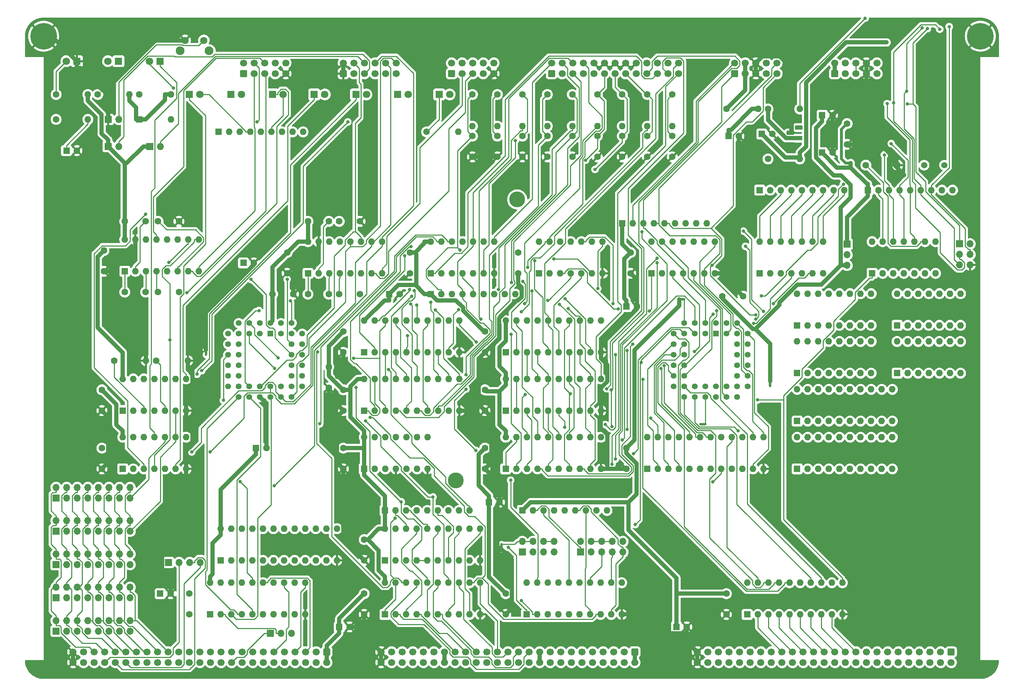
<source format=gbr>
%TF.GenerationSoftware,KiCad,Pcbnew,(6.0.11)*%
%TF.CreationDate,2023-09-02T05:53:17-04:00*%
%TF.ProjectId,input-output.Multi,696e7075-742d-46f7-9574-7075742e4d75,rev?*%
%TF.SameCoordinates,Original*%
%TF.FileFunction,Copper,L2,Bot*%
%TF.FilePolarity,Positive*%
%FSLAX46Y46*%
G04 Gerber Fmt 4.6, Leading zero omitted, Abs format (unit mm)*
G04 Created by KiCad (PCBNEW (6.0.11)) date 2023-09-02 05:53:17*
%MOMM*%
%LPD*%
G01*
G04 APERTURE LIST*
G04 Aperture macros list*
%AMRoundRect*
0 Rectangle with rounded corners*
0 $1 Rounding radius*
0 $2 $3 $4 $5 $6 $7 $8 $9 X,Y pos of 4 corners*
0 Add a 4 corners polygon primitive as box body*
4,1,4,$2,$3,$4,$5,$6,$7,$8,$9,$2,$3,0*
0 Add four circle primitives for the rounded corners*
1,1,$1+$1,$2,$3*
1,1,$1+$1,$4,$5*
1,1,$1+$1,$6,$7*
1,1,$1+$1,$8,$9*
0 Add four rect primitives between the rounded corners*
20,1,$1+$1,$2,$3,$4,$5,0*
20,1,$1+$1,$4,$5,$6,$7,0*
20,1,$1+$1,$6,$7,$8,$9,0*
20,1,$1+$1,$8,$9,$2,$3,0*%
G04 Aperture macros list end*
%TA.AperFunction,ComponentPad*%
%ADD10R,1.600000X1.600000*%
%TD*%
%TA.AperFunction,ComponentPad*%
%ADD11C,1.600000*%
%TD*%
%TA.AperFunction,ComponentPad*%
%ADD12O,1.600000X1.600000*%
%TD*%
%TA.AperFunction,ComponentPad*%
%ADD13R,1.800000X1.800000*%
%TD*%
%TA.AperFunction,ComponentPad*%
%ADD14C,1.800000*%
%TD*%
%TA.AperFunction,ComponentPad*%
%ADD15C,6.400000*%
%TD*%
%TA.AperFunction,ComponentPad*%
%ADD16R,1.700000X1.700000*%
%TD*%
%TA.AperFunction,ComponentPad*%
%ADD17O,1.700000X1.700000*%
%TD*%
%TA.AperFunction,ComponentPad*%
%ADD18RoundRect,0.250000X0.600000X-0.600000X0.600000X0.600000X-0.600000X0.600000X-0.600000X-0.600000X0*%
%TD*%
%TA.AperFunction,ComponentPad*%
%ADD19C,1.700000*%
%TD*%
%TA.AperFunction,ComponentPad*%
%ADD20R,1.422400X1.422400*%
%TD*%
%TA.AperFunction,ComponentPad*%
%ADD21C,1.422400*%
%TD*%
%TA.AperFunction,ComponentPad*%
%ADD22R,1.800000X1.100000*%
%TD*%
%TA.AperFunction,ComponentPad*%
%ADD23RoundRect,0.275000X0.625000X-0.275000X0.625000X0.275000X-0.625000X0.275000X-0.625000X-0.275000X0*%
%TD*%
%TA.AperFunction,ComponentPad*%
%ADD24C,2.100000*%
%TD*%
%TA.AperFunction,ComponentPad*%
%ADD25C,1.750000*%
%TD*%
%TA.AperFunction,ComponentPad*%
%ADD26RoundRect,0.250000X-0.600000X0.600000X-0.600000X-0.600000X0.600000X-0.600000X0.600000X0.600000X0*%
%TD*%
%TA.AperFunction,ComponentPad*%
%ADD27C,1.500000*%
%TD*%
%TA.AperFunction,ComponentPad*%
%ADD28C,3.800000*%
%TD*%
%TA.AperFunction,ComponentPad*%
%ADD29C,0.600000*%
%TD*%
%TA.AperFunction,ViaPad*%
%ADD30C,0.800000*%
%TD*%
%TA.AperFunction,Conductor*%
%ADD31C,1.000000*%
%TD*%
%TA.AperFunction,Conductor*%
%ADD32C,0.250000*%
%TD*%
%TA.AperFunction,Conductor*%
%ADD33C,0.700000*%
%TD*%
G04 APERTURE END LIST*
%TO.C,NT2*%
G36*
X150300000Y-198350000D02*
G01*
X149700000Y-198350000D01*
X149700000Y-197150000D01*
X150300000Y-197150000D01*
X150300000Y-198350000D01*
G37*
%TO.C,NT5*%
G36*
X214800000Y-159100000D02*
G01*
X214200000Y-159100000D01*
X214200000Y-157900000D01*
X214800000Y-157900000D01*
X214800000Y-159100000D01*
G37*
%TO.C,NT6*%
G36*
X233850000Y-105800000D02*
G01*
X232650000Y-105800000D01*
X232650000Y-105200000D01*
X233850000Y-105200000D01*
X233850000Y-105800000D01*
G37*
%TO.C,NT1*%
G36*
X193850000Y-138550000D02*
G01*
X192650000Y-138550000D01*
X192650000Y-137950000D01*
X193850000Y-137950000D01*
X193850000Y-138550000D01*
G37*
%TO.C,NT3*%
G36*
X79300000Y-151600000D02*
G01*
X78700000Y-151600000D01*
X78700000Y-150400000D01*
X79300000Y-150400000D01*
X79300000Y-151600000D01*
G37*
%TO.C,NT4*%
G36*
X198950000Y-168550000D02*
G01*
X197750000Y-168550000D01*
X197750000Y-167950000D01*
X198950000Y-167950000D01*
X198950000Y-168550000D01*
G37*
%TD*%
D10*
%TO.P,C1,1*%
%TO.N,/DUART/~{TTL_RIA}*%
X45500000Y-102500000D03*
D11*
%TO.P,C1,2*%
%TO.N,GND*%
X48000000Y-102500000D03*
%TD*%
D10*
%TO.P,C21,1*%
%TO.N,/USB-SD/VBUS*%
X204500000Y-99000000D03*
D11*
%TO.P,C21,2*%
%TO.N,GND*%
X207000000Y-99000000D03*
%TD*%
D10*
%TO.P,C22,1*%
%TO.N,/USB-SD/VDD3*%
X212500000Y-98500000D03*
D11*
%TO.P,C22,2*%
%TO.N,GND*%
X215000000Y-98500000D03*
%TD*%
%TO.P,C23,1*%
%TO.N,/USB-SD/VDD3*%
X154000000Y-127000000D03*
%TO.P,C23,2*%
%TO.N,GND*%
X154000000Y-132000000D03*
%TD*%
%TO.P,C24,1*%
%TO.N,/USB-SD/VDD2*%
X233000000Y-96000000D03*
%TO.P,C24,2*%
%TO.N,GND*%
X233000000Y-101000000D03*
%TD*%
%TO.P,C25,1*%
%TO.N,VCC*%
X54000000Y-160000000D03*
%TO.P,C25,2*%
%TO.N,GND*%
X54000000Y-165000000D03*
%TD*%
%TO.P,C26,1*%
%TO.N,VCC*%
X128000000Y-127000000D03*
%TO.P,C26,2*%
%TO.N,GND*%
X128000000Y-132000000D03*
%TD*%
%TO.P,C27,1*%
%TO.N,VCC*%
X180000000Y-174000000D03*
%TO.P,C27,2*%
%TO.N,GND*%
X180000000Y-179000000D03*
%TD*%
%TO.P,C28,1*%
%TO.N,VCC*%
X112000000Y-160000000D03*
%TO.P,C28,2*%
%TO.N,GND*%
X112000000Y-165000000D03*
%TD*%
%TO.P,C29,1*%
%TO.N,VCC*%
X112000000Y-146000000D03*
%TO.P,C29,2*%
%TO.N,GND*%
X112000000Y-151000000D03*
%TD*%
%TO.P,C30,1*%
%TO.N,VCC*%
X112000000Y-174000000D03*
%TO.P,C30,2*%
%TO.N,GND*%
X112000000Y-179000000D03*
%TD*%
%TO.P,C32,1*%
%TO.N,VCC*%
X204000000Y-209000000D03*
%TO.P,C32,2*%
%TO.N,GND*%
X204000000Y-214000000D03*
%TD*%
%TO.P,C33,1*%
%TO.N,VCC*%
X151000000Y-209000000D03*
%TO.P,C33,2*%
%TO.N,GND*%
X151000000Y-214000000D03*
%TD*%
D10*
%TO.P,C34,1*%
%TO.N,VCC*%
X180000000Y-140000000D03*
D11*
%TO.P,C34,2*%
%TO.N,GND*%
X182500000Y-140000000D03*
%TD*%
D10*
%TO.P,C35,1*%
%TO.N,VCC*%
X68000000Y-209000000D03*
D11*
%TO.P,C35,2*%
%TO.N,GND*%
X70500000Y-209000000D03*
%TD*%
D10*
%TO.P,C45,1*%
%TO.N,VCC*%
X123000000Y-137000000D03*
D11*
%TO.P,C45,2*%
%TO.N,GND*%
X125500000Y-137000000D03*
%TD*%
%TO.P,C46,1*%
%TO.N,VCC*%
X117000000Y-209000000D03*
%TO.P,C46,2*%
%TO.N,GND*%
X117000000Y-214000000D03*
%TD*%
%TO.P,C47,1*%
%TO.N,VCC*%
X181000000Y-127000000D03*
%TO.P,C47,2*%
%TO.N,GND*%
X181000000Y-132000000D03*
%TD*%
%TO.P,C48,1*%
%TO.N,VCC*%
X54000000Y-174000000D03*
%TO.P,C48,2*%
%TO.N,GND*%
X54000000Y-179000000D03*
%TD*%
%TO.P,C49,1*%
%TO.N,VCC*%
X108500000Y-154500000D03*
%TO.P,C49,2*%
%TO.N,GND*%
X108500000Y-159500000D03*
%TD*%
%TO.P,C53,1*%
%TO.N,VCC*%
X95000000Y-137000000D03*
%TO.P,C53,2*%
%TO.N,GND*%
X100000000Y-137000000D03*
%TD*%
D10*
%TO.P,C54,1*%
%TO.N,VCC*%
X111000000Y-217000000D03*
D11*
%TO.P,C54,2*%
%TO.N,GND*%
X113500000Y-217000000D03*
%TD*%
D10*
%TO.P,C55,1*%
%TO.N,VCC*%
X91000000Y-174000000D03*
D11*
%TO.P,C55,2*%
%TO.N,GND*%
X93500000Y-174000000D03*
%TD*%
%TO.P,C56,1*%
%TO.N,VCC*%
X117000000Y-196000000D03*
%TO.P,C56,2*%
%TO.N,GND*%
X117000000Y-201000000D03*
%TD*%
%TO.P,C57,1*%
%TO.N,VCC*%
X146000000Y-146000000D03*
%TO.P,C57,2*%
%TO.N,GND*%
X146000000Y-151000000D03*
%TD*%
D10*
%TO.P,C65,1*%
%TO.N,VCC*%
X147000000Y-187000000D03*
D11*
%TO.P,C65,2*%
%TO.N,GND*%
X149500000Y-187000000D03*
%TD*%
D10*
%TO.P,C66,1*%
%TO.N,VCC*%
X88000000Y-129500000D03*
D11*
%TO.P,C66,2*%
%TO.N,GND*%
X90500000Y-129500000D03*
%TD*%
D10*
%TO.P,C72,1*%
%TO.N,VCC*%
X227000000Y-94000000D03*
D11*
%TO.P,C72,2*%
%TO.N,GND*%
X229500000Y-94000000D03*
%TD*%
D10*
%TO.P,C73,1*%
%TO.N,VDD1*%
X227000000Y-103000000D03*
D11*
%TO.P,C73,2*%
%TO.N,GND*%
X229500000Y-103000000D03*
%TD*%
D10*
%TO.P,D1,1,K*%
%TO.N,VCC*%
X63000000Y-95000000D03*
D12*
%TO.P,D1,2,A*%
%TO.N,/DUART/~{TTL_RIA}*%
X70620000Y-95000000D03*
%TD*%
D13*
%TO.P,D10,1,K*%
%TO.N,Net-(D10-Pad1)*%
X135000000Y-89000000D03*
D14*
%TO.P,D10,2,A*%
%TO.N,VDD1*%
X137540000Y-89000000D03*
%TD*%
D15*
%TO.P,H2,1,1*%
%TO.N,GND*%
X265000000Y-75000000D03*
%TD*%
D16*
%TO.P,J3,1,Pin_1*%
%TO.N,VCC*%
X65500000Y-101500000D03*
D17*
%TO.P,J3,2,Pin_2*%
%TO.N,Net-(J3-Pad2)*%
X68040000Y-101500000D03*
%TD*%
D18*
%TO.P,J6,1,Pin_1*%
%TO.N,GND*%
X112000000Y-84000000D03*
D19*
%TO.P,J6,2,Pin_2*%
X112000000Y-81460000D03*
%TO.P,J6,3,Pin_3*%
%TO.N,/DUART/~{TTL_RTSA}*%
X114540000Y-84000000D03*
%TO.P,J6,4,Pin_4*%
%TO.N,/DUART/~{TTL_RTSB}*%
X114540000Y-81460000D03*
%TO.P,J6,5,Pin_5*%
%TO.N,Net-(J4-Pad2)*%
X117080000Y-84000000D03*
%TO.P,J6,6,Pin_6*%
%TO.N,Net-(J3-Pad2)*%
X117080000Y-81460000D03*
%TO.P,J6,7,Pin_7*%
%TO.N,/DUART/TTL_RXA*%
X119620000Y-84000000D03*
%TO.P,J6,8,Pin_8*%
%TO.N,/DUART/TTL_RXB*%
X119620000Y-81460000D03*
%TO.P,J6,9,Pin_9*%
%TO.N,/DUART/TTL_TXA*%
X122160000Y-84000000D03*
%TO.P,J6,10,Pin_10*%
%TO.N,/DUART/TTL_TXB*%
X122160000Y-81460000D03*
%TO.P,J6,11,Pin_11*%
%TO.N,/DUART/~{TTL_CTSA}*%
X124700000Y-84000000D03*
%TO.P,J6,12,Pin_12*%
%TO.N,/DUART/~{TTL_CTSB}*%
X124700000Y-81460000D03*
%TD*%
D16*
%TO.P,J11,1,Pin_1*%
%TO.N,/USB-SD/SDDI*%
X260000000Y-124920000D03*
D17*
%TO.P,J11,2,Pin_2*%
%TO.N,Net-(J10-Pad2)*%
X262540000Y-124920000D03*
%TO.P,J11,3,Pin_3*%
%TO.N,/USB-SD/SDCK*%
X260000000Y-127460000D03*
%TO.P,J11,4,Pin_4*%
%TO.N,/USB-SD/SDDO*%
X262540000Y-127460000D03*
%TO.P,J11,5,Pin_5*%
%TO.N,/USB-SD/SDCS*%
X260000000Y-130000000D03*
%TO.P,J11,6,Pin_6*%
%TO.N,GND*%
X262540000Y-130000000D03*
%TD*%
D16*
%TO.P,JP1,1,A*%
%TO.N,GND*%
X55500000Y-95000000D03*
D17*
%TO.P,JP1,2,B*%
%TO.N,Net-(JP1-Pad2)*%
X58040000Y-95000000D03*
%TD*%
D18*
%TO.P,P4,1,Pin_1*%
%TO.N,unconnected-(P4-Pad1)*%
X88000000Y-84000000D03*
D19*
%TO.P,P4,2,Pin_2*%
%TO.N,unconnected-(P4-Pad2)*%
X88000000Y-81460000D03*
%TO.P,P4,3,Pin_3*%
%TO.N,/DUART/RXA*%
X90540000Y-84000000D03*
%TO.P,P4,4,Pin_4*%
%TO.N,/DUART/~{RTSA}*%
X90540000Y-81460000D03*
%TO.P,P4,5,Pin_5*%
%TO.N,/DUART/TXA*%
X93080000Y-84000000D03*
%TO.P,P4,6,Pin_6*%
%TO.N,/DUART/~{CTSA}*%
X93080000Y-81460000D03*
%TO.P,P4,7,Pin_7*%
%TO.N,/DUART/~{DTRA}*%
X95620000Y-84000000D03*
%TO.P,P4,8,Pin_8*%
%TO.N,unconnected-(P4-Pad8)*%
X95620000Y-81460000D03*
%TO.P,P4,9,Pin_9*%
%TO.N,GND*%
X98160000Y-84000000D03*
%TO.P,P4,10,Pin_10*%
%TO.N,unconnected-(P4-Pad10)*%
X98160000Y-81460000D03*
%TD*%
D18*
%TO.P,P5,1,Pin_1*%
%TO.N,unconnected-(P5-Pad1)*%
X138000000Y-84000000D03*
D19*
%TO.P,P5,2,Pin_2*%
%TO.N,unconnected-(P5-Pad2)*%
X138000000Y-81460000D03*
%TO.P,P5,3,Pin_3*%
%TO.N,/DUART/RXB*%
X140540000Y-84000000D03*
%TO.P,P5,4,Pin_4*%
%TO.N,/DUART/~{RTSB}*%
X140540000Y-81460000D03*
%TO.P,P5,5,Pin_5*%
%TO.N,/DUART/TXB*%
X143080000Y-84000000D03*
%TO.P,P5,6,Pin_6*%
%TO.N,/DUART/~{CTSB}*%
X143080000Y-81460000D03*
%TO.P,P5,7,Pin_7*%
%TO.N,/DUART/~{DTRB}*%
X145620000Y-84000000D03*
%TO.P,P5,8,Pin_8*%
%TO.N,unconnected-(P5-Pad8)*%
X145620000Y-81460000D03*
%TO.P,P5,9,Pin_9*%
%TO.N,GND*%
X148160000Y-84000000D03*
%TO.P,P5,10,Pin_10*%
%TO.N,unconnected-(P5-Pad10)*%
X148160000Y-81460000D03*
%TD*%
D11*
%TO.P,R2,1*%
%TO.N,Net-(JP1-Pad2)*%
X43000000Y-95000000D03*
D12*
%TO.P,R2,2*%
%TO.N,/DUART/~{TTL_RIA}*%
X50620000Y-95000000D03*
%TD*%
D11*
%TO.P,R5,1*%
%TO.N,/DUART/~{DTRA}*%
X53000000Y-89000000D03*
D12*
%TO.P,R5,2*%
%TO.N,VCC*%
X60620000Y-89000000D03*
%TD*%
D11*
%TO.P,R8,1*%
%TO.N,/DUART/~{DTRB}*%
X63000000Y-89000000D03*
D12*
%TO.P,R8,2*%
%TO.N,VCC*%
X70620000Y-89000000D03*
%TD*%
D11*
%TO.P,R9,1*%
%TO.N,/DUART/INTB*%
X57000000Y-153000000D03*
D12*
%TO.P,R9,2*%
%TO.N,GND*%
X64620000Y-153000000D03*
%TD*%
D11*
%TO.P,R12,1*%
%TO.N,/DUART/INTA*%
X67000000Y-153000000D03*
D12*
%TO.P,R12,2*%
%TO.N,GND*%
X74620000Y-153000000D03*
%TD*%
D11*
%TO.P,R26,1*%
%TO.N,/parallel/PD7*%
X191000000Y-89000000D03*
D12*
%TO.P,R26,2*%
%TO.N,Net-(R26-Pad2)*%
X191000000Y-96620000D03*
%TD*%
D11*
%TO.P,R31,1*%
%TO.N,VCC*%
X204000000Y-92500000D03*
D12*
%TO.P,R31,2*%
%TO.N,/USB-SD/VBUS*%
X211620000Y-92500000D03*
%TD*%
D11*
%TO.P,R32,1*%
%TO.N,VDD1*%
X214000000Y-92500000D03*
D12*
%TO.P,R32,2*%
%TO.N,Net-(J8-Pad1)*%
X221620000Y-92500000D03*
%TD*%
D11*
%TO.P,R33,1*%
%TO.N,VDD1*%
X214000000Y-104500000D03*
D12*
%TO.P,R33,2*%
%TO.N,/USB-SD/VDD3*%
X221620000Y-104500000D03*
%TD*%
D11*
%TO.P,R35,1*%
%TO.N,Net-(D10-Pad1)*%
X132000000Y-98000000D03*
D12*
%TO.P,R35,2*%
%TO.N,Net-(R35-Pad2)*%
X139620000Y-98000000D03*
%TD*%
D11*
%TO.P,R36,1*%
%TO.N,/USB-SD/RST*%
X237500000Y-106000000D03*
D12*
%TO.P,R36,2*%
%TO.N,GND*%
X245120000Y-106000000D03*
%TD*%
D10*
%TO.P,RN1,1,common*%
%TO.N,VDD1*%
X212000000Y-112000000D03*
D12*
%TO.P,RN1,2,R1*%
%TO.N,Net-(RN1-Pad2)*%
X214540000Y-112000000D03*
%TO.P,RN1,3,R2*%
%TO.N,Net-(RN1-Pad3)*%
X217080000Y-112000000D03*
%TO.P,RN1,4,R3*%
%TO.N,Net-(RN1-Pad4)*%
X219620000Y-112000000D03*
%TO.P,RN1,5,R4*%
%TO.N,Net-(RN1-Pad5)*%
X222160000Y-112000000D03*
%TO.P,RN1,6,R5*%
%TO.N,Net-(RN1-Pad6)*%
X224700000Y-112000000D03*
%TO.P,RN1,7,R6*%
%TO.N,Net-(RN1-Pad7)*%
X227240000Y-112000000D03*
%TO.P,RN1,8,R7*%
%TO.N,Net-(RN1-Pad8)*%
X229780000Y-112000000D03*
%TO.P,RN1,9,R8*%
%TO.N,Net-(RN1-Pad9)*%
X232320000Y-112000000D03*
%TD*%
D10*
%TO.P,RN2,1,R1.1*%
%TO.N,bD6*%
X212000000Y-132000000D03*
D12*
%TO.P,RN2,2,R2.1*%
%TO.N,bD5*%
X214540000Y-132000000D03*
%TO.P,RN2,3,R3.1*%
%TO.N,bD4*%
X217080000Y-132000000D03*
%TO.P,RN2,4,R4.1*%
%TO.N,bD3*%
X219620000Y-132000000D03*
%TO.P,RN2,5,R5.1*%
%TO.N,bD2*%
X222160000Y-132000000D03*
%TO.P,RN2,6,R6.1*%
%TO.N,bD1*%
X224700000Y-132000000D03*
%TO.P,RN2,7,R7.1*%
%TO.N,bD0*%
X227240000Y-132000000D03*
%TO.P,RN2,8,R7.2*%
%TO.N,Net-(RN1-Pad9)*%
X227240000Y-124380000D03*
%TO.P,RN2,9,R6.2*%
%TO.N,Net-(RN1-Pad8)*%
X224700000Y-124380000D03*
%TO.P,RN2,10,R5.2*%
%TO.N,Net-(RN1-Pad7)*%
X222160000Y-124380000D03*
%TO.P,RN2,11,R4.2*%
%TO.N,Net-(RN1-Pad6)*%
X219620000Y-124380000D03*
%TO.P,RN2,12,R3.2*%
%TO.N,Net-(RN1-Pad5)*%
X217080000Y-124380000D03*
%TO.P,RN2,13,R2.2*%
%TO.N,Net-(RN1-Pad4)*%
X214540000Y-124380000D03*
%TO.P,RN2,14,R1.2*%
%TO.N,Net-(RN1-Pad3)*%
X212000000Y-124380000D03*
%TD*%
D10*
%TO.P,RN3,1,R1.1*%
%TO.N,bD7*%
X239000000Y-132000000D03*
D12*
%TO.P,RN3,2,R2.1*%
%TO.N,bA0*%
X241540000Y-132000000D03*
%TO.P,RN3,3,R3.1*%
%TO.N,~{bRD}*%
X244080000Y-132000000D03*
%TO.P,RN3,4,R4.1*%
%TO.N,~{bWR}*%
X246620000Y-132000000D03*
%TO.P,RN3,5,R5.1*%
%TO.N,~{CS_US}*%
X249160000Y-132000000D03*
%TO.P,RN3,6,R6.1*%
%TO.N,bRESET*%
X251700000Y-132000000D03*
%TO.P,RN3,7,R7.1*%
%TO.N,unconnected-(RN3-Pad7)*%
X254240000Y-132000000D03*
%TO.P,RN3,8,R7.2*%
%TO.N,unconnected-(RN3-Pad8)*%
X254240000Y-124380000D03*
%TO.P,RN3,9,R6.2*%
%TO.N,/USB-SD/RST*%
X251700000Y-124380000D03*
%TO.P,RN3,10,R5.2*%
%TO.N,Net-(RN3-Pad10)*%
X249160000Y-124380000D03*
%TO.P,RN3,11,R4.2*%
%TO.N,Net-(RN3-Pad11)*%
X246620000Y-124380000D03*
%TO.P,RN3,12,R3.2*%
%TO.N,Net-(RN3-Pad12)*%
X244080000Y-124380000D03*
%TO.P,RN3,13,R2.2*%
%TO.N,Net-(RN3-Pad13)*%
X241540000Y-124380000D03*
%TO.P,RN3,14,R1.2*%
%TO.N,Net-(RN1-Pad2)*%
X239000000Y-124380000D03*
%TD*%
D10*
%TO.P,RN4,1,common*%
%TO.N,VDD1*%
X238000000Y-112000000D03*
D12*
%TO.P,RN4,2,R1*%
%TO.N,Net-(RN3-Pad13)*%
X240540000Y-112000000D03*
%TO.P,RN4,3,R2*%
%TO.N,Net-(RN3-Pad12)*%
X243080000Y-112000000D03*
%TO.P,RN4,4,R3*%
%TO.N,Net-(RN3-Pad11)*%
X245620000Y-112000000D03*
%TO.P,RN4,5,R4*%
%TO.N,Net-(RN3-Pad10)*%
X248160000Y-112000000D03*
%TO.P,RN4,6,R5*%
%TO.N,/USB-SD/SDCS*%
X250700000Y-112000000D03*
%TO.P,RN4,7,R6*%
%TO.N,/USB-SD/SDDO*%
X253240000Y-112000000D03*
%TO.P,RN4,8,R7*%
%TO.N,/USB-SD/~{INT-USB}*%
X255780000Y-112000000D03*
%TO.P,RN4,9,R8*%
%TO.N,unconnected-(RN4-Pad9)*%
X258320000Y-112000000D03*
%TD*%
D10*
%TO.P,RN8,1,common*%
%TO.N,VCC*%
X179000000Y-120000000D03*
D12*
%TO.P,RN8,2,R1*%
%TO.N,/kbdmse/MSECLK*%
X181540000Y-120000000D03*
%TO.P,RN8,3,R2*%
%TO.N,/kbdmse/KBDCLK*%
X184080000Y-120000000D03*
%TO.P,RN8,4,R3*%
%TO.N,/kbdmse/MSEDAT*%
X186620000Y-120000000D03*
%TO.P,RN8,5,R4*%
%TO.N,/kbdmse/KBDDAT*%
X189160000Y-120000000D03*
%TO.P,RN8,6,R5*%
%TO.N,/kbdmse/PROG*%
X191700000Y-120000000D03*
%TO.P,RN8,7,R6*%
%TO.N,unconnected-(RN8-Pad7)*%
X194240000Y-120000000D03*
%TO.P,RN8,8,R7*%
%TO.N,unconnected-(RN8-Pad8)*%
X196780000Y-120000000D03*
%TO.P,RN8,9,R8*%
%TO.N,unconnected-(RN8-Pad9)*%
X199320000Y-120000000D03*
%TD*%
D16*
%TO.P,SW2,1,Pin_1*%
%TO.N,Net-(RN5-Pad2)*%
X155000000Y-199000000D03*
D17*
%TO.P,SW2,2,Pin_2*%
%TO.N,ZERO*%
X155000000Y-196460000D03*
%TO.P,SW2,3,Pin_3*%
%TO.N,Net-(RN5-Pad3)*%
X157540000Y-199000000D03*
%TO.P,SW2,4,Pin_4*%
%TO.N,ZERO*%
X157540000Y-196460000D03*
%TO.P,SW2,5,Pin_5*%
%TO.N,Net-(RN5-Pad4)*%
X160080000Y-199000000D03*
%TO.P,SW2,6,Pin_6*%
%TO.N,ZERO*%
X160080000Y-196460000D03*
%TO.P,SW2,7,Pin_7*%
%TO.N,Net-(RN5-Pad5)*%
X162620000Y-199000000D03*
%TO.P,SW2,8,Pin_8*%
%TO.N,ZERO*%
X162620000Y-196460000D03*
%TD*%
D10*
%TO.P,U2,1,G*%
%TO.N,~{bIORQ}*%
X122000000Y-201000000D03*
D12*
%TO.P,U2,2,P0*%
%TO.N,~{bM1}*%
X124540000Y-201000000D03*
%TO.P,U2,3,R0*%
%TO.N,Net-(RN5-Pad6)*%
X127080000Y-201000000D03*
%TO.P,U2,4,P1*%
X129620000Y-201000000D03*
%TO.P,U2,5,R1*%
X132160000Y-201000000D03*
%TO.P,U2,6,P2*%
X134700000Y-201000000D03*
%TO.P,U2,7,R2*%
X137240000Y-201000000D03*
%TO.P,U2,8,P3*%
X139780000Y-201000000D03*
%TO.P,U2,9,R3*%
X142320000Y-201000000D03*
%TO.P,U2,10,GND*%
%TO.N,GND*%
X144860000Y-201000000D03*
%TO.P,U2,11,P4*%
%TO.N,bA4*%
X144860000Y-193380000D03*
%TO.P,U2,12,R4*%
%TO.N,Net-(RN5-Pad5)*%
X142320000Y-193380000D03*
%TO.P,U2,13,P5*%
%TO.N,bA5*%
X139780000Y-193380000D03*
%TO.P,U2,14,R5*%
%TO.N,Net-(RN5-Pad4)*%
X137240000Y-193380000D03*
%TO.P,U2,15,P6*%
%TO.N,bA6*%
X134700000Y-193380000D03*
%TO.P,U2,16,R6*%
%TO.N,Net-(RN5-Pad3)*%
X132160000Y-193380000D03*
%TO.P,U2,17,P7*%
%TO.N,bA7*%
X129620000Y-193380000D03*
%TO.P,U2,18,R7*%
%TO.N,Net-(RN5-Pad2)*%
X127080000Y-193380000D03*
%TO.P,U2,19,P=R*%
%TO.N,~{CS_DUART}*%
X124540000Y-193380000D03*
%TO.P,U2,20,VCC*%
%TO.N,VCC*%
X122000000Y-193380000D03*
%TD*%
D10*
%TO.P,U3,1,OEa*%
%TO.N,ZERO*%
X122000000Y-214000000D03*
D12*
%TO.P,U3,2,I0a*%
%TO.N,A0*%
X124540000Y-214000000D03*
%TO.P,U3,3,O3b*%
%TO.N,bA7*%
X127080000Y-214000000D03*
%TO.P,U3,4,I1a*%
%TO.N,A1*%
X129620000Y-214000000D03*
%TO.P,U3,5,O2b*%
%TO.N,bA6*%
X132160000Y-214000000D03*
%TO.P,U3,6,I2a*%
%TO.N,A2*%
X134700000Y-214000000D03*
%TO.P,U3,7,O1b*%
%TO.N,bA5*%
X137240000Y-214000000D03*
%TO.P,U3,8,I3a*%
%TO.N,A3*%
X139780000Y-214000000D03*
%TO.P,U3,9,O0b*%
%TO.N,bA4*%
X142320000Y-214000000D03*
%TO.P,U3,10,GND*%
%TO.N,GND*%
X144860000Y-214000000D03*
%TO.P,U3,11,I0b*%
%TO.N,A4*%
X144860000Y-206380000D03*
%TO.P,U3,12,O3a*%
%TO.N,bA3*%
X142320000Y-206380000D03*
%TO.P,U3,13,I1b*%
%TO.N,A5*%
X139780000Y-206380000D03*
%TO.P,U3,14,O2a*%
%TO.N,bA2*%
X137240000Y-206380000D03*
%TO.P,U3,15,I2b*%
%TO.N,A6*%
X134700000Y-206380000D03*
%TO.P,U3,16,O1a*%
%TO.N,bA1*%
X132160000Y-206380000D03*
%TO.P,U3,17,I3b*%
%TO.N,A7*%
X129620000Y-206380000D03*
%TO.P,U3,18,O0a*%
%TO.N,bA0*%
X127080000Y-206380000D03*
%TO.P,U3,19,OEb*%
%TO.N,ZERO*%
X124540000Y-206380000D03*
%TO.P,U3,20,VCC*%
%TO.N,VCC*%
X122000000Y-206380000D03*
%TD*%
D20*
%TO.P,U4,1,~{TXRDYA}*%
%TO.N,unconnected-(U4-Pad1)*%
X94500000Y-146500000D03*
D21*
%TO.P,U4,2,D0*%
%TO.N,bD0*%
X91960000Y-143960000D03*
%TO.P,U4,3,D1*%
%TO.N,bD1*%
X91960000Y-146500000D03*
%TO.P,U4,4,D2*%
%TO.N,bD2*%
X89420000Y-143960000D03*
%TO.P,U4,5,D3*%
%TO.N,bD3*%
X89420000Y-146500000D03*
%TO.P,U4,6,D4*%
%TO.N,bD4*%
X86880000Y-143960000D03*
%TO.P,U4,7,D5*%
%TO.N,bD5*%
X84340000Y-146500000D03*
%TO.P,U4,8,D6*%
%TO.N,bD6*%
X86880000Y-146500000D03*
%TO.P,U4,9,D7*%
%TO.N,bD7*%
X84340000Y-149040000D03*
%TO.P,U4,10,A0*%
%TO.N,bA0*%
X86880000Y-149040000D03*
%TO.P,U4,11,XTAL1*%
%TO.N,CLK_DUART*%
X84340000Y-151580000D03*
%TO.P,U4,12,GND*%
%TO.N,/DUART/GND_UART*%
X86880000Y-151580000D03*
%TO.P,U4,13,XTAL2*%
%TO.N,unconnected-(U4-Pad13)*%
X84340000Y-154120000D03*
%TO.P,U4,14,A1*%
%TO.N,bA1*%
X86880000Y-154120000D03*
%TO.P,U4,15,A2*%
%TO.N,bA2*%
X84340000Y-156660000D03*
%TO.P,U4,16,CHSEL*%
%TO.N,bA3*%
X86880000Y-156660000D03*
%TO.P,U4,17,INTB*%
%TO.N,/DUART/INTB*%
X84340000Y-159200000D03*
%TO.P,U4,18,~{CS}*%
%TO.N,~{CS_DUART}*%
X86880000Y-161740000D03*
%TO.P,U4,19,~{MFB}*%
%TO.N,unconnected-(U4-Pad19)*%
X86880000Y-159200000D03*
%TO.P,U4,20,~{IOW}*%
%TO.N,~{bWR}*%
X89420000Y-161740000D03*
%TO.P,U4,21,RESET*%
%TO.N,bRESET*%
X89420000Y-159200000D03*
%TO.P,U4,22,GND*%
%TO.N,GND*%
X91960000Y-161740000D03*
%TO.P,U4,23,~{RTSB}*%
%TO.N,/DUART/~{TTL_RTSB}*%
X91960000Y-159200000D03*
%TO.P,U4,24,~{IOR}*%
%TO.N,~{bRD}*%
X94500000Y-161740000D03*
%TO.P,U4,25,RXB*%
%TO.N,/DUART/TTL_RXB*%
X94500000Y-159200000D03*
%TO.P,U4,26,TXB*%
%TO.N,/DUART/TTL_TXB*%
X97040000Y-161740000D03*
%TO.P,U4,27,~{DTRB}*%
%TO.N,unconnected-(U4-Pad27)*%
X97040000Y-159200000D03*
%TO.P,U4,28,~{CTSB}*%
%TO.N,/DUART/~{TTL_CTSB}*%
X99580000Y-161740000D03*
%TO.P,U4,29,~{DSRB}*%
%TO.N,unconnected-(U4-Pad29)*%
X102120000Y-159200000D03*
%TO.P,U4,30,~{CDB}*%
%TO.N,unconnected-(U4-Pad30)*%
X99580000Y-159200000D03*
%TO.P,U4,31,~{RIB}*%
%TO.N,unconnected-(U4-Pad31)*%
X102120000Y-156660000D03*
%TO.P,U4,32,~{TXRDYB}*%
%TO.N,unconnected-(U4-Pad32)*%
X99580000Y-156660000D03*
%TO.P,U4,33,VCC*%
%TO.N,VCC*%
X102120000Y-154120000D03*
%TO.P,U4,34,INTA*%
%TO.N,/DUART/INTA*%
X99580000Y-154120000D03*
%TO.P,U4,35,~{MFA}*%
%TO.N,unconnected-(U4-Pad35)*%
X102120000Y-151580000D03*
%TO.P,U4,36,~{RTSA}*%
%TO.N,/DUART/~{TTL_RTSA}*%
X99580000Y-151580000D03*
%TO.P,U4,37,~{DTRA}*%
%TO.N,unconnected-(U4-Pad37)*%
X102120000Y-149040000D03*
%TO.P,U4,38,TXA*%
%TO.N,/DUART/TTL_TXA*%
X99580000Y-149040000D03*
%TO.P,U4,39,RXA*%
%TO.N,/DUART/TTL_RXA*%
X102120000Y-146500000D03*
%TO.P,U4,40,~{CTSA}*%
%TO.N,/DUART/~{TTL_CTSA}*%
X99580000Y-143960000D03*
%TO.P,U4,41,~{DSRA}*%
%TO.N,unconnected-(U4-Pad41)*%
X99580000Y-146500000D03*
%TO.P,U4,42,~{CDA}*%
%TO.N,unconnected-(U4-Pad42)*%
X97040000Y-143960000D03*
%TO.P,U4,43,~{RIA}*%
%TO.N,/DUART/~{TTL_RIA}*%
X97040000Y-146500000D03*
%TO.P,U4,44,VCC*%
%TO.N,VCC*%
X94500000Y-143960000D03*
%TD*%
D10*
%TO.P,U5,1,A->B*%
%TO.N,~{RD}*%
X209000000Y-214000000D03*
D12*
%TO.P,U5,2,A0*%
%TO.N,D0*%
X211540000Y-214000000D03*
%TO.P,U5,3,A1*%
%TO.N,D1*%
X214080000Y-214000000D03*
%TO.P,U5,4,A2*%
%TO.N,D2*%
X216620000Y-214000000D03*
%TO.P,U5,5,A3*%
%TO.N,D3*%
X219160000Y-214000000D03*
%TO.P,U5,6,A4*%
%TO.N,D4*%
X221700000Y-214000000D03*
%TO.P,U5,7,A5*%
%TO.N,D5*%
X224240000Y-214000000D03*
%TO.P,U5,8,A6*%
%TO.N,D6*%
X226780000Y-214000000D03*
%TO.P,U5,9,A7*%
%TO.N,D7*%
X229320000Y-214000000D03*
%TO.P,U5,10,GND*%
%TO.N,GND*%
X231860000Y-214000000D03*
%TO.P,U5,11,B7*%
%TO.N,bD7*%
X231860000Y-206380000D03*
%TO.P,U5,12,B6*%
%TO.N,bD6*%
X229320000Y-206380000D03*
%TO.P,U5,13,B5*%
%TO.N,bD5*%
X226780000Y-206380000D03*
%TO.P,U5,14,B4*%
%TO.N,bD4*%
X224240000Y-206380000D03*
%TO.P,U5,15,B3*%
%TO.N,bD3*%
X221700000Y-206380000D03*
%TO.P,U5,16,B2*%
%TO.N,bD2*%
X219160000Y-206380000D03*
%TO.P,U5,17,B1*%
%TO.N,bD1*%
X216620000Y-206380000D03*
%TO.P,U5,18,B0*%
%TO.N,bD0*%
X214080000Y-206380000D03*
%TO.P,U5,19,CE*%
%TO.N,~{BUS_EN}*%
X211540000Y-206380000D03*
%TO.P,U5,20,VCC*%
%TO.N,VCC*%
X209000000Y-206380000D03*
%TD*%
D10*
%TO.P,U6,1,Pin_1*%
%TO.N,VCC*%
X117000000Y-179000000D03*
D12*
%TO.P,U6,2,Pin_2*%
%TO.N,unconnected-(U6-Pad2)*%
X119540000Y-179000000D03*
%TO.P,U6,3,Pin_3*%
%TO.N,unconnected-(U6-Pad3)*%
X122080000Y-179000000D03*
%TO.P,U6,4,Pin_4*%
%TO.N,GND*%
X124620000Y-179000000D03*
%TO.P,U6,5,Pin_5*%
%TO.N,unconnected-(U6-Pad5)*%
X127160000Y-179000000D03*
%TO.P,U6,6,Pin_6*%
%TO.N,unconnected-(U6-Pad6)*%
X129700000Y-179000000D03*
%TO.P,U6,7,Pin_7*%
%TO.N,GND*%
X132240000Y-179000000D03*
%TO.P,U6,8,Pin_8*%
%TO.N,CLK_DUART*%
X132240000Y-171380000D03*
%TO.P,U6,9,Pin_9*%
%TO.N,unconnected-(U6-Pad9)*%
X129700000Y-171380000D03*
%TO.P,U6,10,Pin_10*%
%TO.N,unconnected-(U6-Pad10)*%
X127160000Y-171380000D03*
%TO.P,U6,11,Pin_11*%
%TO.N,CLK_DUART*%
X124620000Y-171380000D03*
%TO.P,U6,12,Pin_12*%
%TO.N,unconnected-(U6-Pad12)*%
X122080000Y-171380000D03*
%TO.P,U6,13,Pin_13*%
%TO.N,unconnected-(U6-Pad13)*%
X119540000Y-171380000D03*
%TO.P,U6,14,Pin_14*%
%TO.N,VCC*%
X117000000Y-171380000D03*
%TD*%
D10*
%TO.P,U7,1,OEa*%
%TO.N,ZERO*%
X80000000Y-214000000D03*
D12*
%TO.P,U7,2,I0a*%
%TO.N,Net-(J20-Pad2)*%
X82540000Y-214000000D03*
%TO.P,U7,3,O3b*%
%TO.N,~{bRD}*%
X85080000Y-214000000D03*
%TO.P,U7,4,I1a*%
%TO.N,~{CS_DUART}*%
X87620000Y-214000000D03*
%TO.P,U7,5,O2b*%
%TO.N,~{bWR}*%
X90160000Y-214000000D03*
%TO.P,U7,6,I2a*%
%TO.N,unconnected-(U7-Pad6)*%
X92700000Y-214000000D03*
%TO.P,U7,7,O1b*%
%TO.N,~{bM1}*%
X95240000Y-214000000D03*
%TO.P,U7,8,I3a*%
%TO.N,unconnected-(U7-Pad8)*%
X97780000Y-214000000D03*
%TO.P,U7,9,O0b*%
%TO.N,~{bIORQ}*%
X100320000Y-214000000D03*
%TO.P,U7,10,GND*%
%TO.N,GND*%
X102860000Y-214000000D03*
%TO.P,U7,11,I0b*%
%TO.N,~{IORQ}*%
X102860000Y-206380000D03*
%TO.P,U7,12,O3a*%
%TO.N,unconnected-(U7-Pad12)*%
X100320000Y-206380000D03*
%TO.P,U7,13,I1b*%
%TO.N,~{M1}*%
X97780000Y-206380000D03*
%TO.P,U7,14,O2a*%
%TO.N,unconnected-(U7-Pad14)*%
X95240000Y-206380000D03*
%TO.P,U7,15,I2b*%
%TO.N,~{WR}*%
X92700000Y-206380000D03*
%TO.P,U7,16,O1a*%
%TO.N,Net-(D2-Pad1)*%
X90160000Y-206380000D03*
%TO.P,U7,17,I3b*%
%TO.N,~{RD}*%
X87620000Y-206380000D03*
%TO.P,U7,18,O0a*%
%TO.N,~{bRESET}*%
X85080000Y-206380000D03*
%TO.P,U7,19,OEb*%
%TO.N,ZERO*%
X82540000Y-206380000D03*
%TO.P,U7,20,VCC*%
%TO.N,VCC*%
X80000000Y-206380000D03*
%TD*%
D10*
%TO.P,U10,1*%
%TO.N,/DUART/TTL_TXA*%
X59000000Y-179000000D03*
D12*
%TO.P,U10,2*%
%TO.N,/DUART/TTL_TXB*%
X61540000Y-179000000D03*
%TO.P,U10,3*%
%TO.N,Net-(D4-Pad1)*%
X64080000Y-179000000D03*
%TO.P,U10,4*%
%TO.N,/DUART/TTL_RXA*%
X66620000Y-179000000D03*
%TO.P,U10,5*%
%TO.N,/DUART/TTL_RXB*%
X69160000Y-179000000D03*
%TO.P,U10,6*%
%TO.N,Net-(D5-Pad1)*%
X71700000Y-179000000D03*
%TO.P,U10,7,GND*%
%TO.N,GND*%
X74240000Y-179000000D03*
%TO.P,U10,8*%
%TO.N,Net-(D3-Pad1)*%
X74240000Y-171380000D03*
%TO.P,U10,9*%
%TO.N,/DUART/~{INTA}*%
X71700000Y-171380000D03*
%TO.P,U10,10*%
%TO.N,/DUART/~{INTB}*%
X69160000Y-171380000D03*
%TO.P,U10,11*%
%TO.N,Net-(D9-Pad1)*%
X66620000Y-171380000D03*
%TO.P,U10,12*%
%TO.N,~{CS_PAR}*%
X64080000Y-171380000D03*
%TO.P,U10,13*%
X61540000Y-171380000D03*
%TO.P,U10,14,VCC*%
%TO.N,VCC*%
X59000000Y-171380000D03*
%TD*%
D10*
%TO.P,U16,1*%
%TO.N,/USB-SD/~{INT-USB}*%
X159000000Y-132000000D03*
D12*
%TO.P,U16,2*%
%TO.N,Net-(U16-Pad2)*%
X161540000Y-132000000D03*
%TO.P,U16,3*%
%TO.N,~{bRESET}*%
X164080000Y-132000000D03*
%TO.P,U16,4*%
%TO.N,bRESET*%
X166620000Y-132000000D03*
%TO.P,U16,5*%
%TO.N,Net-(U16-Pad5)*%
X169160000Y-132000000D03*
%TO.P,U16,6*%
%TO.N,Net-(U16-Pad6)*%
X171700000Y-132000000D03*
%TO.P,U16,7,GND*%
%TO.N,GND*%
X174240000Y-132000000D03*
%TO.P,U16,8*%
%TO.N,Net-(U16-Pad8)*%
X174240000Y-124380000D03*
%TO.P,U16,9*%
%TO.N,/parallel/~{STROBE}*%
X171700000Y-124380000D03*
%TO.P,U16,10*%
%TO.N,Net-(U16-Pad10)*%
X169160000Y-124380000D03*
%TO.P,U16,11*%
%TO.N,/parallel/~{LINEFEED}*%
X166620000Y-124380000D03*
%TO.P,U16,12*%
%TO.N,Net-(U16-Pad12)*%
X164080000Y-124380000D03*
%TO.P,U16,13*%
%TO.N,/parallel/~{SEL}*%
X161540000Y-124380000D03*
%TO.P,U16,14,VCC*%
%TO.N,VCC*%
X159000000Y-124380000D03*
%TD*%
D10*
%TO.P,U19,1*%
%TO.N,/parallel/~{BUSY}*%
X133000000Y-132000000D03*
D12*
%TO.P,U19,2*%
%TO.N,/parallel/BUSY*%
X135540000Y-132000000D03*
%TO.P,U19,3*%
%TO.N,Net-(U19-Pad3)*%
X138080000Y-132000000D03*
%TO.P,U19,4*%
%TO.N,/parallel/~{SEL}*%
X140620000Y-132000000D03*
%TO.P,U19,5*%
%TO.N,Net-(U19-Pad5)*%
X143160000Y-132000000D03*
%TO.P,U19,6*%
%TO.N,Net-(R28-Pad2)*%
X145700000Y-132000000D03*
%TO.P,U19,7,GND*%
%TO.N,GND*%
X148240000Y-132000000D03*
%TO.P,U19,8*%
%TO.N,/parallel/~{LINEFEED}*%
X148240000Y-124380000D03*
%TO.P,U19,9*%
%TO.N,Net-(U19-Pad9)*%
X145700000Y-124380000D03*
%TO.P,U19,10*%
%TO.N,/parallel/P-RESET*%
X143160000Y-124380000D03*
%TO.P,U19,11*%
%TO.N,Net-(U16-Pad6)*%
X140620000Y-124380000D03*
%TO.P,U19,12*%
%TO.N,/parallel/~{INT_PAR}*%
X138080000Y-124380000D03*
%TO.P,U19,13*%
%TO.N,INT_PAR*%
X135540000Y-124380000D03*
%TO.P,U19,14,VCC*%
%TO.N,VCC*%
X133000000Y-124380000D03*
%TD*%
D10*
%TO.P,U21,1,OEa*%
%TO.N,~{PARIN1}*%
X151000000Y-165000000D03*
D12*
%TO.P,U21,2,I0a*%
X153540000Y-165000000D03*
%TO.P,U21,3,O3b*%
%TO.N,bD7*%
X156080000Y-165000000D03*
%TO.P,U21,4,I1a*%
%TO.N,~{PARIN1}*%
X158620000Y-165000000D03*
%TO.P,U21,5,O2b*%
%TO.N,bD6*%
X161160000Y-165000000D03*
%TO.P,U21,6,I2a*%
%TO.N,~{PARIN1}*%
X163700000Y-165000000D03*
%TO.P,U21,7,O1b*%
%TO.N,bD5*%
X166240000Y-165000000D03*
%TO.P,U21,8,I3a*%
%TO.N,/parallel/ERROR*%
X168780000Y-165000000D03*
%TO.P,U21,9,O0b*%
%TO.N,bD4*%
X171320000Y-165000000D03*
%TO.P,U21,10,GND*%
%TO.N,GND*%
X173860000Y-165000000D03*
%TO.P,U21,11,I0b*%
%TO.N,/parallel/SELECT*%
X173860000Y-157380000D03*
%TO.P,U21,12,O3a*%
%TO.N,bD3*%
X171320000Y-157380000D03*
%TO.P,U21,13,I1b*%
%TO.N,/parallel/PAPEROUT*%
X168780000Y-157380000D03*
%TO.P,U21,14,O2a*%
%TO.N,bD2*%
X166240000Y-157380000D03*
%TO.P,U21,15,I2b*%
%TO.N,ACK*%
X163700000Y-157380000D03*
%TO.P,U21,16,O1a*%
%TO.N,bD1*%
X161160000Y-157380000D03*
%TO.P,U21,17,I3b*%
%TO.N,/parallel/BUSY*%
X158620000Y-157380000D03*
%TO.P,U21,18,O0a*%
%TO.N,bD0*%
X156080000Y-157380000D03*
%TO.P,U21,19,OEb*%
%TO.N,~{PARIN1}*%
X153540000Y-157380000D03*
%TO.P,U21,20,VCC*%
%TO.N,VCC*%
X151000000Y-157380000D03*
%TD*%
D10*
%TO.P,U25,1*%
%TO.N,Net-(U25-Pad1)*%
X186000000Y-132000000D03*
D12*
%TO.P,U25,2*%
%TO.N,/kbdmse/KBDDAT*%
X188540000Y-132000000D03*
%TO.P,U25,3*%
%TO.N,Net-(U25-Pad3)*%
X191080000Y-132000000D03*
%TO.P,U25,4*%
%TO.N,/kbdmse/KBDCLK*%
X193620000Y-132000000D03*
%TO.P,U25,5*%
%TO.N,Net-(U25-Pad5)*%
X196160000Y-132000000D03*
%TO.P,U25,6*%
%TO.N,/kbdmse/MSEDAT*%
X198700000Y-132000000D03*
%TO.P,U25,7,GND*%
%TO.N,GND*%
X201240000Y-132000000D03*
%TO.P,U25,8*%
%TO.N,/kbdmse/MSECLK*%
X201240000Y-124380000D03*
%TO.P,U25,9*%
%TO.N,Net-(U25-Pad9)*%
X198700000Y-124380000D03*
%TO.P,U25,10*%
%TO.N,Net-(J12-Pad1)*%
X196160000Y-124380000D03*
%TO.P,U25,11*%
%TO.N,Net-(U16-Pad2)*%
X193620000Y-124380000D03*
%TO.P,U25,12*%
%TO.N,/kbdmse/~{INT_KM}*%
X191080000Y-124380000D03*
%TO.P,U25,13*%
%TO.N,INT_KM*%
X188540000Y-124380000D03*
%TO.P,U25,14,VCC*%
%TO.N,VCC*%
X186000000Y-124380000D03*
%TD*%
D20*
%TO.P,U26,1,NC*%
%TO.N,unconnected-(U26-Pad1)*%
X201500000Y-146500000D03*
D21*
%TO.P,U26,2,T0*%
%TO.N,/kbdmse/KBDCLK*%
X198960000Y-143960000D03*
%TO.P,U26,3,X1*%
%TO.N,ZERO*%
X198960000Y-146500000D03*
%TO.P,U26,4,X2*%
%TO.N,CLK_DUART*%
X196420000Y-143960000D03*
%TO.P,U26,5,RESET*%
%TO.N,~{bRESET}*%
X196420000Y-146500000D03*
%TO.P,U26,6,SS*%
%TO.N,ONE*%
X193880000Y-143960000D03*
%TO.P,U26,7,CS*%
%TO.N,~{CS_KM}*%
X191340000Y-146500000D03*
%TO.P,U26,8,EA*%
%TO.N,ZERO*%
X193880000Y-146500000D03*
%TO.P,U26,9,RD*%
%TO.N,~{bRD}*%
X191340000Y-149040000D03*
%TO.P,U26,10,A0*%
%TO.N,bA0*%
X193880000Y-149040000D03*
%TO.P,U26,11,WR*%
%TO.N,~{bWR}*%
X191340000Y-151580000D03*
%TO.P,U26,12,SYNC*%
%TO.N,unconnected-(U26-Pad12)*%
X193880000Y-151580000D03*
%TO.P,U26,13,NC*%
%TO.N,unconnected-(U26-Pad13)*%
X191340000Y-154120000D03*
%TO.P,U26,14,D0*%
%TO.N,bD0*%
X193880000Y-154120000D03*
%TO.P,U26,15,D1*%
%TO.N,bD1*%
X191340000Y-156660000D03*
%TO.P,U26,16,D2*%
%TO.N,bD2*%
X193880000Y-156660000D03*
%TO.P,U26,17,D3*%
%TO.N,bD3*%
X191340000Y-159200000D03*
%TO.P,U26,18,D4*%
%TO.N,bD4*%
X193880000Y-161740000D03*
%TO.P,U26,19,D5*%
%TO.N,bD5*%
X193880000Y-159200000D03*
%TO.P,U26,20,D6*%
%TO.N,bD6*%
X196420000Y-161740000D03*
%TO.P,U26,21,D7*%
%TO.N,bD7*%
X196420000Y-159200000D03*
%TO.P,U26,22,VSS*%
%TO.N,VSS*%
X198960000Y-161740000D03*
%TO.P,U26,23,NC*%
%TO.N,unconnected-(U26-Pad23)*%
X198960000Y-159200000D03*
%TO.P,U26,24,P20*%
%TO.N,/kbdmse/P20*%
X201500000Y-161740000D03*
%TO.P,U26,25,P21*%
%TO.N,/kbdmse/P21*%
X201500000Y-159200000D03*
%TO.P,U26,26,P22*%
%TO.N,Net-(U25-Pad5)*%
X204040000Y-161740000D03*
%TO.P,U26,27,P23*%
%TO.N,Net-(U25-Pad9)*%
X204040000Y-159200000D03*
%TO.P,U26,28,PROG*%
%TO.N,/kbdmse/PROG*%
X206580000Y-161740000D03*
%TO.P,U26,29,VDD*%
%TO.N,VDD*%
X209120000Y-159200000D03*
%TO.P,U26,30,P10*%
%TO.N,/kbdmse/KBDDAT*%
X206580000Y-159200000D03*
%TO.P,U26,31,P11*%
%TO.N,/kbdmse/MSEDAT*%
X209120000Y-156660000D03*
%TO.P,U26,32,P12*%
%TO.N,/kbdmse/P12*%
X206580000Y-156660000D03*
%TO.P,U26,33,P13*%
%TO.N,/kbdmse/P13*%
X209120000Y-154120000D03*
%TO.P,U26,34,NC*%
%TO.N,unconnected-(U26-Pad34)*%
X206580000Y-154120000D03*
%TO.P,U26,35,P14*%
%TO.N,/kbdmse/P14*%
X209120000Y-151580000D03*
%TO.P,U26,36,P15*%
%TO.N,/kbdmse/P15*%
X206580000Y-151580000D03*
%TO.P,U26,37,P16*%
%TO.N,/kbdmse/P16*%
X209120000Y-149040000D03*
%TO.P,U26,38,P17*%
%TO.N,/kbdmse/P17*%
X206580000Y-149040000D03*
%TO.P,U26,39,P24/OB*%
%TO.N,P24-OB*%
X209120000Y-146500000D03*
%TO.P,U26,40,P25/BF*%
%TO.N,P25-BF*%
X206580000Y-143960000D03*
%TO.P,U26,41,P26/DRQ*%
%TO.N,Net-(U25-Pad3)*%
X206580000Y-146500000D03*
%TO.P,U26,42,P27/DAK*%
%TO.N,Net-(U25-Pad1)*%
X204040000Y-143960000D03*
%TO.P,U26,43,T1*%
%TO.N,/kbdmse/MSECLK*%
X204040000Y-146500000D03*
%TO.P,U26,44,VCC*%
%TO.N,VCC*%
X201500000Y-143960000D03*
%TD*%
D22*
%TO.P,U32,1,VO*%
%TO.N,VDD1*%
X221400000Y-99500000D03*
D23*
%TO.P,U32,2,GND*%
%TO.N,GND*%
X219330000Y-98230000D03*
%TO.P,U32,3,VI*%
%TO.N,VCC*%
X221400000Y-96960000D03*
%TD*%
D16*
%TO.P,J1,1,Pin_1*%
%TO.N,/DUART/~{INTA}*%
X43000000Y-194000000D03*
D17*
%TO.P,J1,2,Pin_2*%
%TO.N,~{EIRQ0}*%
X43000000Y-191460000D03*
%TO.P,J1,3,Pin_3*%
%TO.N,/DUART/~{INTA}*%
X45540000Y-194000000D03*
%TO.P,J1,4,Pin_4*%
%TO.N,~{EIRQ1}*%
X45540000Y-191460000D03*
%TO.P,J1,5,Pin_5*%
%TO.N,/DUART/~{INTA}*%
X48080000Y-194000000D03*
%TO.P,J1,6,Pin_6*%
%TO.N,~{EIRQ2}*%
X48080000Y-191460000D03*
%TO.P,J1,7,Pin_7*%
%TO.N,/DUART/~{INTA}*%
X50620000Y-194000000D03*
%TO.P,J1,8,Pin_8*%
%TO.N,~{EIRQ3}*%
X50620000Y-191460000D03*
%TO.P,J1,9,Pin_9*%
%TO.N,/DUART/~{INTA}*%
X53160000Y-194000000D03*
%TO.P,J1,10,Pin_10*%
%TO.N,~{EIRQ4}*%
X53160000Y-191460000D03*
%TO.P,J1,11,Pin_11*%
%TO.N,/DUART/~{INTA}*%
X55700000Y-194000000D03*
%TO.P,J1,12,Pin_12*%
%TO.N,~{EIRQ5}*%
X55700000Y-191460000D03*
%TO.P,J1,13,Pin_13*%
%TO.N,/DUART/~{INTA}*%
X58240000Y-194000000D03*
%TO.P,J1,14,Pin_14*%
%TO.N,~{EIRQ6}*%
X58240000Y-191460000D03*
%TO.P,J1,15,Pin_15*%
%TO.N,/DUART/~{INTA}*%
X60780000Y-194000000D03*
%TO.P,J1,16,Pin_16*%
%TO.N,~{EIRQ7}*%
X60780000Y-191460000D03*
%TD*%
D16*
%TO.P,J5,1,Pin_1*%
%TO.N,/kbdmse/~{INT_KM}*%
X43000000Y-210000000D03*
D17*
%TO.P,J5,2,Pin_2*%
%TO.N,~{EIRQ0}*%
X43000000Y-207460000D03*
%TO.P,J5,3,Pin_3*%
%TO.N,/kbdmse/~{INT_KM}*%
X45540000Y-210000000D03*
%TO.P,J5,4,Pin_4*%
%TO.N,~{EIRQ1}*%
X45540000Y-207460000D03*
%TO.P,J5,5,Pin_5*%
%TO.N,/kbdmse/~{INT_KM}*%
X48080000Y-210000000D03*
%TO.P,J5,6,Pin_6*%
%TO.N,~{EIRQ2}*%
X48080000Y-207460000D03*
%TO.P,J5,7,Pin_7*%
%TO.N,/kbdmse/~{INT_KM}*%
X50620000Y-210000000D03*
%TO.P,J5,8,Pin_8*%
%TO.N,~{EIRQ3}*%
X50620000Y-207460000D03*
%TO.P,J5,9,Pin_9*%
%TO.N,/kbdmse/~{INT_KM}*%
X53160000Y-210000000D03*
%TO.P,J5,10,Pin_10*%
%TO.N,~{EIRQ4}*%
X53160000Y-207460000D03*
%TO.P,J5,11,Pin_11*%
%TO.N,/kbdmse/~{INT_KM}*%
X55700000Y-210000000D03*
%TO.P,J5,12,Pin_12*%
%TO.N,~{EIRQ5}*%
X55700000Y-207460000D03*
%TO.P,J5,13,Pin_13*%
%TO.N,/kbdmse/~{INT_KM}*%
X58240000Y-210000000D03*
%TO.P,J5,14,Pin_14*%
%TO.N,~{EIRQ6}*%
X58240000Y-207460000D03*
%TO.P,J5,15,Pin_15*%
%TO.N,/kbdmse/~{INT_KM}*%
X60780000Y-210000000D03*
%TO.P,J5,16,Pin_16*%
%TO.N,~{EIRQ7}*%
X60780000Y-207460000D03*
%TD*%
D16*
%TO.P,J12,1,Pin_1*%
%TO.N,Net-(J12-Pad1)*%
X43000000Y-218000000D03*
D17*
%TO.P,J12,2,Pin_2*%
%TO.N,~{EIRQ0}*%
X43000000Y-215460000D03*
%TO.P,J12,3,Pin_3*%
%TO.N,Net-(J12-Pad1)*%
X45540000Y-218000000D03*
%TO.P,J12,4,Pin_4*%
%TO.N,~{EIRQ1}*%
X45540000Y-215460000D03*
%TO.P,J12,5,Pin_5*%
%TO.N,Net-(J12-Pad1)*%
X48080000Y-218000000D03*
%TO.P,J12,6,Pin_6*%
%TO.N,~{EIRQ2}*%
X48080000Y-215460000D03*
%TO.P,J12,7,Pin_7*%
%TO.N,Net-(J12-Pad1)*%
X50620000Y-218000000D03*
%TO.P,J12,8,Pin_8*%
%TO.N,~{EIRQ3}*%
X50620000Y-215460000D03*
%TO.P,J12,9,Pin_9*%
%TO.N,Net-(J12-Pad1)*%
X53160000Y-218000000D03*
%TO.P,J12,10,Pin_10*%
%TO.N,~{EIRQ4}*%
X53160000Y-215460000D03*
%TO.P,J12,11,Pin_11*%
%TO.N,Net-(J12-Pad1)*%
X55700000Y-218000000D03*
%TO.P,J12,12,Pin_12*%
%TO.N,~{EIRQ5}*%
X55700000Y-215460000D03*
%TO.P,J12,13,Pin_13*%
%TO.N,Net-(J12-Pad1)*%
X58240000Y-218000000D03*
%TO.P,J12,14,Pin_14*%
%TO.N,~{EIRQ6}*%
X58240000Y-215460000D03*
%TO.P,J12,15,Pin_15*%
%TO.N,Net-(J12-Pad1)*%
X60780000Y-218000000D03*
%TO.P,J12,16,Pin_16*%
%TO.N,~{EIRQ7}*%
X60780000Y-215460000D03*
%TD*%
D10*
%TO.P,U1,1*%
%TO.N,unconnected-(U1-Pad1)*%
X59000000Y-165000000D03*
D12*
%TO.P,U1,2*%
%TO.N,unconnected-(U1-Pad2)*%
X61540000Y-165000000D03*
%TO.P,U1,3*%
%TO.N,/DUART/INTB*%
X64080000Y-165000000D03*
%TO.P,U1,4*%
%TO.N,/DUART/~{INTB}*%
X66620000Y-165000000D03*
%TO.P,U1,5*%
%TO.N,/DUART/INTA*%
X69160000Y-165000000D03*
%TO.P,U1,6*%
%TO.N,/DUART/~{INTA}*%
X71700000Y-165000000D03*
%TO.P,U1,7,GND*%
%TO.N,GND*%
X74240000Y-165000000D03*
%TO.P,U1,8*%
%TO.N,Net-(D6-Pad1)*%
X74240000Y-157380000D03*
%TO.P,U1,9*%
%TO.N,INT_PAR*%
X71700000Y-157380000D03*
%TO.P,U1,10*%
%TO.N,Net-(D7-Pad1)*%
X69160000Y-157380000D03*
%TO.P,U1,11*%
%TO.N,/parallel/STATUS0*%
X66620000Y-157380000D03*
%TO.P,U1,12*%
%TO.N,Net-(D8-Pad1)*%
X64080000Y-157380000D03*
%TO.P,U1,13*%
%TO.N,/parallel/STATUS1*%
X61540000Y-157380000D03*
%TO.P,U1,14,VCC*%
%TO.N,VCC*%
X59000000Y-157380000D03*
%TD*%
D11*
%TO.P,R20,1*%
%TO.N,/parallel/PD3*%
X167000000Y-89000000D03*
D12*
%TO.P,R20,2*%
%TO.N,Net-(R20-Pad2)*%
X167000000Y-96620000D03*
%TD*%
D11*
%TO.P,C18,1*%
%TO.N,/parallel/PD6*%
X185000000Y-99000000D03*
%TO.P,C18,2*%
%TO.N,GND*%
X185000000Y-104000000D03*
%TD*%
D18*
%TO.P,J14,1,Pin_1*%
%TO.N,/kbdmse/KBDCLK*%
X206000000Y-84000000D03*
D19*
%TO.P,J14,2,Pin_2*%
%TO.N,/kbdmse/MSECLK*%
X206000000Y-81460000D03*
%TO.P,J14,3,Pin_3*%
%TO.N,VCC*%
X208540000Y-84000000D03*
%TO.P,J14,4,Pin_4*%
X208540000Y-81460000D03*
%TO.P,J14,5,Pin_5*%
%TO.N,GND*%
X211080000Y-84000000D03*
%TO.P,J14,6,Pin_6*%
X211080000Y-81460000D03*
%TO.P,J14,7,Pin_7*%
%TO.N,unconnected-(J14-Pad7)*%
X213620000Y-84000000D03*
%TO.P,J14,8,Pin_8*%
%TO.N,unconnected-(J14-Pad8)*%
X213620000Y-81460000D03*
%TO.P,J14,9,Pin_9*%
%TO.N,/kbdmse/KBDDAT*%
X216160000Y-84000000D03*
%TO.P,J14,10,Pin_10*%
%TO.N,/kbdmse/MSEDAT*%
X216160000Y-81460000D03*
%TD*%
D18*
%TO.P,J15,1,Pin_1*%
%TO.N,/USB-SD/VBUS*%
X230000000Y-84000000D03*
D19*
%TO.P,J15,2,Pin_2*%
X230000000Y-81460000D03*
%TO.P,J15,3,Pin_3*%
%TO.N,/USB-SD/UD-*%
X232540000Y-84000000D03*
%TO.P,J15,4,Pin_4*%
X232540000Y-81460000D03*
%TO.P,J15,5,Pin_5*%
%TO.N,/USB-SD/UD+*%
X235080000Y-84000000D03*
%TO.P,J15,6,Pin_6*%
X235080000Y-81460000D03*
%TO.P,J15,7,Pin_7*%
%TO.N,GND*%
X237620000Y-84000000D03*
%TO.P,J15,8,Pin_8*%
X237620000Y-81460000D03*
%TO.P,J15,9,Pin_9*%
%TO.N,unconnected-(J15-Pad9)*%
X240160000Y-84000000D03*
%TO.P,J15,10,Pin_10*%
%TO.N,unconnected-(J15-Pad10)*%
X240160000Y-81460000D03*
%TD*%
D16*
%TO.P,J2,1,Pin_1*%
%TO.N,/parallel/~{INT_PAR}*%
X43000000Y-202000000D03*
D17*
%TO.P,J2,2,Pin_2*%
%TO.N,~{EIRQ0}*%
X43000000Y-199460000D03*
%TO.P,J2,3,Pin_3*%
%TO.N,/parallel/~{INT_PAR}*%
X45540000Y-202000000D03*
%TO.P,J2,4,Pin_4*%
%TO.N,~{EIRQ1}*%
X45540000Y-199460000D03*
%TO.P,J2,5,Pin_5*%
%TO.N,/parallel/~{INT_PAR}*%
X48080000Y-202000000D03*
%TO.P,J2,6,Pin_6*%
%TO.N,~{EIRQ2}*%
X48080000Y-199460000D03*
%TO.P,J2,7,Pin_7*%
%TO.N,/parallel/~{INT_PAR}*%
X50620000Y-202000000D03*
%TO.P,J2,8,Pin_8*%
%TO.N,~{EIRQ3}*%
X50620000Y-199460000D03*
%TO.P,J2,9,Pin_9*%
%TO.N,/parallel/~{INT_PAR}*%
X53160000Y-202000000D03*
%TO.P,J2,10,Pin_10*%
%TO.N,~{EIRQ4}*%
X53160000Y-199460000D03*
%TO.P,J2,11,Pin_11*%
%TO.N,/parallel/~{INT_PAR}*%
X55700000Y-202000000D03*
%TO.P,J2,12,Pin_12*%
%TO.N,~{EIRQ5}*%
X55700000Y-199460000D03*
%TO.P,J2,13,Pin_13*%
%TO.N,/parallel/~{INT_PAR}*%
X58240000Y-202000000D03*
%TO.P,J2,14,Pin_14*%
%TO.N,~{EIRQ6}*%
X58240000Y-199460000D03*
%TO.P,J2,15,Pin_15*%
%TO.N,/parallel/~{INT_PAR}*%
X60780000Y-202000000D03*
%TO.P,J2,16,Pin_16*%
%TO.N,~{EIRQ7}*%
X60780000Y-199460000D03*
%TD*%
D11*
%TO.P,C12,1*%
%TO.N,/parallel/PD0*%
X149000000Y-99000000D03*
%TO.P,C12,2*%
%TO.N,GND*%
X149000000Y-104000000D03*
%TD*%
%TO.P,C13,1*%
%TO.N,/parallel/PD1*%
X155000000Y-99000000D03*
%TO.P,C13,2*%
%TO.N,GND*%
X155000000Y-104000000D03*
%TD*%
%TO.P,C14,1*%
%TO.N,/parallel/PD2*%
X161000000Y-99000000D03*
%TO.P,C14,2*%
%TO.N,GND*%
X161000000Y-104000000D03*
%TD*%
%TO.P,C15,1*%
%TO.N,/parallel/PD3*%
X167000000Y-99000000D03*
%TO.P,C15,2*%
%TO.N,GND*%
X167000000Y-104000000D03*
%TD*%
%TO.P,C16,1*%
%TO.N,/parallel/PD4*%
X173000000Y-99000000D03*
%TO.P,C16,2*%
%TO.N,GND*%
X173000000Y-104000000D03*
%TD*%
%TO.P,C17,1*%
%TO.N,/parallel/PD5*%
X179000000Y-99000000D03*
%TO.P,C17,2*%
%TO.N,GND*%
X179000000Y-104000000D03*
%TD*%
%TO.P,C19,1*%
%TO.N,/parallel/PD7*%
X191000000Y-99000000D03*
%TO.P,C19,2*%
%TO.N,GND*%
X191000000Y-104000000D03*
%TD*%
%TO.P,C20,1*%
%TO.N,/parallel/~{STROBE}*%
X143000000Y-99000000D03*
%TO.P,C20,2*%
%TO.N,GND*%
X143000000Y-104000000D03*
%TD*%
%TO.P,C9,1*%
%TO.N,VCC*%
X98500000Y-127000000D03*
%TO.P,C9,2*%
%TO.N,GND*%
X98500000Y-132000000D03*
%TD*%
D18*
%TO.P,P6,1,Pin_1*%
%TO.N,/parallel/~{STROBE}*%
X162000000Y-84000000D03*
D19*
%TO.P,P6,2,Pin_2*%
%TO.N,/parallel/~{LINEFEED}*%
X162000000Y-81460000D03*
%TO.P,P6,3,Pin_3*%
%TO.N,/parallel/PD0*%
X164540000Y-84000000D03*
%TO.P,P6,4,Pin_4*%
%TO.N,/parallel/ERROR*%
X164540000Y-81460000D03*
%TO.P,P6,5,Pin_5*%
%TO.N,/parallel/PD1*%
X167080000Y-84000000D03*
%TO.P,P6,6,Pin_6*%
%TO.N,/parallel/P-RESET*%
X167080000Y-81460000D03*
%TO.P,P6,7,Pin_7*%
%TO.N,/parallel/PD2*%
X169620000Y-84000000D03*
%TO.P,P6,8,Pin_8*%
%TO.N,/parallel/~{SEL}*%
X169620000Y-81460000D03*
%TO.P,P6,9,Pin_9*%
%TO.N,/parallel/PD3*%
X172160000Y-84000000D03*
%TO.P,P6,10,Pin_10*%
%TO.N,GND*%
X172160000Y-81460000D03*
%TO.P,P6,11,Pin_11*%
%TO.N,/parallel/PD4*%
X174700000Y-84000000D03*
%TO.P,P6,12,Pin_12*%
%TO.N,GND*%
X174700000Y-81460000D03*
%TO.P,P6,13,Pin_13*%
%TO.N,/parallel/PD5*%
X177240000Y-84000000D03*
%TO.P,P6,14,Pin_14*%
%TO.N,GND*%
X177240000Y-81460000D03*
%TO.P,P6,15,Pin_15*%
%TO.N,/parallel/PD6*%
X179780000Y-84000000D03*
%TO.P,P6,16,Pin_16*%
%TO.N,GND*%
X179780000Y-81460000D03*
%TO.P,P6,17,Pin_17*%
%TO.N,/parallel/PD7*%
X182320000Y-84000000D03*
%TO.P,P6,18,Pin_18*%
%TO.N,GND*%
X182320000Y-81460000D03*
%TO.P,P6,19,Pin_19*%
%TO.N,ACK*%
X184860000Y-84000000D03*
%TO.P,P6,20,Pin_20*%
%TO.N,GND*%
X184860000Y-81460000D03*
%TO.P,P6,21,Pin_21*%
%TO.N,/parallel/~{BUSY}*%
X187400000Y-84000000D03*
%TO.P,P6,22,Pin_22*%
%TO.N,GND*%
X187400000Y-81460000D03*
%TO.P,P6,23,Pin_23*%
%TO.N,/parallel/PAPEROUT*%
X189940000Y-84000000D03*
%TO.P,P6,24,Pin_24*%
%TO.N,GND*%
X189940000Y-81460000D03*
%TO.P,P6,25,Pin_25*%
%TO.N,/parallel/SELECT*%
X192480000Y-84000000D03*
%TO.P,P6,26,Pin_26*%
%TO.N,/parallel/STATUS0*%
X192480000Y-81460000D03*
%TD*%
D11*
%TO.P,R17,1*%
%TO.N,/parallel/PD0*%
X149000000Y-89000000D03*
D12*
%TO.P,R17,2*%
%TO.N,Net-(R17-Pad2)*%
X149000000Y-96620000D03*
%TD*%
D11*
%TO.P,R18,1*%
%TO.N,/parallel/PD1*%
X155000000Y-89000000D03*
D12*
%TO.P,R18,2*%
%TO.N,Net-(R18-Pad2)*%
X155000000Y-96620000D03*
%TD*%
D11*
%TO.P,R19,1*%
%TO.N,/parallel/PD2*%
X161000000Y-89000000D03*
D12*
%TO.P,R19,2*%
%TO.N,Net-(R19-Pad2)*%
X161000000Y-96620000D03*
%TD*%
D11*
%TO.P,R23,1*%
%TO.N,/parallel/PD4*%
X173000000Y-89000000D03*
D12*
%TO.P,R23,2*%
%TO.N,Net-(R23-Pad2)*%
X173000000Y-96620000D03*
%TD*%
D11*
%TO.P,R24,1*%
%TO.N,/parallel/PD5*%
X179000000Y-89000000D03*
D12*
%TO.P,R24,2*%
%TO.N,Net-(R24-Pad2)*%
X179000000Y-96620000D03*
%TD*%
D11*
%TO.P,R25,1*%
%TO.N,/parallel/PD6*%
X185000000Y-89000000D03*
D12*
%TO.P,R25,2*%
%TO.N,Net-(R25-Pad2)*%
X185000000Y-96620000D03*
%TD*%
D11*
%TO.P,R28,1*%
%TO.N,/parallel/~{STROBE}*%
X143000000Y-89000000D03*
D12*
%TO.P,R28,2*%
%TO.N,Net-(R28-Pad2)*%
X143000000Y-96620000D03*
%TD*%
D10*
%TO.P,RN7,1,common*%
%TO.N,VCC*%
X133000000Y-137000000D03*
D12*
%TO.P,RN7,2,R1*%
%TO.N,/parallel/~{STROBE}*%
X135540000Y-137000000D03*
%TO.P,RN7,3,R2*%
%TO.N,/parallel/~{LINEFEED}*%
X138080000Y-137000000D03*
%TO.P,RN7,4,R3*%
%TO.N,/parallel/P-RESET*%
X140620000Y-137000000D03*
%TO.P,RN7,5,R4*%
%TO.N,/parallel/~{SEL}*%
X143160000Y-137000000D03*
%TO.P,RN7,6,R5*%
%TO.N,/parallel/BUSY*%
X145700000Y-137000000D03*
%TO.P,RN7,7,R6*%
%TO.N,unconnected-(RN7-Pad7)*%
X148240000Y-137000000D03*
%TO.P,RN7,8,R7*%
%TO.N,unconnected-(RN7-Pad8)*%
X150780000Y-137000000D03*
%TO.P,RN7,9,R8*%
%TO.N,unconnected-(RN7-Pad9)*%
X153320000Y-137000000D03*
%TD*%
D10*
%TO.P,U12,1,G*%
%TO.N,~{bIORQ}*%
X156000000Y-214000000D03*
D12*
%TO.P,U12,2,P0*%
%TO.N,~{bM1}*%
X158540000Y-214000000D03*
%TO.P,U12,3,R0*%
%TO.N,Net-(RN6-Pad7)*%
X161080000Y-214000000D03*
%TO.P,U12,4,P1*%
X163620000Y-214000000D03*
%TO.P,U12,5,R1*%
X166160000Y-214000000D03*
%TO.P,U12,6,P2*%
X168700000Y-214000000D03*
%TO.P,U12,7,R2*%
X171240000Y-214000000D03*
%TO.P,U12,8,P3*%
%TO.N,bA3*%
X173780000Y-214000000D03*
%TO.P,U12,9,R3*%
%TO.N,Net-(RN6-Pad6)*%
X176320000Y-214000000D03*
%TO.P,U12,10,GND*%
%TO.N,GND*%
X178860000Y-214000000D03*
%TO.P,U12,11,P4*%
%TO.N,bA4*%
X178860000Y-206380000D03*
%TO.P,U12,12,R4*%
%TO.N,Net-(RN6-Pad5)*%
X176320000Y-206380000D03*
%TO.P,U12,13,P5*%
%TO.N,bA5*%
X173780000Y-206380000D03*
%TO.P,U12,14,R5*%
%TO.N,Net-(RN6-Pad4)*%
X171240000Y-206380000D03*
%TO.P,U12,15,P6*%
%TO.N,bA6*%
X168700000Y-206380000D03*
%TO.P,U12,16,R6*%
%TO.N,Net-(RN6-Pad3)*%
X166160000Y-206380000D03*
%TO.P,U12,17,P7*%
%TO.N,bA7*%
X163620000Y-206380000D03*
%TO.P,U12,18,R7*%
%TO.N,Net-(RN6-Pad2)*%
X161080000Y-206380000D03*
%TO.P,U12,19,P=R*%
%TO.N,~{CS_PAR}*%
X158540000Y-206380000D03*
%TO.P,U12,20,VCC*%
%TO.N,VCC*%
X156000000Y-206380000D03*
%TD*%
D10*
%TO.P,U18,1,OE*%
%TO.N,/parallel/~{PDENBL}*%
X117000000Y-151000000D03*
D12*
%TO.P,U18,2,O0*%
%TO.N,Net-(R17-Pad2)*%
X119540000Y-151000000D03*
%TO.P,U18,3,D0*%
%TO.N,bD0*%
X122080000Y-151000000D03*
%TO.P,U18,4,D1*%
%TO.N,bD1*%
X124620000Y-151000000D03*
%TO.P,U18,5,O1*%
%TO.N,Net-(R18-Pad2)*%
X127160000Y-151000000D03*
%TO.P,U18,6,O2*%
%TO.N,Net-(R19-Pad2)*%
X129700000Y-151000000D03*
%TO.P,U18,7,D2*%
%TO.N,bD2*%
X132240000Y-151000000D03*
%TO.P,U18,8,D3*%
%TO.N,bD3*%
X134780000Y-151000000D03*
%TO.P,U18,9,O3*%
%TO.N,Net-(R20-Pad2)*%
X137320000Y-151000000D03*
%TO.P,U18,10,GND*%
%TO.N,GND*%
X139860000Y-151000000D03*
%TO.P,U18,11,Cp*%
%TO.N,~{PAROUT0}*%
X139860000Y-143380000D03*
%TO.P,U18,12,O4*%
%TO.N,Net-(R23-Pad2)*%
X137320000Y-143380000D03*
%TO.P,U18,13,D4*%
%TO.N,bD4*%
X134780000Y-143380000D03*
%TO.P,U18,14,D5*%
%TO.N,bD5*%
X132240000Y-143380000D03*
%TO.P,U18,15,O5*%
%TO.N,Net-(R24-Pad2)*%
X129700000Y-143380000D03*
%TO.P,U18,16,O6*%
%TO.N,Net-(R25-Pad2)*%
X127160000Y-143380000D03*
%TO.P,U18,17,D6*%
%TO.N,bD6*%
X124620000Y-143380000D03*
%TO.P,U18,18,D7*%
%TO.N,bD7*%
X122080000Y-143380000D03*
%TO.P,U18,19,O7*%
%TO.N,Net-(R26-Pad2)*%
X119540000Y-143380000D03*
%TO.P,U18,20,VCC*%
%TO.N,VCC*%
X117000000Y-143380000D03*
%TD*%
D10*
%TO.P,U20,1,OE*%
%TO.N,ZERO*%
X151000000Y-151000000D03*
D12*
%TO.P,U20,2,O0*%
%TO.N,Net-(U19-Pad5)*%
X153540000Y-151000000D03*
%TO.P,U20,3,D0*%
%TO.N,bD0*%
X156080000Y-151000000D03*
%TO.P,U20,4,D1*%
%TO.N,bD1*%
X158620000Y-151000000D03*
%TO.P,U20,5,O1*%
%TO.N,Net-(U19-Pad9)*%
X161160000Y-151000000D03*
%TO.P,U20,6,O2*%
%TO.N,Net-(U16-Pad5)*%
X163700000Y-151000000D03*
%TO.P,U20,7,D2*%
%TO.N,bD2*%
X166240000Y-151000000D03*
%TO.P,U20,8,D3*%
%TO.N,bD3*%
X168780000Y-151000000D03*
%TO.P,U20,9,O3*%
%TO.N,Net-(U19-Pad3)*%
X171320000Y-151000000D03*
%TO.P,U20,10,GND*%
%TO.N,GND*%
X173860000Y-151000000D03*
%TO.P,U20,11,Cp*%
%TO.N,~{PAROUT2}*%
X173860000Y-143380000D03*
%TO.P,U20,12,O4*%
%TO.N,PARINT*%
X171320000Y-143380000D03*
%TO.P,U20,13,D4*%
%TO.N,bD4*%
X168780000Y-143380000D03*
%TO.P,U20,14,D5*%
%TO.N,bD5*%
X166240000Y-143380000D03*
%TO.P,U20,15,O5*%
%TO.N,/parallel/~{PDENBL}*%
X163700000Y-143380000D03*
%TO.P,U20,16,O6*%
%TO.N,/parallel/STATUS0*%
X161160000Y-143380000D03*
%TO.P,U20,17,D6*%
%TO.N,bD6*%
X158620000Y-143380000D03*
%TO.P,U20,18,D7*%
%TO.N,bD7*%
X156080000Y-143380000D03*
%TO.P,U20,19,O7*%
%TO.N,/parallel/STATUS1*%
X153540000Y-143380000D03*
%TO.P,U20,20,VCC*%
%TO.N,VCC*%
X151000000Y-143380000D03*
%TD*%
D10*
%TO.P,U22,1,OEa*%
%TO.N,~{PARIN0}*%
X117000000Y-165000000D03*
D12*
%TO.P,U22,2,I0a*%
%TO.N,/parallel/PD0*%
X119540000Y-165000000D03*
%TO.P,U22,3,O3b*%
%TO.N,bD7*%
X122080000Y-165000000D03*
%TO.P,U22,4,I1a*%
%TO.N,/parallel/PD1*%
X124620000Y-165000000D03*
%TO.P,U22,5,O2b*%
%TO.N,bD6*%
X127160000Y-165000000D03*
%TO.P,U22,6,I2a*%
%TO.N,/parallel/PD2*%
X129700000Y-165000000D03*
%TO.P,U22,7,O1b*%
%TO.N,bD5*%
X132240000Y-165000000D03*
%TO.P,U22,8,I3a*%
%TO.N,/parallel/PD3*%
X134780000Y-165000000D03*
%TO.P,U22,9,O0b*%
%TO.N,bD4*%
X137320000Y-165000000D03*
%TO.P,U22,10,GND*%
%TO.N,GND*%
X139860000Y-165000000D03*
%TO.P,U22,11,I0b*%
%TO.N,/parallel/PD4*%
X139860000Y-157380000D03*
%TO.P,U22,12,O3a*%
%TO.N,bD3*%
X137320000Y-157380000D03*
%TO.P,U22,13,I1b*%
%TO.N,/parallel/PD5*%
X134780000Y-157380000D03*
%TO.P,U22,14,O2a*%
%TO.N,bD2*%
X132240000Y-157380000D03*
%TO.P,U22,15,I2b*%
%TO.N,/parallel/PD6*%
X129700000Y-157380000D03*
%TO.P,U22,16,O1a*%
%TO.N,bD1*%
X127160000Y-157380000D03*
%TO.P,U22,17,I3b*%
%TO.N,/parallel/PD7*%
X124620000Y-157380000D03*
%TO.P,U22,18,O0a*%
%TO.N,bD0*%
X122080000Y-157380000D03*
%TO.P,U22,19,OEb*%
%TO.N,~{PARIN0}*%
X119540000Y-157380000D03*
%TO.P,U22,20,VCC*%
%TO.N,VCC*%
X117000000Y-157380000D03*
%TD*%
D10*
%TO.P,U23,1,OEa*%
%TO.N,~{PARIN2}*%
X151000000Y-179000000D03*
D12*
%TO.P,U23,2,I0a*%
%TO.N,Net-(U16-Pad8)*%
X153540000Y-179000000D03*
%TO.P,U23,3,O3b*%
%TO.N,bD7*%
X156080000Y-179000000D03*
%TO.P,U23,4,I1a*%
%TO.N,Net-(U16-Pad10)*%
X158620000Y-179000000D03*
%TO.P,U23,5,O2b*%
%TO.N,bD6*%
X161160000Y-179000000D03*
%TO.P,U23,6,I2a*%
%TO.N,/parallel/P-RESET*%
X163700000Y-179000000D03*
%TO.P,U23,7,O1b*%
%TO.N,bD5*%
X166240000Y-179000000D03*
%TO.P,U23,8,I3a*%
%TO.N,Net-(U16-Pad12)*%
X168780000Y-179000000D03*
%TO.P,U23,9,O0b*%
%TO.N,bD4*%
X171320000Y-179000000D03*
%TO.P,U23,10,GND*%
%TO.N,GND*%
X173860000Y-179000000D03*
%TO.P,U23,11,I0b*%
%TO.N,PARINT*%
X173860000Y-171380000D03*
%TO.P,U23,12,O3a*%
%TO.N,bD3*%
X171320000Y-171380000D03*
%TO.P,U23,13,I1b*%
%TO.N,/parallel/~{PDENBL}*%
X168780000Y-171380000D03*
%TO.P,U23,14,O2a*%
%TO.N,bD2*%
X166240000Y-171380000D03*
%TO.P,U23,15,I2b*%
%TO.N,/parallel/STATUS0*%
X163700000Y-171380000D03*
%TO.P,U23,16,O1a*%
%TO.N,bD1*%
X161160000Y-171380000D03*
%TO.P,U23,17,I3b*%
%TO.N,/parallel/STATUS1*%
X158620000Y-171380000D03*
%TO.P,U23,18,O0a*%
%TO.N,bD0*%
X156080000Y-171380000D03*
%TO.P,U23,19,OEb*%
%TO.N,~{PARIN2}*%
X153540000Y-171380000D03*
%TO.P,U23,20,VCC*%
%TO.N,VCC*%
X151000000Y-171380000D03*
%TD*%
D16*
%TO.P,J10,1,Pin_1*%
%TO.N,VDD1*%
X233000000Y-125000000D03*
D17*
%TO.P,J10,2,Pin_2*%
%TO.N,Net-(J10-Pad2)*%
X233000000Y-127540000D03*
%TO.P,J10,3,Pin_3*%
%TO.N,VCC*%
X233000000Y-130080000D03*
%TD*%
D11*
%TO.P,C51,1*%
%TO.N,VCC*%
X146000000Y-174000000D03*
%TO.P,C51,2*%
%TO.N,GND*%
X146000000Y-179000000D03*
%TD*%
%TO.P,C31,1*%
%TO.N,VCC*%
X75000000Y-209000000D03*
%TO.P,C31,2*%
%TO.N,GND*%
X75000000Y-214000000D03*
%TD*%
D16*
%TO.P,J13,1,Pin_1*%
%TO.N,/DUART/~{INTB}*%
X43000000Y-186000000D03*
D17*
%TO.P,J13,2,Pin_2*%
%TO.N,~{EIRQ0}*%
X43000000Y-183460000D03*
%TO.P,J13,3,Pin_3*%
%TO.N,/DUART/~{INTB}*%
X45540000Y-186000000D03*
%TO.P,J13,4,Pin_4*%
%TO.N,~{EIRQ1}*%
X45540000Y-183460000D03*
%TO.P,J13,5,Pin_5*%
%TO.N,/DUART/~{INTB}*%
X48080000Y-186000000D03*
%TO.P,J13,6,Pin_6*%
%TO.N,~{EIRQ2}*%
X48080000Y-183460000D03*
%TO.P,J13,7,Pin_7*%
%TO.N,/DUART/~{INTB}*%
X50620000Y-186000000D03*
%TO.P,J13,8,Pin_8*%
%TO.N,~{EIRQ3}*%
X50620000Y-183460000D03*
%TO.P,J13,9,Pin_9*%
%TO.N,/DUART/~{INTB}*%
X53160000Y-186000000D03*
%TO.P,J13,10,Pin_10*%
%TO.N,~{EIRQ4}*%
X53160000Y-183460000D03*
%TO.P,J13,11,Pin_11*%
%TO.N,/DUART/~{INTB}*%
X55700000Y-186000000D03*
%TO.P,J13,12,Pin_12*%
%TO.N,~{EIRQ5}*%
X55700000Y-183460000D03*
%TO.P,J13,13,Pin_13*%
%TO.N,/DUART/~{INTB}*%
X58240000Y-186000000D03*
%TO.P,J13,14,Pin_14*%
%TO.N,~{EIRQ6}*%
X58240000Y-183460000D03*
%TO.P,J13,15,Pin_15*%
%TO.N,/DUART/~{INTB}*%
X60780000Y-186000000D03*
%TO.P,J13,16,Pin_16*%
%TO.N,~{EIRQ7}*%
X60780000Y-183460000D03*
%TD*%
D11*
%TO.P,C52,1*%
%TO.N,VCC*%
X203000000Y-137500000D03*
%TO.P,C52,2*%
%TO.N,GND*%
X208000000Y-137500000D03*
%TD*%
%TO.P,C2,1*%
%TO.N,Net-(C2-Pad1)*%
X59500000Y-136500000D03*
%TO.P,C2,2*%
%TO.N,Net-(C2-Pad2)*%
X64500000Y-136500000D03*
%TD*%
%TO.P,C3,1*%
%TO.N,Net-(C3-Pad1)*%
X67500000Y-136500000D03*
%TO.P,C3,2*%
%TO.N,Net-(C3-Pad2)*%
X72500000Y-136500000D03*
%TD*%
%TO.P,C4,1*%
%TO.N,Net-(C4-Pad1)*%
X103500000Y-137000000D03*
%TO.P,C4,2*%
%TO.N,Net-(C4-Pad2)*%
X108500000Y-137000000D03*
%TD*%
%TO.P,C5,1*%
%TO.N,Net-(C5-Pad1)*%
X111000000Y-137000000D03*
%TO.P,C5,2*%
%TO.N,Net-(C5-Pad2)*%
X116000000Y-137000000D03*
%TD*%
%TO.P,C6,1*%
%TO.N,VCC*%
X59500000Y-119500000D03*
%TO.P,C6,2*%
%TO.N,Net-(C6-Pad2)*%
X64500000Y-119500000D03*
%TD*%
%TO.P,C8,1*%
%TO.N,VCC*%
X103500000Y-119500000D03*
%TO.P,C8,2*%
%TO.N,Net-(C8-Pad2)*%
X108500000Y-119500000D03*
%TD*%
%TO.P,C10,1*%
%TO.N,Net-(C10-Pad1)*%
X67500000Y-119500000D03*
%TO.P,C10,2*%
%TO.N,GND*%
X72500000Y-119500000D03*
%TD*%
%TO.P,C11,1*%
%TO.N,Net-(C11-Pad1)*%
X111000000Y-119500000D03*
%TO.P,C11,2*%
%TO.N,GND*%
X116000000Y-119500000D03*
%TD*%
%TO.P,C50,1*%
%TO.N,VCC*%
X146000000Y-160000000D03*
%TO.P,C50,2*%
%TO.N,GND*%
X146000000Y-165000000D03*
%TD*%
D10*
%TO.P,U8,1,C1+*%
%TO.N,Net-(C2-Pad1)*%
X59500000Y-131500000D03*
D12*
%TO.P,U8,2,VS+*%
%TO.N,Net-(C6-Pad2)*%
X62040000Y-131500000D03*
%TO.P,U8,3,C1-*%
%TO.N,Net-(C2-Pad2)*%
X64580000Y-131500000D03*
%TO.P,U8,4,C2+*%
%TO.N,Net-(C3-Pad1)*%
X67120000Y-131500000D03*
%TO.P,U8,5,C2-*%
%TO.N,Net-(C3-Pad2)*%
X69660000Y-131500000D03*
%TO.P,U8,6,VS-*%
%TO.N,Net-(C10-Pad1)*%
X72200000Y-131500000D03*
%TO.P,U8,7,T2OUT*%
%TO.N,/DUART/TXA*%
X74740000Y-131500000D03*
%TO.P,U8,8,R2IN*%
%TO.N,/DUART/RXA*%
X77280000Y-131500000D03*
%TO.P,U8,9,R2OUT*%
%TO.N,/DUART/TTL_RXA*%
X77280000Y-123880000D03*
%TO.P,U8,10,T2IN*%
%TO.N,/DUART/TTL_TXA*%
X74740000Y-123880000D03*
%TO.P,U8,11,T1IN*%
%TO.N,/DUART/~{TTL_RTSA}*%
X72200000Y-123880000D03*
%TO.P,U8,12,R1OUT*%
%TO.N,/DUART/~{TTL_CTSA}*%
X69660000Y-123880000D03*
%TO.P,U8,13,R1IN*%
%TO.N,/DUART/~{CTSA}*%
X67120000Y-123880000D03*
%TO.P,U8,14,T1OUT*%
%TO.N,/DUART/~{RTSA}*%
X64580000Y-123880000D03*
%TO.P,U8,15,GND*%
%TO.N,GND*%
X62040000Y-123880000D03*
%TO.P,U8,16,VCC*%
%TO.N,VCC*%
X59500000Y-123880000D03*
%TD*%
D10*
%TO.P,U9,1,C1+*%
%TO.N,Net-(C4-Pad1)*%
X103500000Y-132000000D03*
D12*
%TO.P,U9,2,VS+*%
%TO.N,Net-(C8-Pad2)*%
X106040000Y-132000000D03*
%TO.P,U9,3,C1-*%
%TO.N,Net-(C4-Pad2)*%
X108580000Y-132000000D03*
%TO.P,U9,4,C2+*%
%TO.N,Net-(C5-Pad1)*%
X111120000Y-132000000D03*
%TO.P,U9,5,C2-*%
%TO.N,Net-(C5-Pad2)*%
X113660000Y-132000000D03*
%TO.P,U9,6,VS-*%
%TO.N,Net-(C11-Pad1)*%
X116200000Y-132000000D03*
%TO.P,U9,7,T2OUT*%
%TO.N,/DUART/TXB*%
X118740000Y-132000000D03*
%TO.P,U9,8,R2IN*%
%TO.N,/DUART/RXB*%
X121280000Y-132000000D03*
%TO.P,U9,9,R2OUT*%
%TO.N,/DUART/TTL_RXB*%
X121280000Y-124380000D03*
%TO.P,U9,10,T2IN*%
%TO.N,/DUART/TTL_TXB*%
X118740000Y-124380000D03*
%TO.P,U9,11,T1IN*%
%TO.N,/DUART/~{TTL_RTSB}*%
X116200000Y-124380000D03*
%TO.P,U9,12,R1OUT*%
%TO.N,/DUART/~{TTL_CTSB}*%
X113660000Y-124380000D03*
%TO.P,U9,13,R1IN*%
%TO.N,/DUART/~{CTSB}*%
X111120000Y-124380000D03*
%TO.P,U9,14,T1OUT*%
%TO.N,/DUART/~{RTSB}*%
X108580000Y-124380000D03*
%TO.P,U9,15,GND*%
%TO.N,GND*%
X106040000Y-124380000D03*
%TO.P,U9,16,VCC*%
%TO.N,VCC*%
X103500000Y-124380000D03*
%TD*%
D13*
%TO.P,D2,1,K*%
%TO.N,Net-(D2-Pad1)*%
X58000000Y-81000000D03*
D14*
%TO.P,D2,2,A*%
%TO.N,470A*%
X55460000Y-81000000D03*
%TD*%
D15*
%TO.P,H1,1,1*%
%TO.N,GND*%
X40000000Y-75000000D03*
%TD*%
D11*
%TO.P,R37,1*%
%TO.N,Net-(D11-Pad2)*%
X43000000Y-89000000D03*
D12*
%TO.P,R37,2*%
%TO.N,VCC*%
X50620000Y-89000000D03*
%TD*%
D24*
%TO.P,SW1,*%
%TO.N,*%
X79760000Y-78490000D03*
X72750000Y-78490000D03*
D25*
%TO.P,SW1,1,1*%
%TO.N,GND*%
X74000000Y-76000000D03*
%TO.P,SW1,2,2*%
%TO.N,Net-(JP1-Pad2)*%
X78500000Y-76000000D03*
%TD*%
D13*
%TO.P,D9,1,K*%
%TO.N,Net-(D9-Pad1)*%
X68000000Y-81000000D03*
D14*
%TO.P,D9,2,A*%
%TO.N,470B*%
X65460000Y-81000000D03*
%TD*%
D13*
%TO.P,D11,1,K*%
%TO.N,GND*%
X48000000Y-81000000D03*
D14*
%TO.P,D11,2,A*%
%TO.N,Net-(D11-Pad2)*%
X45460000Y-81000000D03*
%TD*%
D13*
%TO.P,D5,1,K*%
%TO.N,Net-(D5-Pad1)*%
X75000000Y-89000000D03*
D14*
%TO.P,D5,2,A*%
%TO.N,470C*%
X77540000Y-89000000D03*
%TD*%
D13*
%TO.P,D4,1,K*%
%TO.N,Net-(D4-Pad1)*%
X85000000Y-89000000D03*
D14*
%TO.P,D4,2,A*%
%TO.N,470D*%
X87540000Y-89000000D03*
%TD*%
D13*
%TO.P,D3,1,K*%
%TO.N,Net-(D3-Pad1)*%
X95000000Y-89000000D03*
D14*
%TO.P,D3,2,A*%
%TO.N,470E*%
X97540000Y-89000000D03*
%TD*%
D13*
%TO.P,D6,1,K*%
%TO.N,Net-(D6-Pad1)*%
X105000000Y-89000000D03*
D14*
%TO.P,D6,2,A*%
%TO.N,470F*%
X107540000Y-89000000D03*
%TD*%
D13*
%TO.P,D8,1,K*%
%TO.N,Net-(D8-Pad1)*%
X125000000Y-89000000D03*
D14*
%TO.P,D8,2,A*%
%TO.N,470H*%
X127540000Y-89000000D03*
%TD*%
D13*
%TO.P,D7,1,K*%
%TO.N,Net-(D7-Pad1)*%
X115000000Y-89000000D03*
D14*
%TO.P,D7,2,A*%
%TO.N,470G*%
X117540000Y-89000000D03*
%TD*%
D10*
%TO.P,C44,1*%
%TO.N,VCC*%
X192000000Y-217000000D03*
D11*
%TO.P,C44,2*%
%TO.N,GND*%
X194500000Y-217000000D03*
%TD*%
D26*
%TO.P,P2,1,Pin_1*%
%TO.N,VCC*%
X182000000Y-223000000D03*
D19*
%TO.P,P2,2,Pin_2*%
X182000000Y-225540000D03*
%TO.P,P2,3,Pin_3*%
%TO.N,/bus/A15*%
X179460000Y-223000000D03*
%TO.P,P2,4,Pin_4*%
%TO.N,/bus/A31*%
X179460000Y-225540000D03*
%TO.P,P2,5,Pin_5*%
%TO.N,/bus/A14*%
X176920000Y-223000000D03*
%TO.P,P2,6,Pin_6*%
%TO.N,/bus/A30*%
X176920000Y-225540000D03*
%TO.P,P2,7,Pin_7*%
%TO.N,/bus/A13*%
X174380000Y-223000000D03*
%TO.P,P2,8,Pin_8*%
%TO.N,/bus/A29*%
X174380000Y-225540000D03*
%TO.P,P2,9,Pin_9*%
%TO.N,/bus/A12*%
X171840000Y-223000000D03*
%TO.P,P2,10,Pin_10*%
%TO.N,/bus/A28*%
X171840000Y-225540000D03*
%TO.P,P2,11,Pin_11*%
%TO.N,/bus/A11*%
X169300000Y-223000000D03*
%TO.P,P2,12,Pin_12*%
%TO.N,/bus/A27*%
X169300000Y-225540000D03*
%TO.P,P2,13,Pin_13*%
%TO.N,/bus/A10*%
X166760000Y-223000000D03*
%TO.P,P2,14,Pin_14*%
%TO.N,/bus/A26*%
X166760000Y-225540000D03*
%TO.P,P2,15,Pin_15*%
%TO.N,/bus/A9*%
X164220000Y-223000000D03*
%TO.P,P2,16,Pin_16*%
%TO.N,/bus/A25*%
X164220000Y-225540000D03*
%TO.P,P2,17,Pin_17*%
%TO.N,/bus/A8*%
X161680000Y-223000000D03*
%TO.P,P2,18,Pin_18*%
%TO.N,/bus/A24*%
X161680000Y-225540000D03*
%TO.P,P2,19,Pin_19*%
%TO.N,+12V*%
X159140000Y-223000000D03*
%TO.P,P2,20,Pin_20*%
X159140000Y-225540000D03*
%TO.P,P2,21,Pin_21*%
%TO.N,A7*%
X156600000Y-223000000D03*
%TO.P,P2,22,Pin_22*%
%TO.N,/bus/A23*%
X156600000Y-225540000D03*
%TO.P,P2,23,Pin_23*%
%TO.N,A6*%
X154060000Y-223000000D03*
%TO.P,P2,24,Pin_24*%
%TO.N,/bus/A22*%
X154060000Y-225540000D03*
%TO.P,P2,25,Pin_25*%
%TO.N,A5*%
X151520000Y-223000000D03*
%TO.P,P2,26,Pin_26*%
%TO.N,/bus/A21*%
X151520000Y-225540000D03*
%TO.P,P2,27,Pin_27*%
%TO.N,A4*%
X148980000Y-223000000D03*
%TO.P,P2,28,Pin_28*%
%TO.N,/bus/A20*%
X148980000Y-225540000D03*
%TO.P,P2,29,Pin_29*%
%TO.N,A3*%
X146440000Y-223000000D03*
%TO.P,P2,30,Pin_30*%
%TO.N,/bus/A19*%
X146440000Y-225540000D03*
%TO.P,P2,31,Pin_31*%
%TO.N,A2*%
X143900000Y-223000000D03*
%TO.P,P2,32,Pin_32*%
%TO.N,/bus/A18*%
X143900000Y-225540000D03*
%TO.P,P2,33,Pin_33*%
%TO.N,A1*%
X141360000Y-223000000D03*
%TO.P,P2,34,Pin_34*%
%TO.N,/bus/A17*%
X141360000Y-225540000D03*
%TO.P,P2,35,Pin_35*%
%TO.N,A0*%
X138820000Y-223000000D03*
%TO.P,P2,36,Pin_36*%
%TO.N,/bus/A16*%
X138820000Y-225540000D03*
%TO.P,P2,37,Pin_37*%
%TO.N,-12V*%
X136280000Y-223000000D03*
%TO.P,P2,38,Pin_38*%
X136280000Y-225540000D03*
%TO.P,P2,39,Pin_39*%
%TO.N,/bus/IC3*%
X133740000Y-223000000D03*
%TO.P,P2,40,Pin_40*%
%TO.N,/bus/~{TEND1}*%
X133740000Y-225540000D03*
%TO.P,P2,41,Pin_41*%
%TO.N,/bus/IC2*%
X131200000Y-223000000D03*
%TO.P,P2,42,Pin_42*%
%TO.N,/bus/~{DREQ1}*%
X131200000Y-225540000D03*
%TO.P,P2,43,Pin_43*%
%TO.N,/bus/IC1*%
X128660000Y-223000000D03*
%TO.P,P2,44,Pin_44*%
%TO.N,/bus/~{TEND0}*%
X128660000Y-225540000D03*
%TO.P,P2,45,Pin_45*%
%TO.N,/bus/IC0*%
X126120000Y-223000000D03*
%TO.P,P2,46,Pin_46*%
%TO.N,/bus/~{DREQ0}*%
X126120000Y-225540000D03*
%TO.P,P2,47,Pin_47*%
%TO.N,/bus/AUXCLK1*%
X123580000Y-223000000D03*
%TO.P,P2,48,Pin_48*%
%TO.N,/bus/AUXCLK0*%
X123580000Y-225540000D03*
%TO.P,P2,49,Pin_49*%
%TO.N,GND*%
X121040000Y-223000000D03*
%TO.P,P2,50,Pin_50*%
X121040000Y-225540000D03*
%TD*%
D26*
%TO.P,P3,1,Pin_1*%
%TO.N,VCC*%
X258000000Y-223000000D03*
D19*
%TO.P,P3,2,Pin_2*%
X258000000Y-225540000D03*
%TO.P,P3,3,Pin_3*%
%TO.N,/bus/D15*%
X255460000Y-223000000D03*
%TO.P,P3,4,Pin_4*%
%TO.N,/bus/D31*%
X255460000Y-225540000D03*
%TO.P,P3,5,Pin_5*%
%TO.N,/bus/D14*%
X252920000Y-223000000D03*
%TO.P,P3,6,Pin_6*%
%TO.N,/bus/D30*%
X252920000Y-225540000D03*
%TO.P,P3,7,Pin_7*%
%TO.N,/bus/D13*%
X250380000Y-223000000D03*
%TO.P,P3,8,Pin_8*%
%TO.N,/bus/D29*%
X250380000Y-225540000D03*
%TO.P,P3,9,Pin_9*%
%TO.N,/bus/D12*%
X247840000Y-223000000D03*
%TO.P,P3,10,Pin_10*%
%TO.N,/bus/D28*%
X247840000Y-225540000D03*
%TO.P,P3,11,Pin_11*%
%TO.N,/bus/D11*%
X245300000Y-223000000D03*
%TO.P,P3,12,Pin_12*%
%TO.N,/bus/D27*%
X245300000Y-225540000D03*
%TO.P,P3,13,Pin_13*%
%TO.N,/bus/D10*%
X242760000Y-223000000D03*
%TO.P,P3,14,Pin_14*%
%TO.N,/bus/D26*%
X242760000Y-225540000D03*
%TO.P,P3,15,Pin_15*%
%TO.N,/bus/D9*%
X240220000Y-223000000D03*
%TO.P,P3,16,Pin_16*%
%TO.N,/bus/D25*%
X240220000Y-225540000D03*
%TO.P,P3,17,Pin_17*%
%TO.N,/bus/D8*%
X237680000Y-223000000D03*
%TO.P,P3,18,Pin_18*%
%TO.N,/bus/D24*%
X237680000Y-225540000D03*
%TO.P,P3,19,Pin_19*%
%TO.N,D7*%
X235140000Y-223000000D03*
%TO.P,P3,20,Pin_20*%
%TO.N,/bus/D23*%
X235140000Y-225540000D03*
%TO.P,P3,21,Pin_21*%
%TO.N,D6*%
X232600000Y-223000000D03*
%TO.P,P3,22,Pin_22*%
%TO.N,/bus/D22*%
X232600000Y-225540000D03*
%TO.P,P3,23,Pin_23*%
%TO.N,D5*%
X230060000Y-223000000D03*
%TO.P,P3,24,Pin_24*%
%TO.N,/bus/D21*%
X230060000Y-225540000D03*
%TO.P,P3,25,Pin_25*%
%TO.N,D4*%
X227520000Y-223000000D03*
%TO.P,P3,26,Pin_26*%
%TO.N,/bus/D20*%
X227520000Y-225540000D03*
%TO.P,P3,27,Pin_27*%
%TO.N,D3*%
X224980000Y-223000000D03*
%TO.P,P3,28,Pin_28*%
%TO.N,/bus/D19*%
X224980000Y-225540000D03*
%TO.P,P3,29,Pin_29*%
%TO.N,D2*%
X222440000Y-223000000D03*
%TO.P,P3,30,Pin_30*%
%TO.N,/bus/D18*%
X222440000Y-225540000D03*
%TO.P,P3,31,Pin_31*%
%TO.N,D1*%
X219900000Y-223000000D03*
%TO.P,P3,32,Pin_32*%
%TO.N,/bus/D17*%
X219900000Y-225540000D03*
%TO.P,P3,33,Pin_33*%
%TO.N,D0*%
X217360000Y-223000000D03*
%TO.P,P3,34,Pin_34*%
%TO.N,/bus/D16*%
X217360000Y-225540000D03*
%TO.P,P3,35,Pin_35*%
%TO.N,/bus/~{BUSERR}*%
X214820000Y-223000000D03*
%TO.P,P3,36,Pin_36*%
%TO.N,/bus/UDS*%
X214820000Y-225540000D03*
%TO.P,P3,37,Pin_37*%
%TO.N,/bus/~{VPA}*%
X212280000Y-223000000D03*
%TO.P,P3,38,Pin_38*%
%TO.N,/bus/LDS*%
X212280000Y-225540000D03*
%TO.P,P3,39,Pin_39*%
%TO.N,/bus/~{VMA}*%
X209740000Y-223000000D03*
%TO.P,P3,40,Pin_40*%
%TO.N,/bus/S2*%
X209740000Y-225540000D03*
%TO.P,P3,41,Pin_41*%
%TO.N,/bus/~{BHE}*%
X207200000Y-223000000D03*
%TO.P,P3,42,Pin_42*%
%TO.N,/bus/S1*%
X207200000Y-225540000D03*
%TO.P,P3,43,Pin_43*%
%TO.N,/bus/IPL2*%
X204660000Y-223000000D03*
%TO.P,P3,44,Pin_44*%
%TO.N,/bus/S0*%
X204660000Y-225540000D03*
%TO.P,P3,45,Pin_45*%
%TO.N,/bus/IPL1*%
X202120000Y-223000000D03*
%TO.P,P3,46,Pin_46*%
%TO.N,/bus/AUXCLK3*%
X202120000Y-225540000D03*
%TO.P,P3,47,Pin_47*%
%TO.N,/bus/IPL0*%
X199580000Y-223000000D03*
%TO.P,P3,48,Pin_48*%
%TO.N,/bus/AUXCLK2*%
X199580000Y-225540000D03*
%TO.P,P3,49,Pin_49*%
%TO.N,GND*%
X197040000Y-223000000D03*
%TO.P,P3,50,Pin_50*%
X197040000Y-225540000D03*
%TD*%
D10*
%TO.P,U11,1,I0/CLK*%
%TO.N,unconnected-(U11-Pad1)*%
X185000000Y-179000000D03*
D12*
%TO.P,U11,2,I1*%
%TO.N,~{bRD}*%
X187540000Y-179000000D03*
%TO.P,U11,3,I2*%
%TO.N,~{bWR}*%
X190080000Y-179000000D03*
%TO.P,U11,4,I3*%
%TO.N,bA0*%
X192620000Y-179000000D03*
%TO.P,U11,5,I4*%
%TO.N,bA1*%
X195160000Y-179000000D03*
%TO.P,U11,6,I5*%
%TO.N,bA2*%
X197700000Y-179000000D03*
%TO.P,U11,7,I6*%
%TO.N,~{CS_PAR}*%
X200240000Y-179000000D03*
%TO.P,U11,8,I7*%
%TO.N,~{CS_DUART}*%
X202780000Y-179000000D03*
%TO.P,U11,9,I8*%
%TO.N,PARINT*%
X205320000Y-179000000D03*
%TO.P,U11,10,I9*%
%TO.N,ACK*%
X207860000Y-179000000D03*
%TO.P,U11,11,I10*%
%TO.N,P24-OB*%
X210400000Y-179000000D03*
%TO.P,U11,12,GND*%
%TO.N,GND*%
X212940000Y-179000000D03*
%TO.P,U11,13,I11*%
%TO.N,P25-BF*%
X212940000Y-171380000D03*
%TO.P,U11,14,O9*%
%TO.N,INT_KM*%
X210400000Y-171380000D03*
%TO.P,U11,15,O8*%
%TO.N,INT_PAR*%
X207860000Y-171380000D03*
%TO.P,U11,16,O7*%
%TO.N,~{BUS_EN}*%
X205320000Y-171380000D03*
%TO.P,U11,17,O6*%
%TO.N,~{CS_US}*%
X202780000Y-171380000D03*
%TO.P,U11,18,O5*%
%TO.N,~{CS_KM}*%
X200240000Y-171380000D03*
%TO.P,U11,19,O4*%
%TO.N,~{PAROUT2}*%
X197700000Y-171380000D03*
%TO.P,U11,20,O3*%
%TO.N,~{PAROUT0}*%
X195160000Y-171380000D03*
%TO.P,U11,21,O2*%
%TO.N,~{PARIN2}*%
X192620000Y-171380000D03*
%TO.P,U11,22,O1*%
%TO.N,~{PARIN1}*%
X190080000Y-171380000D03*
%TO.P,U11,23,O0*%
%TO.N,~{PARIN0}*%
X187540000Y-171380000D03*
%TO.P,U11,24,VCC*%
%TO.N,VCC*%
X185000000Y-171380000D03*
%TD*%
D26*
%TO.P,P1,1,Pin_1*%
%TO.N,VCC*%
X108000000Y-223000000D03*
D19*
%TO.P,P1,2,Pin_2*%
X108000000Y-225540000D03*
%TO.P,P1,3,Pin_3*%
%TO.N,~{RD}*%
X105460000Y-223000000D03*
%TO.P,P1,4,Pin_4*%
%TO.N,/bus/E*%
X105460000Y-225540000D03*
%TO.P,P1,5,Pin_5*%
%TO.N,~{WR}*%
X102920000Y-223000000D03*
%TO.P,P1,6,Pin_6*%
%TO.N,/bus/ST*%
X102920000Y-225540000D03*
%TO.P,P1,7,Pin_7*%
%TO.N,~{IORQ}*%
X100380000Y-223000000D03*
%TO.P,P1,8,Pin_8*%
%TO.N,/bus/PHI*%
X100380000Y-225540000D03*
%TO.P,P1,9,Pin_9*%
%TO.N,/bus/~{MREQ}*%
X97840000Y-223000000D03*
%TO.P,P1,10,Pin_10*%
%TO.N,/bus/~{INT2}*%
X97840000Y-225540000D03*
%TO.P,P1,11,Pin_11*%
%TO.N,~{M1}*%
X95300000Y-223000000D03*
%TO.P,P1,12,Pin_12*%
%TO.N,/bus/~{INT1}*%
X95300000Y-225540000D03*
%TO.P,P1,13,Pin_13*%
%TO.N,/bus/~{BUSACK}*%
X92760000Y-223000000D03*
%TO.P,P1,14,Pin_14*%
%TO.N,/bus/CRUCLK*%
X92760000Y-225540000D03*
%TO.P,P1,15,Pin_15*%
%TO.N,/bus/CLK*%
X90220000Y-223000000D03*
%TO.P,P1,16,Pin_16*%
%TO.N,/bus/CRUOUT*%
X90220000Y-225540000D03*
%TO.P,P1,17,Pin_17*%
%TO.N,/bus/~{INT0}*%
X87680000Y-223000000D03*
%TO.P,P1,18,Pin_18*%
%TO.N,/bus/CRUIN*%
X87680000Y-225540000D03*
%TO.P,P1,19,Pin_19*%
%TO.N,/bus/~{NMI}*%
X85140000Y-223000000D03*
%TO.P,P1,20,Pin_20*%
%TO.N,~{RES_IN}*%
X85140000Y-225540000D03*
%TO.P,P1,21,Pin_21*%
%TO.N,~{RES_OUT}*%
X82600000Y-223000000D03*
%TO.P,P1,22,Pin_22*%
%TO.N,/bus/USER8*%
X82600000Y-225540000D03*
%TO.P,P1,23,Pin_23*%
%TO.N,/bus/~{BUSRQ}*%
X80060000Y-223000000D03*
%TO.P,P1,24,Pin_24*%
%TO.N,/bus/USER7*%
X80060000Y-225540000D03*
%TO.P,P1,25,Pin_25*%
%TO.N,/bus/~{WAIT}*%
X77520000Y-223000000D03*
%TO.P,P1,26,Pin_26*%
%TO.N,/bus/USER6*%
X77520000Y-225540000D03*
%TO.P,P1,27,Pin_27*%
%TO.N,/bus/~{HALT}*%
X74980000Y-223000000D03*
%TO.P,P1,28,Pin_28*%
%TO.N,/bus/USER5*%
X74980000Y-225540000D03*
%TO.P,P1,29,Pin_29*%
%TO.N,/bus/~{RFSH}*%
X72440000Y-223000000D03*
%TO.P,P1,30,Pin_30*%
%TO.N,/bus/USER4*%
X72440000Y-225540000D03*
%TO.P,P1,31,Pin_31*%
%TO.N,~{EIRQ7}*%
X69900000Y-223000000D03*
%TO.P,P1,32,Pin_32*%
%TO.N,/bus/USER3*%
X69900000Y-225540000D03*
%TO.P,P1,33,Pin_33*%
%TO.N,~{EIRQ6}*%
X67360000Y-223000000D03*
%TO.P,P1,34,Pin_34*%
%TO.N,/bus/USER2*%
X67360000Y-225540000D03*
%TO.P,P1,35,Pin_35*%
%TO.N,~{EIRQ5}*%
X64820000Y-223000000D03*
%TO.P,P1,36,Pin_36*%
%TO.N,/bus/USER1*%
X64820000Y-225540000D03*
%TO.P,P1,37,Pin_37*%
%TO.N,~{EIRQ4}*%
X62280000Y-223000000D03*
%TO.P,P1,38,Pin_38*%
%TO.N,/bus/USER0*%
X62280000Y-225540000D03*
%TO.P,P1,39,Pin_39*%
%TO.N,~{EIRQ3}*%
X59740000Y-223000000D03*
%TO.P,P1,40,Pin_40*%
%TO.N,~{BAI}*%
X59740000Y-225540000D03*
%TO.P,P1,41,Pin_41*%
%TO.N,~{EIRQ2}*%
X57200000Y-223000000D03*
%TO.P,P1,42,Pin_42*%
%TO.N,~{BAO}*%
X57200000Y-225540000D03*
%TO.P,P1,43,Pin_43*%
%TO.N,~{EIRQ1}*%
X54660000Y-223000000D03*
%TO.P,P1,44,Pin_44*%
%TO.N,~{IEI}*%
X54660000Y-225540000D03*
%TO.P,P1,45,Pin_45*%
%TO.N,~{EIRQ0}*%
X52120000Y-223000000D03*
%TO.P,P1,46,Pin_46*%
%TO.N,~{IEO}*%
X52120000Y-225540000D03*
%TO.P,P1,47,Pin_47*%
%TO.N,/bus/I2C_SCL*%
X49580000Y-223000000D03*
%TO.P,P1,48,Pin_48*%
%TO.N,/bus/I2C_SDA*%
X49580000Y-225540000D03*
%TO.P,P1,49,Pin_49*%
%TO.N,GND*%
X47040000Y-223000000D03*
%TO.P,P1,50,Pin_50*%
X47040000Y-225540000D03*
%TD*%
D16*
%TO.P,SW3,1,Pin_1*%
%TO.N,Net-(RN6-Pad2)*%
X169000000Y-199000000D03*
D17*
%TO.P,SW3,2,Pin_2*%
%TO.N,ZERO*%
X169000000Y-196460000D03*
%TO.P,SW3,3,Pin_3*%
%TO.N,Net-(RN6-Pad3)*%
X171540000Y-199000000D03*
%TO.P,SW3,4,Pin_4*%
%TO.N,ZERO*%
X171540000Y-196460000D03*
%TO.P,SW3,5,Pin_5*%
%TO.N,Net-(RN6-Pad4)*%
X174080000Y-199000000D03*
%TO.P,SW3,6,Pin_6*%
%TO.N,ZERO*%
X174080000Y-196460000D03*
%TO.P,SW3,7,Pin_7*%
%TO.N,Net-(RN6-Pad5)*%
X176620000Y-199000000D03*
%TO.P,SW3,8,Pin_8*%
%TO.N,ZERO*%
X176620000Y-196460000D03*
%TO.P,SW3,9,Pin_9*%
%TO.N,Net-(RN6-Pad6)*%
X179160000Y-199000000D03*
%TO.P,SW3,10,Pin_10*%
%TO.N,ZERO*%
X179160000Y-196460000D03*
%TD*%
D10*
%TO.P,RN6,1,common*%
%TO.N,VCC*%
X155000000Y-189000000D03*
D12*
%TO.P,RN6,2,R1*%
%TO.N,Net-(RN6-Pad2)*%
X157540000Y-189000000D03*
%TO.P,RN6,3,R2*%
%TO.N,Net-(RN6-Pad3)*%
X160080000Y-189000000D03*
%TO.P,RN6,4,R3*%
%TO.N,Net-(RN6-Pad4)*%
X162620000Y-189000000D03*
%TO.P,RN6,5,R4*%
%TO.N,Net-(RN6-Pad5)*%
X165160000Y-189000000D03*
%TO.P,RN6,6,R5*%
%TO.N,Net-(RN6-Pad6)*%
X167700000Y-189000000D03*
%TO.P,RN6,7,R6*%
%TO.N,Net-(RN6-Pad7)*%
X170240000Y-189000000D03*
%TO.P,RN6,8,R7*%
%TO.N,unconnected-(RN6-Pad8)*%
X172780000Y-189000000D03*
%TO.P,RN6,9,R8*%
%TO.N,unconnected-(RN6-Pad9)*%
X175320000Y-189000000D03*
%TD*%
D10*
%TO.P,RN5,1,common*%
%TO.N,VCC*%
X122000000Y-189000000D03*
D12*
%TO.P,RN5,2,R1*%
%TO.N,Net-(RN5-Pad2)*%
X124540000Y-189000000D03*
%TO.P,RN5,3,R2*%
%TO.N,Net-(RN5-Pad3)*%
X127080000Y-189000000D03*
%TO.P,RN5,4,R3*%
%TO.N,Net-(RN5-Pad4)*%
X129620000Y-189000000D03*
%TO.P,RN5,5,R4*%
%TO.N,Net-(RN5-Pad5)*%
X132160000Y-189000000D03*
%TO.P,RN5,6,R5*%
%TO.N,Net-(RN5-Pad6)*%
X134700000Y-189000000D03*
%TO.P,RN5,7,R6*%
%TO.N,unconnected-(RN5-Pad7)*%
X137240000Y-189000000D03*
%TO.P,RN5,8,R7*%
%TO.N,unconnected-(RN5-Pad8)*%
X139780000Y-189000000D03*
%TO.P,RN5,9,R8*%
%TO.N,/DUART/~{TTL_RIA}*%
X142320000Y-189000000D03*
%TD*%
D11*
%TO.P,C7,1*%
%TO.N,VCC*%
X54500000Y-126500000D03*
%TO.P,C7,2*%
%TO.N,GND*%
X54500000Y-131500000D03*
%TD*%
D16*
%TO.P,J4,1,Pin_1*%
%TO.N,VCC*%
X55500000Y-101500000D03*
D17*
%TO.P,J4,2,Pin_2*%
%TO.N,Net-(J4-Pad2)*%
X58040000Y-101500000D03*
%TD*%
D10*
%TO.P,J7,1,Pin_1*%
%TO.N,unconnected-(J7-Pad1)*%
X221000000Y-156000000D03*
D12*
%TO.P,J7,2,Pin_2*%
%TO.N,unconnected-(J7-Pad2)*%
X223540000Y-156000000D03*
%TO.P,J7,3,Pin_3*%
%TO.N,unconnected-(J7-Pad3)*%
X226080000Y-156000000D03*
%TO.P,J7,4,Pin_4*%
%TO.N,unconnected-(J7-Pad4)*%
X228620000Y-156000000D03*
%TO.P,J7,5,Pin_5*%
%TO.N,unconnected-(J7-Pad5)*%
X231160000Y-156000000D03*
%TO.P,J7,6,Pin_6*%
%TO.N,unconnected-(J7-Pad6)*%
X233700000Y-156000000D03*
%TO.P,J7,7,Pin_7*%
%TO.N,unconnected-(J7-Pad7)*%
X236240000Y-156000000D03*
%TO.P,J7,8,Pin_8*%
%TO.N,unconnected-(J7-Pad8)*%
X238780000Y-156000000D03*
%TO.P,J7,9,Pin_9*%
%TO.N,unconnected-(J7-Pad9)*%
X238780000Y-148380000D03*
%TO.P,J7,10,Pin_10*%
%TO.N,unconnected-(J7-Pad10)*%
X236240000Y-148380000D03*
%TO.P,J7,11,Pin_11*%
%TO.N,unconnected-(J7-Pad11)*%
X233700000Y-148380000D03*
%TO.P,J7,12,Pin_12*%
%TO.N,unconnected-(J7-Pad12)*%
X231160000Y-148380000D03*
%TO.P,J7,13,Pin_13*%
%TO.N,unconnected-(J7-Pad13)*%
X228620000Y-148380000D03*
%TO.P,J7,14,Pin_14*%
%TO.N,unconnected-(J7-Pad14)*%
X226080000Y-148380000D03*
%TO.P,J7,15,Pin_15*%
%TO.N,unconnected-(J7-Pad15)*%
X223540000Y-148380000D03*
%TO.P,J7,16,Pin_16*%
%TO.N,unconnected-(J7-Pad16)*%
X221000000Y-148380000D03*
%TD*%
D10*
%TO.P,J9,1,Pin_1*%
%TO.N,unconnected-(J9-Pad1)*%
X221000000Y-179000000D03*
D12*
%TO.P,J9,2,Pin_2*%
%TO.N,unconnected-(J9-Pad2)*%
X223540000Y-179000000D03*
%TO.P,J9,3,Pin_3*%
%TO.N,unconnected-(J9-Pad3)*%
X226080000Y-179000000D03*
%TO.P,J9,4,Pin_4*%
%TO.N,unconnected-(J9-Pad4)*%
X228620000Y-179000000D03*
%TO.P,J9,5,Pin_5*%
%TO.N,unconnected-(J9-Pad5)*%
X231160000Y-179000000D03*
%TO.P,J9,6,Pin_6*%
%TO.N,unconnected-(J9-Pad6)*%
X233700000Y-179000000D03*
%TO.P,J9,7,Pin_7*%
%TO.N,unconnected-(J9-Pad7)*%
X236240000Y-179000000D03*
%TO.P,J9,8,Pin_8*%
%TO.N,unconnected-(J9-Pad8)*%
X238780000Y-179000000D03*
%TO.P,J9,9,Pin_9*%
%TO.N,unconnected-(J9-Pad9)*%
X241320000Y-179000000D03*
%TO.P,J9,10,Pin_10*%
%TO.N,unconnected-(J9-Pad10)*%
X243860000Y-179000000D03*
%TO.P,J9,11,Pin_11*%
%TO.N,unconnected-(J9-Pad11)*%
X243860000Y-171380000D03*
%TO.P,J9,12,Pin_12*%
%TO.N,unconnected-(J9-Pad12)*%
X241320000Y-171380000D03*
%TO.P,J9,13,Pin_13*%
%TO.N,unconnected-(J9-Pad13)*%
X238780000Y-171380000D03*
%TO.P,J9,14,Pin_14*%
%TO.N,unconnected-(J9-Pad14)*%
X236240000Y-171380000D03*
%TO.P,J9,15,Pin_15*%
%TO.N,unconnected-(J9-Pad15)*%
X233700000Y-171380000D03*
%TO.P,J9,16,Pin_16*%
%TO.N,unconnected-(J9-Pad16)*%
X231160000Y-171380000D03*
%TO.P,J9,17,Pin_17*%
%TO.N,unconnected-(J9-Pad17)*%
X228620000Y-171380000D03*
%TO.P,J9,18,Pin_18*%
%TO.N,unconnected-(J9-Pad18)*%
X226080000Y-171380000D03*
%TO.P,J9,19,Pin_19*%
%TO.N,unconnected-(J9-Pad19)*%
X223540000Y-171380000D03*
%TO.P,J9,20,Pin_20*%
%TO.N,unconnected-(J9-Pad20)*%
X221000000Y-171380000D03*
%TD*%
D10*
%TO.P,J16,1,Pin_1*%
%TO.N,unconnected-(J16-Pad1)*%
X245000000Y-156000000D03*
D12*
%TO.P,J16,2,Pin_2*%
%TO.N,unconnected-(J16-Pad2)*%
X247540000Y-156000000D03*
%TO.P,J16,3,Pin_3*%
%TO.N,unconnected-(J16-Pad3)*%
X250080000Y-156000000D03*
%TO.P,J16,4,Pin_4*%
%TO.N,unconnected-(J16-Pad4)*%
X252620000Y-156000000D03*
%TO.P,J16,5,Pin_5*%
%TO.N,unconnected-(J16-Pad5)*%
X255160000Y-156000000D03*
%TO.P,J16,6,Pin_6*%
%TO.N,unconnected-(J16-Pad6)*%
X257700000Y-156000000D03*
%TO.P,J16,7,Pin_7*%
%TO.N,unconnected-(J16-Pad7)*%
X260240000Y-156000000D03*
%TO.P,J16,8,Pin_8*%
%TO.N,unconnected-(J16-Pad8)*%
X260240000Y-148380000D03*
%TO.P,J16,9,Pin_9*%
%TO.N,unconnected-(J16-Pad9)*%
X257700000Y-148380000D03*
%TO.P,J16,10,Pin_10*%
%TO.N,unconnected-(J16-Pad10)*%
X255160000Y-148380000D03*
%TO.P,J16,11,Pin_11*%
%TO.N,unconnected-(J16-Pad11)*%
X252620000Y-148380000D03*
%TO.P,J16,12,Pin_12*%
%TO.N,unconnected-(J16-Pad12)*%
X250080000Y-148380000D03*
%TO.P,J16,13,Pin_13*%
%TO.N,unconnected-(J16-Pad13)*%
X247540000Y-148380000D03*
%TO.P,J16,14,Pin_14*%
%TO.N,unconnected-(J16-Pad14)*%
X245000000Y-148380000D03*
%TD*%
D10*
%TO.P,J17,1,Pin_1*%
%TO.N,unconnected-(J17-Pad1)*%
X245000000Y-144500000D03*
D12*
%TO.P,J17,2,Pin_2*%
%TO.N,unconnected-(J17-Pad2)*%
X247540000Y-144500000D03*
%TO.P,J17,3,Pin_3*%
%TO.N,unconnected-(J17-Pad3)*%
X250080000Y-144500000D03*
%TO.P,J17,4,Pin_4*%
%TO.N,unconnected-(J17-Pad4)*%
X252620000Y-144500000D03*
%TO.P,J17,5,Pin_5*%
%TO.N,unconnected-(J17-Pad5)*%
X255160000Y-144500000D03*
%TO.P,J17,6,Pin_6*%
%TO.N,unconnected-(J17-Pad6)*%
X257700000Y-144500000D03*
%TO.P,J17,7,Pin_7*%
%TO.N,unconnected-(J17-Pad7)*%
X260240000Y-144500000D03*
%TO.P,J17,8,Pin_8*%
%TO.N,unconnected-(J17-Pad8)*%
X260240000Y-136880000D03*
%TO.P,J17,9,Pin_9*%
%TO.N,unconnected-(J17-Pad9)*%
X257700000Y-136880000D03*
%TO.P,J17,10,Pin_10*%
%TO.N,unconnected-(J17-Pad10)*%
X255160000Y-136880000D03*
%TO.P,J17,11,Pin_11*%
%TO.N,unconnected-(J17-Pad11)*%
X252620000Y-136880000D03*
%TO.P,J17,12,Pin_12*%
%TO.N,unconnected-(J17-Pad12)*%
X250080000Y-136880000D03*
%TO.P,J17,13,Pin_13*%
%TO.N,unconnected-(J17-Pad13)*%
X247540000Y-136880000D03*
%TO.P,J17,14,Pin_14*%
%TO.N,unconnected-(J17-Pad14)*%
X245000000Y-136880000D03*
%TD*%
D10*
%TO.P,J18,1,Pin_1*%
%TO.N,unconnected-(J18-Pad1)*%
X221000000Y-144500000D03*
D12*
%TO.P,J18,2,Pin_2*%
%TO.N,unconnected-(J18-Pad2)*%
X223540000Y-144500000D03*
%TO.P,J18,3,Pin_3*%
%TO.N,unconnected-(J18-Pad3)*%
X226080000Y-144500000D03*
%TO.P,J18,4,Pin_4*%
%TO.N,unconnected-(J18-Pad4)*%
X228620000Y-144500000D03*
%TO.P,J18,5,Pin_5*%
%TO.N,unconnected-(J18-Pad5)*%
X231160000Y-144500000D03*
%TO.P,J18,6,Pin_6*%
%TO.N,unconnected-(J18-Pad6)*%
X233700000Y-144500000D03*
%TO.P,J18,7,Pin_7*%
%TO.N,unconnected-(J18-Pad7)*%
X236240000Y-144500000D03*
%TO.P,J18,8,Pin_8*%
%TO.N,unconnected-(J18-Pad8)*%
X238780000Y-144500000D03*
%TO.P,J18,9,Pin_9*%
%TO.N,unconnected-(J18-Pad9)*%
X238780000Y-136880000D03*
%TO.P,J18,10,Pin_10*%
%TO.N,unconnected-(J18-Pad10)*%
X236240000Y-136880000D03*
%TO.P,J18,11,Pin_11*%
%TO.N,unconnected-(J18-Pad11)*%
X233700000Y-136880000D03*
%TO.P,J18,12,Pin_12*%
%TO.N,unconnected-(J18-Pad12)*%
X231160000Y-136880000D03*
%TO.P,J18,13,Pin_13*%
%TO.N,unconnected-(J18-Pad13)*%
X228620000Y-136880000D03*
%TO.P,J18,14,Pin_14*%
%TO.N,unconnected-(J18-Pad14)*%
X226080000Y-136880000D03*
%TO.P,J18,15,Pin_15*%
%TO.N,unconnected-(J18-Pad15)*%
X223540000Y-136880000D03*
%TO.P,J18,16,Pin_16*%
%TO.N,unconnected-(J18-Pad16)*%
X221000000Y-136880000D03*
%TD*%
D10*
%TO.P,J19,1,Pin_1*%
%TO.N,unconnected-(J19-Pad1)*%
X221000000Y-167500000D03*
D12*
%TO.P,J19,2,Pin_2*%
%TO.N,unconnected-(J19-Pad2)*%
X223540000Y-167500000D03*
%TO.P,J19,3,Pin_3*%
%TO.N,unconnected-(J19-Pad3)*%
X226080000Y-167500000D03*
%TO.P,J19,4,Pin_4*%
%TO.N,unconnected-(J19-Pad4)*%
X228620000Y-167500000D03*
%TO.P,J19,5,Pin_5*%
%TO.N,unconnected-(J19-Pad5)*%
X231160000Y-167500000D03*
%TO.P,J19,6,Pin_6*%
%TO.N,unconnected-(J19-Pad6)*%
X233700000Y-167500000D03*
%TO.P,J19,7,Pin_7*%
%TO.N,unconnected-(J19-Pad7)*%
X236240000Y-167500000D03*
%TO.P,J19,8,Pin_8*%
%TO.N,unconnected-(J19-Pad8)*%
X238780000Y-167500000D03*
%TO.P,J19,9,Pin_9*%
%TO.N,unconnected-(J19-Pad9)*%
X241320000Y-167500000D03*
%TO.P,J19,10,Pin_10*%
%TO.N,unconnected-(J19-Pad10)*%
X243860000Y-167500000D03*
%TO.P,J19,11,Pin_11*%
%TO.N,unconnected-(J19-Pad11)*%
X243860000Y-159880000D03*
%TO.P,J19,12,Pin_12*%
%TO.N,unconnected-(J19-Pad12)*%
X241320000Y-159880000D03*
%TO.P,J19,13,Pin_13*%
%TO.N,unconnected-(J19-Pad13)*%
X238780000Y-159880000D03*
%TO.P,J19,14,Pin_14*%
%TO.N,unconnected-(J19-Pad14)*%
X236240000Y-159880000D03*
%TO.P,J19,15,Pin_15*%
%TO.N,unconnected-(J19-Pad15)*%
X233700000Y-159880000D03*
%TO.P,J19,16,Pin_16*%
%TO.N,unconnected-(J19-Pad16)*%
X231160000Y-159880000D03*
%TO.P,J19,17,Pin_17*%
%TO.N,unconnected-(J19-Pad17)*%
X228620000Y-159880000D03*
%TO.P,J19,18,Pin_18*%
%TO.N,unconnected-(J19-Pad18)*%
X226080000Y-159880000D03*
%TO.P,J19,19,Pin_19*%
%TO.N,unconnected-(J19-Pad19)*%
X223540000Y-159880000D03*
%TO.P,J19,20,Pin_20*%
%TO.N,unconnected-(J19-Pad20)*%
X221000000Y-159880000D03*
%TD*%
D10*
%TO.P,U13,1,I0/CLK*%
%TO.N,unconnected-(U13-Pad1)*%
X82500000Y-201000000D03*
D12*
%TO.P,U13,2,I1*%
%TO.N,unconnected-(U13-Pad2)*%
X85040000Y-201000000D03*
%TO.P,U13,3,I2*%
%TO.N,unconnected-(U13-Pad3)*%
X87580000Y-201000000D03*
%TO.P,U13,4,I3*%
%TO.N,unconnected-(U13-Pad4)*%
X90120000Y-201000000D03*
%TO.P,U13,5,I4*%
%TO.N,unconnected-(U13-Pad5)*%
X92660000Y-201000000D03*
%TO.P,U13,6,I5*%
%TO.N,unconnected-(U13-Pad6)*%
X95200000Y-201000000D03*
%TO.P,U13,7,I6*%
%TO.N,unconnected-(U13-Pad7)*%
X97740000Y-201000000D03*
%TO.P,U13,8,I7*%
%TO.N,unconnected-(U13-Pad8)*%
X100280000Y-201000000D03*
%TO.P,U13,9,I8*%
%TO.N,unconnected-(U13-Pad9)*%
X102820000Y-201000000D03*
%TO.P,U13,10,I9*%
%TO.N,unconnected-(U13-Pad10)*%
X105360000Y-201000000D03*
%TO.P,U13,11,I10*%
%TO.N,unconnected-(U13-Pad11)*%
X107900000Y-201000000D03*
%TO.P,U13,12,GND*%
%TO.N,GND*%
X110440000Y-201000000D03*
%TO.P,U13,13,I11*%
%TO.N,unconnected-(U13-Pad13)*%
X110440000Y-193380000D03*
%TO.P,U13,14,O9*%
%TO.N,unconnected-(U13-Pad14)*%
X107900000Y-193380000D03*
%TO.P,U13,15,O8*%
%TO.N,unconnected-(U13-Pad15)*%
X105360000Y-193380000D03*
%TO.P,U13,16,O7*%
%TO.N,unconnected-(U13-Pad16)*%
X102820000Y-193380000D03*
%TO.P,U13,17,O6*%
%TO.N,unconnected-(U13-Pad17)*%
X100280000Y-193380000D03*
%TO.P,U13,18,O5*%
%TO.N,unconnected-(U13-Pad18)*%
X97740000Y-193380000D03*
%TO.P,U13,19,O4*%
%TO.N,unconnected-(U13-Pad19)*%
X95200000Y-193380000D03*
%TO.P,U13,20,O3*%
%TO.N,unconnected-(U13-Pad20)*%
X92660000Y-193380000D03*
%TO.P,U13,21,O2*%
%TO.N,unconnected-(U13-Pad21)*%
X90120000Y-193380000D03*
%TO.P,U13,22,O1*%
%TO.N,unconnected-(U13-Pad22)*%
X87580000Y-193380000D03*
%TO.P,U13,23,O0*%
%TO.N,unconnected-(U13-Pad23)*%
X85040000Y-193380000D03*
%TO.P,U13,24,VCC*%
%TO.N,VCC*%
X82500000Y-193380000D03*
%TD*%
D27*
%TO.P,Y1,1,1*%
%TO.N,Net-(U27-Pad13)*%
X251500000Y-106000000D03*
%TO.P,Y1,2,2*%
%TO.N,Net-(U27-Pad14)*%
X256380000Y-106000000D03*
%TD*%
D10*
%TO.P,RN9,1,common*%
%TO.N,VCC*%
X82000000Y-98000000D03*
D12*
%TO.P,RN9,2,R1*%
%TO.N,470A*%
X84540000Y-98000000D03*
%TO.P,RN9,3,R2*%
%TO.N,470B*%
X87080000Y-98000000D03*
%TO.P,RN9,4,R3*%
%TO.N,470C*%
X89620000Y-98000000D03*
%TO.P,RN9,5,R4*%
%TO.N,470D*%
X92160000Y-98000000D03*
%TO.P,RN9,6,R5*%
%TO.N,470E*%
X94700000Y-98000000D03*
%TO.P,RN9,7,R6*%
%TO.N,470F*%
X97240000Y-98000000D03*
%TO.P,RN9,8,R7*%
%TO.N,470G*%
X99780000Y-98000000D03*
%TO.P,RN9,9,R8*%
%TO.N,470H*%
X102320000Y-98000000D03*
%TD*%
D16*
%TO.P,P7,1,Pin_1*%
%TO.N,~{IEO}*%
X70000000Y-201500000D03*
D17*
%TO.P,P7,2,Pin_2*%
%TO.N,~{IEI}*%
X72540000Y-201500000D03*
%TO.P,P7,3,Pin_3*%
%TO.N,~{BAO}*%
X75080000Y-201500000D03*
%TO.P,P7,4,Pin_4*%
%TO.N,~{BAI}*%
X77620000Y-201500000D03*
%TD*%
D28*
%TO.P,H4,1*%
%TO.N,N/C*%
X139000000Y-181750000D03*
%TD*%
D16*
%TO.P,J20,1,Pin_1*%
%TO.N,~{RES_IN}*%
X94475000Y-218500000D03*
D17*
%TO.P,J20,2,Pin_2*%
%TO.N,Net-(J20-Pad2)*%
X97015000Y-218500000D03*
%TO.P,J20,3,Pin_3*%
%TO.N,~{RES_OUT}*%
X99555000Y-218500000D03*
%TD*%
D29*
%TO.P,NT2,1,1*%
%TO.N,GND*%
X150000000Y-198350000D03*
%TO.P,NT2,2,2*%
%TO.N,ZERO*%
X150000000Y-197150000D03*
%TD*%
%TO.P,NT5,1,1*%
%TO.N,VDD*%
X214500000Y-159100000D03*
%TO.P,NT5,2,2*%
%TO.N,VCC*%
X214500000Y-157900000D03*
%TD*%
D28*
%TO.P,H3,1*%
%TO.N,N/C*%
X153750000Y-114250000D03*
%TD*%
D29*
%TO.P,NT6,1,1*%
%TO.N,/USB-SD/VDD2*%
X232650000Y-105500000D03*
%TO.P,NT6,2,2*%
%TO.N,VDD1*%
X233850000Y-105500000D03*
%TD*%
%TO.P,NT1,1,1*%
%TO.N,VCC*%
X192650000Y-138250000D03*
%TO.P,NT1,2,2*%
%TO.N,ONE*%
X193850000Y-138250000D03*
%TD*%
%TO.P,NT3,1,1*%
%TO.N,/DUART/GND_UART*%
X79000000Y-151600000D03*
%TO.P,NT3,2,2*%
%TO.N,GND*%
X79000000Y-150400000D03*
%TD*%
%TO.P,NT4,1,1*%
%TO.N,GND*%
X197750000Y-168250000D03*
%TO.P,NT4,2,2*%
%TO.N,VSS*%
X198950000Y-168250000D03*
%TD*%
D30*
%TO.N,GND*%
X110490800Y-156913000D03*
X246734600Y-108364700D03*
%TO.N,Net-(D3-Pad1)*%
X74408300Y-136679400D03*
%TO.N,Net-(D4-Pad1)*%
X64502500Y-117742700D03*
%TO.N,Net-(D2-Pad1)*%
X87156800Y-182037100D03*
%TO.N,Net-(R18-Pad2)*%
X145046300Y-143041700D03*
X127408300Y-146960400D03*
%TO.N,Net-(R19-Pad2)*%
X128131700Y-139353000D03*
%TO.N,Net-(R20-Pad2)*%
X139653500Y-140703700D03*
X149243000Y-135855900D03*
%TO.N,Net-(R23-Pad2)*%
X155527000Y-139285300D03*
%TO.N,Net-(R24-Pad2)*%
X129602500Y-139634700D03*
%TO.N,Net-(R25-Pad2)*%
X154768000Y-141199600D03*
%TO.N,Net-(R28-Pad2)*%
X153289400Y-100085700D03*
%TO.N,Net-(J8-Pad1)*%
X237300800Y-70674700D03*
%TO.N,Net-(R17-Pad2)*%
X126705900Y-127729900D03*
%TO.N,Net-(R26-Pad2)*%
X127926700Y-135927100D03*
%TO.N,Net-(RN3-Pad12)*%
X241941600Y-103524800D03*
%TO.N,Net-(RN3-Pad11)*%
X243595900Y-100803300D03*
%TO.N,Net-(RN3-Pad10)*%
X242611600Y-91213200D03*
%TO.N,Net-(U16-Pad6)*%
X162546400Y-128528000D03*
%TO.N,Net-(U16-Pad12)*%
X183663100Y-121968000D03*
%TO.N,Net-(U16-Pad10)*%
X176725200Y-139301000D03*
X181490200Y-148978000D03*
%TO.N,Net-(U16-Pad8)*%
X173099200Y-135638000D03*
X152320700Y-146642600D03*
%TO.N,Net-(U19-Pad5)*%
X155118600Y-133970900D03*
%TO.N,Net-(U19-Pad3)*%
X165257000Y-138069700D03*
%TO.N,Net-(U19-Pad9)*%
X157961900Y-128978400D03*
%TO.N,Net-(U25-Pad3)*%
X196326500Y-150805800D03*
%TO.N,Net-(U25-Pad9)*%
X208573900Y-125505300D03*
X211069200Y-143017900D03*
%TO.N,Net-(U25-Pad1)*%
X185502700Y-141043400D03*
%TO.N,/parallel/PD0*%
X128215300Y-125554300D03*
%TO.N,/parallel/PD4*%
X134110600Y-140782600D03*
X170187300Y-104781600D03*
%TO.N,/parallel/PD5*%
X132957300Y-138925900D03*
X172449500Y-107016900D03*
%TO.N,/parallel/PD6*%
X129020200Y-136121900D03*
%TO.N,/parallel/PD7*%
X128383600Y-137477300D03*
%TO.N,/parallel/~{STROBE}*%
X140014600Y-126442900D03*
%TO.N,/USB-SD/VDD3*%
X242493400Y-76499600D03*
%TO.N,/DUART/TTL_TXB*%
X75577000Y-174923800D03*
%TO.N,/DUART/TTL_RXB*%
X80021100Y-174906000D03*
%TO.N,/DUART/~{TTL_CTSA}*%
X99259500Y-138585300D03*
%TO.N,/DUART/TTL_TXA*%
X70059000Y-129409100D03*
X98488500Y-133438000D03*
%TO.N,/DUART/TTL_RXA*%
X70336500Y-148003400D03*
%TO.N,/DUART/~{TTL_RTSA}*%
X89804500Y-133453200D03*
%TO.N,/USB-SD/SDCK*%
X244176200Y-91037300D03*
X255250400Y-73314500D03*
%TO.N,/USB-SD/SDCS*%
X247263700Y-88194900D03*
X251020800Y-73002400D03*
%TO.N,/DUART/~{RTSA}*%
X91290500Y-95601500D03*
%TO.N,/parallel/~{SEL}*%
X156295100Y-130556800D03*
%TO.N,/parallel/P-RESET*%
X141438600Y-159829300D03*
X143832200Y-174571200D03*
X141438600Y-156387300D03*
%TO.N,/parallel/ERROR*%
X152410800Y-134211800D03*
X163889100Y-139427700D03*
%TO.N,/parallel/PAPEROUT*%
X175249100Y-159732700D03*
%TO.N,bRESET*%
X161109000Y-138510900D03*
X91715600Y-140946800D03*
%TO.N,ZERO*%
X182137800Y-192381000D03*
X232112300Y-110553500D03*
X212366200Y-137417600D03*
X183547800Y-153386800D03*
%TO.N,bD6*%
X206840900Y-169824800D03*
%TO.N,bD5*%
X166556100Y-160939800D03*
%TO.N,bD4*%
X166023400Y-140474300D03*
%TO.N,bD3*%
X95445000Y-154823100D03*
X210578700Y-144001700D03*
%TO.N,bD2*%
X201670300Y-140935400D03*
X96323000Y-152336600D03*
X183999800Y-157486500D03*
%TO.N,bD1*%
X215291300Y-139310600D03*
%TO.N,bD0*%
X200838800Y-141809800D03*
X155684100Y-161116900D03*
%TO.N,bA0*%
X105842100Y-150856800D03*
X124417100Y-190859600D03*
%TO.N,bD7*%
X211479400Y-162413300D03*
X114446100Y-152370600D03*
%TO.N,/parallel/BUSY*%
X157309100Y-136275400D03*
%TO.N,/kbdmse/PROG*%
X208107300Y-121850800D03*
X212899400Y-141161900D03*
%TO.N,/kbdmse/KBDDAT*%
X211022100Y-141968100D03*
X200530100Y-130089900D03*
%TO.N,~{bRESET}*%
X178008300Y-140577000D03*
X181660800Y-175371100D03*
%TO.N,~{CS_DUART}*%
X200756700Y-182112500D03*
%TO.N,~{bM1}*%
X154710700Y-210623000D03*
%TO.N,~{bIORQ}*%
X151630500Y-197890100D03*
%TO.N,bA1*%
X125909700Y-186923000D03*
X115035300Y-159404300D03*
%TO.N,bA2*%
X133534100Y-185747300D03*
X117294100Y-167453000D03*
%TO.N,bA3*%
X118415000Y-166638700D03*
%TO.N,~{CS_PAR}*%
X152169600Y-181730800D03*
%TO.N,/parallel/~{PDENBL}*%
X174875500Y-168345400D03*
X177343600Y-151522500D03*
%TO.N,/parallel/~{INT_PAR}*%
X95376600Y-183079300D03*
%TO.N,/kbdmse/~{INT_KM}*%
X177326600Y-176658100D03*
X187312300Y-129421500D03*
%TO.N,CLK_DUART*%
X178979900Y-172081500D03*
X83174700Y-162520400D03*
%TO.N,Net-(J12-Pad1)*%
X176546200Y-177870700D03*
X187317700Y-128380500D03*
%TO.N,Net-(D7-Pad1)*%
X76845000Y-156254700D03*
%TO.N,Net-(D8-Pad1)*%
X77983200Y-155379800D03*
X113069000Y-95606000D03*
%TO.N,ACK*%
X176473700Y-168836900D03*
X176364200Y-160038800D03*
%TO.N,INT_PAR*%
X106312100Y-168181000D03*
%TO.N,~{PARIN0}*%
X185782900Y-166827500D03*
%TO.N,~{PARIN1}*%
X165182200Y-169003300D03*
%TO.N,PARINT*%
X180175900Y-150526700D03*
X180175900Y-169478300D03*
%TO.N,~{PAROUT0}*%
X143948200Y-148505400D03*
X188270600Y-154851200D03*
%TO.N,~{PAROUT2}*%
X188999000Y-154164900D03*
%TO.N,470B*%
X71174400Y-87453600D03*
%TO.N,/DUART/~{TTL_RIA}*%
X122820700Y-155154500D03*
%TO.N,/USB-SD/SDDI*%
X252259100Y-73171600D03*
X247439300Y-91250100D03*
%TO.N,/USB-SD/SDDO*%
X257519500Y-72706700D03*
%TD*%
D31*
%TO.N,GND*%
X121040000Y-223000000D02*
X117000000Y-218960000D01*
X74240000Y-164249800D02*
X74240000Y-163499700D01*
X147510700Y-166510700D02*
X146000000Y-165000000D01*
X93500000Y-163280000D02*
X91960000Y-161740000D01*
X211080000Y-81460000D02*
X211080000Y-84000000D01*
X56550000Y-130870300D02*
X56550000Y-131500000D01*
X74000000Y-76000000D02*
X66896700Y-76000000D01*
X79000000Y-141427800D02*
X90500000Y-129927800D01*
X148987600Y-197608600D02*
X149729000Y-198350000D01*
X149500000Y-187000000D02*
X148987600Y-187512400D01*
X194500000Y-220460000D02*
X194500000Y-218500400D01*
X149500000Y-182500000D02*
X149500000Y-187000000D01*
X74240000Y-174704800D02*
X74240000Y-177499700D01*
X194500000Y-218500400D02*
X194500000Y-217000000D01*
X75740300Y-161999400D02*
X75740300Y-155620600D01*
X175372500Y-154012800D02*
X175372500Y-158023800D01*
X62040000Y-123880000D02*
X62040000Y-125380300D01*
X154822300Y-135378500D02*
X154822300Y-137641100D01*
X201240000Y-132000000D02*
X202740300Y-132000000D01*
X55500900Y-166500900D02*
X54000000Y-165000000D01*
X117000000Y-201000000D02*
X112000000Y-196000000D01*
X68449600Y-205293800D02*
X70500000Y-207344200D01*
X113500000Y-217000000D02*
X117000000Y-217000000D01*
X149417200Y-147582800D02*
X146000000Y-151000000D01*
X100000000Y-137000000D02*
X100000000Y-132079700D01*
X54864100Y-88032600D02*
X54864100Y-88664300D01*
X173860000Y-151000000D02*
X173860000Y-152500300D01*
X175403500Y-179000000D02*
X173860000Y-179000000D01*
X173860000Y-152500300D02*
X175372500Y-154012800D01*
X197040000Y-225540000D02*
X197040000Y-223000000D01*
X144499200Y-163499200D02*
X142861100Y-163499200D01*
X153682400Y-138556500D02*
X149417200Y-142821700D01*
X207000000Y-99000000D02*
X207000000Y-127740300D01*
X202740300Y-132240300D02*
X208000000Y-137500000D01*
X110499600Y-166500400D02*
X112000000Y-165000000D01*
X112000000Y-179000000D02*
X110499600Y-177499600D01*
X149000000Y-104000000D02*
X147043300Y-104000000D01*
X178860000Y-214000000D02*
X180360300Y-214000000D01*
X154000000Y-132000000D02*
X154000000Y-134556200D01*
X173860000Y-159536300D02*
X173860000Y-165000000D01*
X173770000Y-169167600D02*
X175403500Y-170801100D01*
X173770000Y-166590300D02*
X173770000Y-169167600D01*
X110499600Y-177499600D02*
X110499600Y-166500400D01*
X100000000Y-132079700D02*
X99920300Y-132000000D01*
X175403500Y-170801100D02*
X175403500Y-179000000D01*
X152500700Y-212499300D02*
X151000000Y-214000000D01*
X74240000Y-183759200D02*
X68449600Y-189549600D01*
X64620000Y-153000000D02*
X64620000Y-151499700D01*
X184860700Y-218500400D02*
X194500000Y-218500400D01*
X98500000Y-132000000D02*
X99920300Y-132000000D01*
X93500000Y-174000000D02*
X93500000Y-163280000D01*
X75740300Y-155620600D02*
X74620000Y-154500300D01*
X139860000Y-165000000D02*
X141360300Y-165000000D01*
X47040000Y-225540000D02*
X47040000Y-223000000D01*
X48000000Y-81000000D02*
X48000000Y-82600300D01*
X212663900Y-79876100D02*
X211080000Y-81460000D01*
X202740300Y-132000000D02*
X202740300Y-132240300D01*
X244369900Y-106000000D02*
X246734600Y-108364700D01*
X74240000Y-164249800D02*
X74240000Y-165000000D01*
X108500000Y-161500000D02*
X108500000Y-159500000D01*
X148987600Y-187512400D02*
X148987600Y-197608600D01*
X182500000Y-140549100D02*
X182500000Y-140000000D01*
X146000000Y-179000000D02*
X147510700Y-177489300D01*
X74240000Y-163499700D02*
X75740300Y-161999400D01*
X55500000Y-89300200D02*
X55500000Y-95000000D01*
X112000000Y-81460000D02*
X112000000Y-84000000D01*
X207000000Y-127740300D02*
X202740300Y-132000000D01*
X54000000Y-179000000D02*
X55500900Y-177499100D01*
X74240000Y-165000000D02*
X74240000Y-166500300D01*
X229500000Y-103000000D02*
X229500000Y-94000000D01*
X74240000Y-179000000D02*
X74240000Y-177499700D01*
X181000000Y-132000000D02*
X182500000Y-133500000D01*
X68449600Y-189549600D02*
X68449600Y-205293800D01*
X154822300Y-137641100D02*
X153906900Y-138556500D01*
X106040000Y-124380000D02*
X106040000Y-125880300D01*
X180000000Y-179000000D02*
X175403500Y-179000000D01*
X90500000Y-129927800D02*
X90500000Y-129500000D01*
X154000000Y-134556200D02*
X154822300Y-135378500D01*
X110490800Y-156913000D02*
X112000000Y-155403800D01*
X237620000Y-85880000D02*
X237620000Y-84000000D01*
X233000000Y-101000000D02*
X240996200Y-101000000D01*
X147510700Y-177489300D02*
X147510700Y-166510700D01*
X219730000Y-98230000D02*
X219730000Y-82836200D01*
X112000000Y-155403800D02*
X112000000Y-151000000D01*
X240996200Y-101000000D02*
X244369900Y-104373700D01*
X229500000Y-94000000D02*
X237620000Y-85880000D01*
X197040000Y-223000000D02*
X194500000Y-220460000D01*
X147043300Y-104000000D02*
X143000000Y-104000000D01*
X173860000Y-166500300D02*
X173770000Y-166590300D01*
X173860000Y-149189100D02*
X182500000Y-140549100D01*
X147043300Y-104000000D02*
X147043300Y-85116700D01*
X117000000Y-217000000D02*
X117000000Y-214000000D01*
X75742500Y-173202300D02*
X74240000Y-174704800D01*
X175372500Y-158023800D02*
X173860000Y-159536300D01*
X144499200Y-163499200D02*
X146000000Y-165000000D01*
X147043300Y-85116700D02*
X148160000Y-84000000D01*
X48800100Y-82600300D02*
X48000000Y-82600300D01*
X146000000Y-179000000D02*
X149500000Y-182500000D01*
X112000000Y-196000000D02*
X112000000Y-179000000D01*
X219730000Y-82836200D02*
X216769900Y-79876100D01*
X142861100Y-163499200D02*
X141360300Y-165000000D01*
X117000000Y-218960000D02*
X117000000Y-217000000D01*
X54500000Y-131500000D02*
X56550000Y-131500000D01*
X121040000Y-225540000D02*
X121040000Y-223000000D01*
X182500000Y-133500000D02*
X182500000Y-140000000D01*
X54232400Y-88032600D02*
X48800100Y-82600300D01*
X55500900Y-177499100D02*
X55500900Y-166500900D01*
X54864100Y-88032600D02*
X54232400Y-88032600D01*
X74240000Y-179000000D02*
X74240000Y-180500300D01*
X237620000Y-84000000D02*
X237620000Y-81460000D01*
X62040000Y-125380300D02*
X56550000Y-130870300D01*
X74620000Y-153000000D02*
X74620000Y-154500300D01*
X146000000Y-151000000D02*
X144499200Y-152500800D01*
X244369900Y-104373700D02*
X244369900Y-106000000D01*
X173860000Y-151000000D02*
X173860000Y-149189100D01*
X112000000Y-165000000D02*
X108500000Y-161500000D01*
X40000000Y-75000000D02*
X42000000Y-75000000D01*
X54864100Y-88664300D02*
X55500000Y-89300200D01*
X149729000Y-198350000D02*
X150000000Y-198350000D01*
X74240000Y-166500300D02*
X75742500Y-168002800D01*
X150000000Y-198350000D02*
X152500700Y-200850700D01*
X79000000Y-150400000D02*
X79000000Y-141427800D01*
X99920300Y-132000000D02*
X106040000Y-125880300D01*
X149417200Y-142821700D02*
X149417200Y-147582800D01*
X180360300Y-214000000D02*
X184860700Y-218500400D01*
X152500700Y-200850700D02*
X152500700Y-212499300D01*
X70500000Y-207344200D02*
X70500000Y-209000000D01*
X74240000Y-180500300D02*
X74240000Y-183759200D01*
X75742500Y-168002800D02*
X75742500Y-173202300D01*
X173860000Y-165000000D02*
X173860000Y-166500300D01*
X42000000Y-75000000D02*
X48000000Y-81000000D01*
X56550000Y-143429700D02*
X56550000Y-131500000D01*
X64620000Y-151499700D02*
X56550000Y-143429700D01*
X216769900Y-79876100D02*
X212663900Y-79876100D01*
X66896700Y-76000000D02*
X54864100Y-88032600D01*
X153906900Y-138556500D02*
X153682400Y-138556500D01*
X144499200Y-152500800D02*
X144499200Y-163499200D01*
X245120000Y-106000000D02*
X244369900Y-106000000D01*
%TO.N,VCC*%
X181944700Y-150467900D02*
X192650000Y-139762600D01*
X214500000Y-157900000D02*
X214500000Y-148910900D01*
X117000000Y-157380000D02*
X115499700Y-157380000D01*
X108000000Y-223000000D02*
X108000000Y-225540000D01*
X216694500Y-139000600D02*
X221004900Y-134690200D01*
X181944700Y-172055300D02*
X181944700Y-150467900D01*
X122000000Y-185500300D02*
X117000000Y-180500300D01*
X54500000Y-126500000D02*
X52997800Y-128002200D01*
X53949700Y-93830000D02*
X53949700Y-98399400D01*
X122000000Y-206380000D02*
X122000000Y-204879700D01*
X151000000Y-157380000D02*
X151000000Y-158880300D01*
X122000000Y-189000000D02*
X122000000Y-185500300D01*
X117879700Y-196000000D02*
X120499700Y-193380000D01*
X146380600Y-160380600D02*
X146000000Y-160000000D01*
X179000000Y-125000000D02*
X181000000Y-127000000D01*
X129223500Y-127000000D02*
X128000000Y-127000000D01*
X180000000Y-140000000D02*
X180000000Y-138499700D01*
X179000000Y-120000000D02*
X179000000Y-125000000D01*
X231449700Y-116157600D02*
X231449700Y-130080000D01*
X117000000Y-174000000D02*
X117000000Y-179000000D01*
X179496300Y-137996000D02*
X179496300Y-128503700D01*
X80000000Y-206380000D02*
X80000000Y-204879700D01*
X182430500Y-177733500D02*
X180000000Y-175303000D01*
X192000000Y-209000000D02*
X192000000Y-217000000D01*
X208540000Y-81460000D02*
X208540000Y-84000000D01*
X133000000Y-137000000D02*
X131499700Y-137000000D01*
X216694500Y-139624600D02*
X216694500Y-139000600D01*
X134529800Y-138529800D02*
X133000000Y-137000000D01*
X59500000Y-119500000D02*
X59500000Y-123880000D01*
X144499300Y-175500700D02*
X146000000Y-174000000D01*
X69119700Y-89000000D02*
X69119700Y-90380600D01*
X117000000Y-209000000D02*
X111000000Y-215000000D01*
X129553000Y-127329500D02*
X129223500Y-127000000D01*
X192000000Y-205246100D02*
X192000000Y-209000000D01*
X149499700Y-168379400D02*
X149499700Y-160380600D01*
X111880300Y-160000000D02*
X112000000Y-160000000D01*
X91000000Y-174000000D02*
X91000000Y-175500300D01*
X125173200Y-134826800D02*
X123000000Y-137000000D01*
X155000000Y-189000000D02*
X156988900Y-187011100D01*
X129553000Y-134600300D02*
X129553000Y-127329500D01*
X123000000Y-138500300D02*
X121879700Y-138500300D01*
X131499700Y-137000000D02*
X129326500Y-134826800D01*
X59949700Y-105500000D02*
X59500000Y-105500000D01*
X156988900Y-187011100D02*
X180492800Y-187011100D01*
X145811700Y-146000000D02*
X140753800Y-140942100D01*
X180000000Y-175303000D02*
X180000000Y-174000000D01*
X229797500Y-108429600D02*
X231558900Y-108429600D01*
X117000000Y-179000000D02*
X117000000Y-180500300D01*
X113687400Y-159192300D02*
X113687400Y-160000000D01*
X140753800Y-140942100D02*
X140753800Y-140247900D01*
X108000000Y-221500300D02*
X108000000Y-223000000D01*
X59000000Y-151042800D02*
X59000000Y-157380000D01*
X103500000Y-124380000D02*
X103500000Y-119500000D01*
X117000000Y-174000000D02*
X112000000Y-174000000D01*
X112000000Y-146000000D02*
X108500000Y-149500000D01*
X231558900Y-108429600D02*
X233842100Y-110712800D01*
X82500000Y-193380000D02*
X82500000Y-194880300D01*
X204000000Y-209000000D02*
X192000000Y-209000000D01*
X131499700Y-124723800D02*
X129223500Y-127000000D01*
X62249900Y-95000000D02*
X62249900Y-92130200D01*
X144499300Y-182999000D02*
X144499300Y-175500700D01*
X57499700Y-163499700D02*
X54000000Y-160000000D01*
X227000000Y-94000000D02*
X227000000Y-95500300D01*
X203000000Y-137500000D02*
X203000000Y-138018100D01*
X151000000Y-169879700D02*
X149499700Y-168379400D01*
X225499600Y-97000700D02*
X225499600Y-104131700D01*
X233842100Y-113765200D02*
X231449700Y-116157600D01*
X147000000Y-185499700D02*
X144499300Y-182999000D01*
X151000000Y-144880300D02*
X151000000Y-148264700D01*
X111000000Y-217000000D02*
X111000000Y-218500300D01*
X115499700Y-157380000D02*
X113687400Y-159192300D01*
X149499700Y-160380600D02*
X151000000Y-158880300D01*
X208540000Y-84000000D02*
X208540000Y-87960000D01*
X147000000Y-187000000D02*
X147000000Y-185499700D01*
X151000000Y-171380000D02*
X151000000Y-169879700D01*
X117000000Y-171380000D02*
X117000000Y-169879700D01*
X95000000Y-143460000D02*
X95000000Y-137000000D01*
X147000000Y-205000000D02*
X151000000Y-209000000D01*
X233000000Y-130080000D02*
X231449700Y-130080000D01*
X146000000Y-146000000D02*
X145811700Y-146000000D01*
X122000000Y-193380000D02*
X120499700Y-193380000D01*
X180492800Y-187011100D02*
X182430500Y-185073400D01*
X53949700Y-98399400D02*
X55500000Y-99949700D01*
X226839500Y-134690200D02*
X231449700Y-130080000D01*
X117000000Y-171380000D02*
X117000000Y-174000000D01*
X111000000Y-218500300D02*
X108000000Y-221500300D01*
X221004900Y-134690200D02*
X226839500Y-134690200D01*
X63000000Y-95000000D02*
X64500300Y-95000000D01*
X63949700Y-101500000D02*
X59949700Y-105500000D01*
X122000000Y-193380000D02*
X122000000Y-189000000D01*
X50620000Y-89000000D02*
X50620000Y-90500300D01*
X208540000Y-87960000D02*
X204000000Y-92500000D01*
X103500000Y-124380000D02*
X101120000Y-124380000D01*
X59500000Y-105500000D02*
X59500000Y-119500000D01*
X214500000Y-148910900D02*
X210954100Y-145365000D01*
X108500000Y-154500000D02*
X108500000Y-156619700D01*
X123000000Y-137000000D02*
X123000000Y-138500300D01*
X180492800Y-193738900D02*
X192000000Y-205246100D01*
X182430500Y-185073400D02*
X182430500Y-177733500D01*
X180492800Y-187011100D02*
X180492800Y-193738900D01*
X113687400Y-160000000D02*
X113687400Y-166567100D01*
X203000000Y-138018100D02*
X210346900Y-145365000D01*
X52997800Y-145040600D02*
X59000000Y-151042800D01*
X55500000Y-101500000D02*
X55500000Y-99949700D01*
X149499700Y-160380600D02*
X146380600Y-160380600D01*
X117000000Y-196000000D02*
X117879700Y-196000000D01*
X210954100Y-145365000D02*
X216694500Y-139624600D01*
X59000000Y-169879700D02*
X57499700Y-168379400D01*
X95000000Y-137000000D02*
X95000000Y-130500000D01*
X227000000Y-95500300D02*
X225499600Y-97000700D01*
X140753800Y-140247900D02*
X139035700Y-138529800D01*
X65500000Y-101500000D02*
X63949700Y-101500000D01*
X50620000Y-90500300D02*
X53949700Y-93830000D01*
X80544100Y-204335600D02*
X80544100Y-196836200D01*
X151000000Y-143380000D02*
X151000000Y-144880300D01*
X69119700Y-90380600D02*
X64500300Y-95000000D01*
X59000000Y-171380000D02*
X59000000Y-169879700D01*
X57499700Y-168379400D02*
X57499700Y-163499700D01*
X82500000Y-184000300D02*
X82500000Y-193380000D01*
X94500000Y-143960000D02*
X95000000Y-143460000D01*
X108500000Y-156619700D02*
X111880300Y-160000000D01*
X70620000Y-89000000D02*
X69119700Y-89000000D01*
X139035700Y-138529800D02*
X134529800Y-138529800D01*
X120499700Y-198620000D02*
X117879700Y-196000000D01*
X131499700Y-124380000D02*
X131499700Y-124723800D01*
X113687400Y-160000000D02*
X112000000Y-160000000D01*
X179496300Y-128503700D02*
X181000000Y-127000000D01*
X180000000Y-138499700D02*
X179496300Y-137996000D01*
X80544100Y-196836200D02*
X82500000Y-194880300D01*
X147000000Y-187000000D02*
X147000000Y-205000000D01*
X182000000Y-225540000D02*
X182000000Y-223000000D01*
X60620000Y-89000000D02*
X60620000Y-90500300D01*
X122000000Y-204879700D02*
X120499700Y-203379400D01*
X192650000Y-139762600D02*
X192650000Y-138250000D01*
X129326500Y-134826800D02*
X129553000Y-134600300D01*
X80000000Y-204879700D02*
X80544100Y-204335600D01*
X151000000Y-157380000D02*
X151000000Y-155879700D01*
X113687400Y-166567100D02*
X117000000Y-169879700D01*
X121879700Y-138500300D02*
X117000000Y-143380000D01*
X210346900Y-145365000D02*
X210954100Y-145365000D01*
X149499600Y-149765100D02*
X149499600Y-154379300D01*
X180000000Y-174000000D02*
X181944700Y-172055300D01*
X91000000Y-175500300D02*
X82500000Y-184000300D01*
X225499600Y-104131700D02*
X229797500Y-108429600D01*
X111000000Y-215000000D02*
X111000000Y-217000000D01*
X233842100Y-110712800D02*
X233842100Y-113765200D01*
X129326500Y-134826800D02*
X125173200Y-134826800D01*
X101120000Y-124380000D02*
X98500000Y-127000000D01*
X120499700Y-203379400D02*
X120499700Y-198620000D01*
X62249900Y-92130200D02*
X60620000Y-90500300D01*
X52997800Y-128002200D02*
X52997800Y-145040600D01*
X63000000Y-95000000D02*
X62249900Y-95000000D01*
X108500000Y-149500000D02*
X108500000Y-154500000D01*
X151000000Y-148264700D02*
X149499600Y-149765100D01*
X133000000Y-124380000D02*
X131499700Y-124380000D01*
X149499600Y-154379300D02*
X151000000Y-155879700D01*
X59500000Y-105500000D02*
X55500000Y-101500000D01*
X95000000Y-130500000D02*
X98500000Y-127000000D01*
D32*
%TO.N,Net-(D3-Pad1)*%
X95970000Y-96734700D02*
X95970000Y-115117700D01*
X98087600Y-87751400D02*
X98776100Y-88439900D01*
X98776100Y-93928600D02*
X95970000Y-96734700D01*
X97014400Y-87751400D02*
X98087600Y-87751400D01*
X95000000Y-89000000D02*
X96225300Y-89000000D01*
X96225300Y-89000000D02*
X96225300Y-88540500D01*
X96225300Y-88540500D02*
X97014400Y-87751400D01*
X95970000Y-115117700D02*
X74408300Y-136679400D01*
X98776100Y-88439900D02*
X98776100Y-93928600D01*
%TO.N,Net-(D4-Pad1)*%
X60156700Y-162662300D02*
X60156700Y-173951400D01*
X64080000Y-179000000D02*
X64080000Y-177874700D01*
X64502500Y-117742700D02*
X60770000Y-121475200D01*
X60156700Y-173951400D02*
X64080000Y-177874700D01*
X52149400Y-154655000D02*
X60156700Y-162662300D01*
X52149400Y-127247400D02*
X52149400Y-154655000D01*
X54041500Y-125355300D02*
X52149400Y-127247400D01*
X60770000Y-121475200D02*
X60770000Y-124234100D01*
X60770000Y-124234100D02*
X59648800Y-125355300D01*
X59648800Y-125355300D02*
X54041500Y-125355300D01*
%TO.N,Net-(C2-Pad2)*%
X64580000Y-131500000D02*
X64580000Y-136420000D01*
X64580000Y-136420000D02*
X64500000Y-136500000D01*
%TO.N,Net-(C2-Pad1)*%
X59500000Y-131500000D02*
X59500000Y-136500000D01*
%TO.N,Net-(C3-Pad1)*%
X67120000Y-136120000D02*
X67500000Y-136500000D01*
X67120000Y-131500000D02*
X67120000Y-136120000D01*
%TO.N,Net-(C4-Pad2)*%
X108580000Y-133125300D02*
X108500000Y-133205300D01*
X108500000Y-133205300D02*
X108500000Y-137000000D01*
X108580000Y-132000000D02*
X108580000Y-133125300D01*
%TO.N,Net-(D2-Pad1)*%
X90160000Y-206380000D02*
X90160000Y-205254700D01*
X87156800Y-182037100D02*
X88850000Y-183730300D01*
X88850000Y-203944700D02*
X90160000Y-205254700D01*
X88850000Y-183730300D02*
X88850000Y-203944700D01*
%TO.N,Net-(D6-Pad1)*%
X105000000Y-90225300D02*
X98654700Y-96570600D01*
X74240000Y-157380000D02*
X74240000Y-156254700D01*
X105000000Y-89000000D02*
X105000000Y-90225300D01*
X73484000Y-155498700D02*
X74240000Y-156254700D01*
X98654700Y-96570600D02*
X98654700Y-114524200D01*
X98654700Y-114524200D02*
X73484000Y-139694900D01*
X73484000Y-139694900D02*
X73484000Y-155498700D01*
%TO.N,Net-(R18-Pad2)*%
X144574400Y-112183600D02*
X152270100Y-104487900D01*
X127160000Y-151000000D02*
X127160000Y-149874700D01*
X127160000Y-149874700D02*
X127408300Y-149626400D01*
X154578000Y-97745300D02*
X155000000Y-97745300D01*
X155000000Y-96620000D02*
X155000000Y-97745300D01*
X144574400Y-142569800D02*
X144574400Y-112183600D01*
X152270100Y-104487900D02*
X152270100Y-100053200D01*
X152270100Y-100053200D02*
X154578000Y-97745300D01*
X145046300Y-143041700D02*
X144574400Y-142569800D01*
X127408300Y-149626400D02*
X127408300Y-146960400D01*
%TO.N,Net-(R19-Pad2)*%
X129700000Y-151000000D02*
X129700000Y-146751600D01*
X129700000Y-146751600D02*
X128503900Y-145555500D01*
X128503900Y-145555500D02*
X128503900Y-139725200D01*
X128503900Y-139725200D02*
X128131700Y-139353000D01*
%TO.N,Net-(R20-Pad2)*%
X149365400Y-125890700D02*
X149365400Y-135733500D01*
X137320000Y-151000000D02*
X137320000Y-149874700D01*
X166578000Y-97745300D02*
X162125400Y-102197900D01*
X149365400Y-135733500D02*
X149243000Y-135855900D01*
X162125400Y-102197900D02*
X162125400Y-113130700D01*
X167000000Y-97745300D02*
X166578000Y-97745300D01*
X167000000Y-96620000D02*
X167000000Y-97745300D01*
X138445300Y-148749400D02*
X138445300Y-141911900D01*
X162125400Y-113130700D02*
X149365400Y-125890700D01*
X138445300Y-141911900D02*
X139653500Y-140703700D01*
X137320000Y-149874700D02*
X138445300Y-148749400D01*
%TO.N,Net-(R23-Pad2)*%
X155539900Y-124761400D02*
X155539900Y-131444100D01*
X156126000Y-132030200D02*
X156126000Y-138686300D01*
X156126000Y-138686300D02*
X155527000Y-139285300D01*
X168682700Y-111618600D02*
X155539900Y-124761400D01*
X155539900Y-131444100D02*
X156126000Y-132030200D01*
X173000000Y-96620000D02*
X169508600Y-100111400D01*
X169508600Y-103797700D02*
X168682700Y-104623600D01*
X168682700Y-104623600D02*
X168682700Y-111618600D01*
X169508600Y-100111400D02*
X169508600Y-103797700D01*
%TO.N,Net-(R24-Pad2)*%
X129700000Y-143380000D02*
X129700000Y-139732200D01*
X129700000Y-139732200D02*
X129602500Y-139634700D01*
%TO.N,Net-(R25-Pad2)*%
X185000000Y-96620000D02*
X185000000Y-97745300D01*
X183874700Y-101814300D02*
X183874700Y-98448500D01*
X183874700Y-98448500D02*
X184577900Y-97745300D01*
X156576400Y-139391200D02*
X156576400Y-131690800D01*
X156576400Y-131690800D02*
X157050300Y-131216900D01*
X162665400Y-123023600D02*
X183874700Y-101814300D01*
X154768000Y-141199600D02*
X156576400Y-139391200D01*
X162665400Y-124851100D02*
X162665400Y-123023600D01*
X157661500Y-128253100D02*
X159263400Y-128253100D01*
X157050300Y-131216900D02*
X157050300Y-128864300D01*
X184577900Y-97745300D02*
X185000000Y-97745300D01*
X159263400Y-128253100D02*
X162665400Y-124851100D01*
X157050300Y-128864300D02*
X157661500Y-128253100D01*
%TO.N,Net-(R28-Pad2)*%
X146970000Y-110438600D02*
X153289400Y-104119200D01*
X145700000Y-132000000D02*
X145700000Y-126403800D01*
X145700000Y-126403800D02*
X146970000Y-125133800D01*
X146970000Y-125133800D02*
X146970000Y-110438600D01*
X153289400Y-104119200D02*
X153289400Y-100085700D01*
%TO.N,Net-(C4-Pad1)*%
X103500000Y-132000000D02*
X103500000Y-137000000D01*
%TO.N,Net-(C5-Pad1)*%
X111120000Y-132000000D02*
X111120000Y-133125300D01*
X111000000Y-133245300D02*
X111000000Y-137000000D01*
X111120000Y-133125300D02*
X111000000Y-133245300D01*
%TO.N,Net-(D5-Pad1)*%
X75000000Y-90225300D02*
X78881000Y-94106300D01*
X71700000Y-179000000D02*
X71700000Y-177874700D01*
X73614500Y-135268300D02*
X73668000Y-135321800D01*
X72825300Y-137766300D02*
X72825300Y-176749400D01*
X78881000Y-94106300D02*
X78881000Y-124932600D01*
X72825300Y-176749400D02*
X71700000Y-177874700D01*
X75000000Y-89000000D02*
X75000000Y-90225300D01*
X78881000Y-124932600D02*
X73614500Y-130199100D01*
X73668000Y-135321800D02*
X73668000Y-136923600D01*
X73614500Y-130199100D02*
X73614500Y-135268300D01*
X73668000Y-136923600D02*
X72825300Y-137766300D01*
%TO.N,Net-(D10-Pad1)*%
X135000000Y-95000000D02*
X135000000Y-89000000D01*
X132000000Y-98000000D02*
X135000000Y-95000000D01*
%TO.N,Net-(D11-Pad2)*%
X45460000Y-81000000D02*
X43000000Y-83460000D01*
X43000000Y-83460000D02*
X43000000Y-89000000D01*
%TO.N,Net-(J3-Pad2)*%
X68040000Y-101500000D02*
X68040000Y-100324700D01*
X68040000Y-100324700D02*
X72369800Y-95994900D01*
X72369800Y-88704300D02*
X81239800Y-79834300D01*
X81239800Y-79834300D02*
X115454300Y-79834300D01*
X72369800Y-95994900D02*
X72369800Y-88704300D01*
X115454300Y-79834300D02*
X117080000Y-81460000D01*
%TO.N,Net-(J4-Pad2)*%
X118255600Y-80945100D02*
X116656900Y-79346400D01*
X80521500Y-79915700D02*
X71515700Y-79915700D01*
X118255600Y-82824400D02*
X118255600Y-80945100D01*
X116656900Y-79346400D02*
X81090800Y-79346400D01*
X59215300Y-85511800D02*
X59215300Y-99149400D01*
X59215300Y-99149400D02*
X58040000Y-100324700D01*
X71515700Y-79915700D02*
X71338500Y-79738500D01*
X71338500Y-79738500D02*
X64988600Y-79738500D01*
X64988600Y-79738500D02*
X59215300Y-85511800D01*
X58040000Y-101500000D02*
X58040000Y-100324700D01*
X81090800Y-79346400D02*
X80521500Y-79915700D01*
X117080000Y-84000000D02*
X118255600Y-82824400D01*
%TO.N,Net-(J8-Pad1)*%
X221620000Y-92500000D02*
X221620000Y-86355500D01*
X221620000Y-86355500D02*
X237300800Y-70674700D01*
%TO.N,Net-(R17-Pad2)*%
X119540000Y-149874700D02*
X115868100Y-146202800D01*
X126705900Y-131204100D02*
X126705900Y-127729900D01*
X119540000Y-151000000D02*
X119540000Y-149874700D01*
X115868100Y-142041900D02*
X126705900Y-131204100D01*
X115868100Y-146202800D02*
X115868100Y-142041900D01*
%TO.N,Net-(R26-Pad2)*%
X121509200Y-142254700D02*
X121847000Y-142254700D01*
X120665300Y-143380000D02*
X120665300Y-143098600D01*
X127926700Y-136175000D02*
X127926700Y-135927100D01*
X120665300Y-143098600D02*
X121509200Y-142254700D01*
X121847000Y-142254700D02*
X127926700Y-136175000D01*
X119540000Y-143380000D02*
X120665300Y-143380000D01*
%TO.N,Net-(RN1-Pad9)*%
X227240000Y-118205300D02*
X232320000Y-113125300D01*
X232320000Y-112000000D02*
X232320000Y-113125300D01*
X227240000Y-124380000D02*
X227240000Y-118205300D01*
%TO.N,Net-(RN1-Pad8)*%
X224700000Y-124380000D02*
X224700000Y-118205300D01*
X224700000Y-118205300D02*
X229780000Y-113125300D01*
X229780000Y-112000000D02*
X229780000Y-113125300D01*
%TO.N,Net-(RN1-Pad7)*%
X222160000Y-118205300D02*
X227240000Y-113125300D01*
X227240000Y-112000000D02*
X227240000Y-113125300D01*
X222160000Y-124380000D02*
X222160000Y-123254700D01*
X222160000Y-123254700D02*
X222160000Y-118205300D01*
%TO.N,Net-(RN1-Pad6)*%
X224700000Y-112000000D02*
X224700000Y-113125300D01*
X219620000Y-118205300D02*
X224700000Y-113125300D01*
X219620000Y-124380000D02*
X219620000Y-118205300D01*
%TO.N,Net-(RN1-Pad5)*%
X222160000Y-113125300D02*
X217080000Y-118205300D01*
X222160000Y-112000000D02*
X222160000Y-113125300D01*
X217080000Y-118205300D02*
X217080000Y-124380000D01*
%TO.N,Net-(RN1-Pad4)*%
X214540000Y-118205300D02*
X219620000Y-113125300D01*
X219620000Y-112000000D02*
X219620000Y-113125300D01*
X214540000Y-124380000D02*
X214540000Y-118205300D01*
%TO.N,Net-(RN1-Pad3)*%
X217080000Y-112000000D02*
X217080000Y-113125300D01*
X212000000Y-118205300D02*
X217080000Y-113125300D01*
X212000000Y-124380000D02*
X212000000Y-118205300D01*
%TO.N,Net-(RN3-Pad13)*%
X240540000Y-112000000D02*
X240540000Y-113125300D01*
X241540000Y-114125300D02*
X241540000Y-124380000D01*
X240540000Y-113125300D02*
X241540000Y-114125300D01*
%TO.N,Net-(RN3-Pad12)*%
X241941600Y-109736300D02*
X241941600Y-103524800D01*
X243080000Y-110874700D02*
X241941600Y-109736300D01*
X243080000Y-112000000D02*
X243080000Y-113125300D01*
X243080000Y-113125300D02*
X244080000Y-114125300D01*
X243080000Y-112000000D02*
X243080000Y-110874700D01*
X244080000Y-114125300D02*
X244080000Y-124380000D01*
%TO.N,Net-(RN3-Pad11)*%
X245620000Y-112562600D02*
X245620000Y-113125300D01*
X246620000Y-114125300D02*
X246620000Y-124380000D01*
X245620000Y-110874700D02*
X247599800Y-108894900D01*
X247599800Y-104807200D02*
X243595900Y-100803300D01*
X247599800Y-108894900D02*
X247599800Y-104807200D01*
X245620000Y-112000000D02*
X245620000Y-110874700D01*
X245620000Y-113125300D02*
X246620000Y-114125300D01*
X245620000Y-112562600D02*
X245620000Y-112000000D01*
%TO.N,Net-(RN3-Pad10)*%
X248160000Y-122254700D02*
X249160000Y-123254700D01*
X248160000Y-112000000D02*
X248160000Y-122254700D01*
X242611600Y-94477000D02*
X242611600Y-91213200D01*
X248160000Y-110874700D02*
X248050200Y-110764900D01*
X248050200Y-99915600D02*
X242611600Y-94477000D01*
X248160000Y-112000000D02*
X248160000Y-110874700D01*
X248050200Y-110764900D02*
X248050200Y-99915600D01*
X249160000Y-124380000D02*
X249160000Y-123254700D01*
%TO.N,Net-(U16-Pad6)*%
X168228000Y-128528000D02*
X162546400Y-128528000D01*
X171700000Y-132000000D02*
X168228000Y-128528000D01*
%TO.N,Net-(U16-Pad12)*%
X168780000Y-179000000D02*
X169905300Y-179000000D01*
X179000200Y-149208600D02*
X189717700Y-138491100D01*
X183663100Y-123647900D02*
X183663100Y-121968000D01*
X178208700Y-175617100D02*
X178208700Y-170675300D01*
X169905300Y-179281300D02*
X170797900Y-180173900D01*
X181136500Y-179467100D02*
X181136500Y-178544900D01*
X170797900Y-180173900D02*
X180429700Y-180173900D01*
X189717700Y-138491100D02*
X189717700Y-129702500D01*
X189717700Y-129702500D02*
X183663100Y-123647900D01*
X179000200Y-169883800D02*
X179000200Y-149208600D01*
X180429700Y-180173900D02*
X181136500Y-179467100D01*
X178208700Y-170675300D02*
X179000200Y-169883800D01*
X169905300Y-179000000D02*
X169905300Y-179281300D01*
X181136500Y-178544900D02*
X178208700Y-175617100D01*
%TO.N,Net-(U16-Pad5)*%
X169160000Y-132000000D02*
X169160000Y-133125300D01*
X162571800Y-139713500D02*
X169160000Y-133125300D01*
X162571800Y-144787100D02*
X162571800Y-139713500D01*
X163700000Y-151000000D02*
X163700000Y-145915300D01*
X163700000Y-145915300D02*
X162571800Y-144787100D01*
%TO.N,Net-(U16-Pad10)*%
X159745300Y-179281300D02*
X161133400Y-180669400D01*
X181605100Y-179657200D02*
X181605100Y-178226000D01*
X170285300Y-124380000D02*
X170285300Y-124098600D01*
X158620000Y-179000000D02*
X159745300Y-179000000D01*
X159745300Y-179000000D02*
X159745300Y-179281300D01*
X178868700Y-173280200D02*
X180906500Y-171242400D01*
X174711000Y-123254700D02*
X176725200Y-125268900D01*
X180592900Y-180669400D02*
X181605100Y-179657200D01*
X161133400Y-180669400D02*
X180592900Y-180669400D01*
X176725200Y-125268900D02*
X176725200Y-139301000D01*
X171129200Y-123254700D02*
X174711000Y-123254700D01*
X180906500Y-171242400D02*
X180906500Y-149561700D01*
X170285300Y-124098600D02*
X171129200Y-123254700D01*
X181605100Y-178226000D02*
X178868700Y-175489600D01*
X180906500Y-149561700D02*
X181490200Y-148978000D01*
X169160000Y-124380000D02*
X170285300Y-124380000D01*
X178868700Y-175489600D02*
X178868700Y-173280200D01*
%TO.N,Net-(U16-Pad8)*%
X174240000Y-125505300D02*
X173099200Y-126646100D01*
X174240000Y-124380000D02*
X174240000Y-125505300D01*
X154665400Y-170454800D02*
X152320700Y-168110100D01*
X153540000Y-179000000D02*
X153540000Y-177874700D01*
X154665400Y-176749300D02*
X154665400Y-170454800D01*
X173099200Y-126646100D02*
X173099200Y-135638000D01*
X152320700Y-168110100D02*
X152320700Y-146642600D01*
X153540000Y-177874700D02*
X154665400Y-176749300D01*
%TO.N,Net-(U19-Pad5)*%
X155647600Y-138009500D02*
X152372100Y-141285000D01*
X155647600Y-134499900D02*
X155647600Y-138009500D01*
X155118600Y-133970900D02*
X155647600Y-134499900D01*
X152372100Y-145159800D02*
X153540000Y-146327700D01*
X153540000Y-151000000D02*
X153540000Y-149874700D01*
X152372100Y-141285000D02*
X152372100Y-145159800D01*
X153540000Y-146327700D02*
X153540000Y-149874700D01*
%TO.N,Net-(U19-Pad3)*%
X170194700Y-143007400D02*
X165257000Y-138069700D01*
X170194700Y-148749400D02*
X170194700Y-143007400D01*
X171320000Y-149874700D02*
X170194700Y-148749400D01*
X171320000Y-151000000D02*
X171320000Y-149874700D01*
%TO.N,Net-(U19-Pad9)*%
X159890000Y-148604700D02*
X159890000Y-137830500D01*
X159890000Y-137830500D02*
X157874600Y-135815100D01*
X157874600Y-135815100D02*
X157874600Y-129065700D01*
X161160000Y-151000000D02*
X161160000Y-149874700D01*
X161160000Y-149874700D02*
X159890000Y-148604700D01*
X157874600Y-129065700D02*
X157961900Y-128978400D01*
%TO.N,Net-(U25-Pad5)*%
X196160000Y-133714900D02*
X196160000Y-132000000D01*
X204040000Y-161740000D02*
X203003500Y-160703500D01*
X203003500Y-160703500D02*
X203003500Y-140558400D01*
X203003500Y-140558400D02*
X196160000Y-133714900D01*
%TO.N,Net-(U25-Pad3)*%
X191080000Y-132000000D02*
X191080000Y-133125300D01*
X197494100Y-149638200D02*
X196326500Y-150805800D01*
X197494100Y-139539400D02*
X197494100Y-149638200D01*
X191080000Y-133125300D02*
X197494100Y-139539400D01*
%TO.N,Net-(U25-Pad9)*%
X208573900Y-125505300D02*
X209596300Y-126527700D01*
X209596300Y-138963100D02*
X211771400Y-141138200D01*
X211771400Y-141138200D02*
X211771400Y-142315700D01*
X209596300Y-126527700D02*
X209596300Y-138963100D01*
X211771400Y-142315700D02*
X211069200Y-143017900D01*
%TO.N,Net-(U25-Pad1)*%
X186000000Y-140546100D02*
X185502700Y-141043400D01*
X186000000Y-132000000D02*
X186000000Y-140546100D01*
%TO.N,/parallel/PD0*%
X113694500Y-152717600D02*
X113694500Y-143578600D01*
X119540000Y-163874700D02*
X118414700Y-162749400D01*
X118414700Y-162749400D02*
X118414700Y-157127600D01*
X147874700Y-90125300D02*
X147874700Y-97874700D01*
X119540000Y-165000000D02*
X119540000Y-163874700D01*
X147874700Y-97874700D02*
X149000000Y-99000000D01*
X125612800Y-131660300D02*
X125612800Y-127795700D01*
X114688300Y-153711400D02*
X113694500Y-152717600D01*
X114998500Y-153711400D02*
X114688300Y-153711400D01*
X125612800Y-127795700D02*
X127854200Y-125554300D01*
X113694500Y-143578600D02*
X125612800Y-131660300D01*
X118414700Y-157127600D02*
X114998500Y-153711400D01*
X149000000Y-89000000D02*
X147874700Y-90125300D01*
X127854200Y-125554300D02*
X128215300Y-125554300D01*
%TO.N,/parallel/PD1*%
X134831500Y-166590000D02*
X127054000Y-166590000D01*
X153136100Y-133911300D02*
X153136100Y-134512300D01*
X143336300Y-152068100D02*
X143336300Y-156854100D01*
X166488800Y-106180600D02*
X166488800Y-110783900D01*
X146432400Y-149090600D02*
X146313800Y-149090600D01*
X148537700Y-146985300D02*
X146432400Y-149090600D01*
X136194600Y-163995800D02*
X136194600Y-165226900D01*
X151931300Y-135717100D02*
X151931300Y-138490500D01*
X166488800Y-110783900D02*
X152845200Y-124427500D01*
X152845200Y-133620400D02*
X153136100Y-133911300D01*
X127054000Y-166590000D02*
X125745300Y-165281300D01*
X151931300Y-138490500D02*
X148537700Y-141884100D01*
X153136100Y-134512300D02*
X151931300Y-135717100D01*
X148537700Y-141884100D02*
X148537700Y-146985300D01*
X169058200Y-85978200D02*
X169058200Y-103611200D01*
X143336300Y-156854100D02*
X136194600Y-163995800D01*
X156158700Y-97841300D02*
X155000000Y-99000000D01*
X152845200Y-124427500D02*
X152845200Y-133620400D01*
X124620000Y-165000000D02*
X125745300Y-165000000D01*
X156158700Y-90158700D02*
X156158700Y-97841300D01*
X125745300Y-165281300D02*
X125745300Y-165000000D01*
X169058200Y-103611200D02*
X166488800Y-106180600D01*
X167080000Y-84000000D02*
X169058200Y-85978200D01*
X155000000Y-89000000D02*
X156158700Y-90158700D01*
X146313800Y-149090600D02*
X143336300Y-152068100D01*
X136194600Y-165226900D02*
X134831500Y-166590000D01*
%TO.N,/parallel/PD2*%
X147048800Y-127570300D02*
X158806000Y-115813100D01*
X158806000Y-115813100D02*
X158806000Y-101194000D01*
X159835300Y-97835300D02*
X159835300Y-90164700D01*
X142435700Y-151690500D02*
X145960900Y-148165300D01*
X139369600Y-158618500D02*
X140242300Y-158618500D01*
X133645600Y-165252900D02*
X133645600Y-164342500D01*
X142435700Y-156425100D02*
X142435700Y-151690500D01*
X147048800Y-142968700D02*
X147048800Y-127570300D01*
X130825300Y-165000000D02*
X130825300Y-165281300D01*
X129700000Y-165000000D02*
X130825300Y-165000000D01*
X158806000Y-101194000D02*
X161000000Y-99000000D01*
X131672500Y-166128500D02*
X132770000Y-166128500D01*
X147637100Y-146608500D02*
X147637100Y-143557000D01*
X159835300Y-90164700D02*
X161000000Y-89000000D01*
X161000000Y-99000000D02*
X159835300Y-97835300D01*
X146080300Y-148165300D02*
X147637100Y-146608500D01*
X130825300Y-165281300D02*
X131672500Y-166128500D01*
X133645600Y-164342500D02*
X139369600Y-158618500D01*
X145960900Y-148165300D02*
X146080300Y-148165300D01*
X140242300Y-158618500D02*
X142435700Y-156425100D01*
X147637100Y-143557000D02*
X147048800Y-142968700D01*
X132770000Y-166128500D02*
X133645600Y-165252900D01*
%TO.N,/parallel/PD3*%
X142886000Y-156611800D02*
X135623100Y-163874700D01*
X167000000Y-89000000D02*
X168133000Y-90133000D01*
X149540900Y-138693000D02*
X148087400Y-140146500D01*
X146245600Y-148640300D02*
X146127000Y-148640300D01*
X148087400Y-140146500D02*
X148087400Y-146798500D01*
X163026000Y-102974000D02*
X163026000Y-112867000D01*
X150748800Y-125144200D02*
X150748800Y-135388800D01*
X149540900Y-136596700D02*
X149540900Y-138693000D01*
X134780000Y-165000000D02*
X134780000Y-163874700D01*
X135623100Y-163874700D02*
X134780000Y-163874700D01*
X163026000Y-112867000D02*
X150748800Y-125144200D01*
X168133000Y-97867000D02*
X167000000Y-99000000D01*
X167000000Y-99000000D02*
X163026000Y-102974000D01*
X150748800Y-135388800D02*
X149540900Y-136596700D01*
X148087400Y-146798500D02*
X146245600Y-148640300D01*
X142886000Y-151881300D02*
X142886000Y-156611800D01*
X168133000Y-90133000D02*
X168133000Y-97867000D01*
X146127000Y-148640300D02*
X142886000Y-151881300D01*
%TO.N,/parallel/PD4*%
X136050000Y-152444700D02*
X136050000Y-142722000D01*
X173000000Y-89000000D02*
X174700000Y-87300000D01*
X173000000Y-89000000D02*
X174611100Y-90611100D01*
X174611100Y-97388900D02*
X173000000Y-99000000D01*
X136050000Y-142722000D02*
X134110600Y-140782600D01*
X139860000Y-156254700D02*
X136050000Y-152444700D01*
X173000000Y-101968900D02*
X173000000Y-99000000D01*
X170187300Y-104781600D02*
X173000000Y-101968900D01*
X139860000Y-157380000D02*
X139860000Y-156254700D01*
X174700000Y-87300000D02*
X174700000Y-84000000D01*
X174611100Y-90611100D02*
X174611100Y-97388900D01*
%TO.N,/parallel/PD5*%
X177240000Y-87240000D02*
X179000000Y-89000000D01*
X133654700Y-141533900D02*
X132957300Y-140836500D01*
X179000000Y-89000000D02*
X180125300Y-90125300D01*
X177240000Y-84000000D02*
X177240000Y-87240000D01*
X172449500Y-107016900D02*
X179000000Y-100466400D01*
X179000000Y-100466400D02*
X179000000Y-99000000D01*
X180125300Y-90125300D02*
X180125300Y-97874700D01*
X180125300Y-97874700D02*
X179000000Y-99000000D01*
X134780000Y-157380000D02*
X134780000Y-156254700D01*
X132957300Y-140836500D02*
X132957300Y-138925900D01*
X134780000Y-156254700D02*
X133654700Y-155129400D01*
X133654700Y-155129400D02*
X133654700Y-141533900D01*
%TO.N,/parallel/PD6*%
X128542700Y-153083000D02*
X128542700Y-146714100D01*
X127831300Y-138627700D02*
X128297800Y-138627700D01*
X126011900Y-144183300D02*
X126011900Y-140447100D01*
X128542700Y-146714100D02*
X126011900Y-144183300D01*
X129700000Y-157380000D02*
X129700000Y-154240300D01*
X184780000Y-89000000D02*
X185000000Y-89000000D01*
X129171500Y-136273200D02*
X129020200Y-136121900D01*
X129171500Y-137754000D02*
X129171500Y-136273200D01*
X128297800Y-138627700D02*
X129171500Y-137754000D01*
X185000000Y-99000000D02*
X186129500Y-97870500D01*
X186129500Y-97870500D02*
X186129500Y-90129500D01*
X179780000Y-84000000D02*
X184780000Y-89000000D01*
X126011900Y-140447100D02*
X127831300Y-138627700D01*
X186129500Y-90129500D02*
X185000000Y-89000000D01*
X129700000Y-154240300D02*
X128542700Y-153083000D01*
%TO.N,/parallel/PD7*%
X189852700Y-97852700D02*
X189852700Y-90147300D01*
X123494700Y-154725500D02*
X123494700Y-142327400D01*
X123494700Y-142327400D02*
X128344800Y-137477300D01*
X124620000Y-155850800D02*
X123494700Y-154725500D01*
X128344800Y-137477300D02*
X128383600Y-137477300D01*
X124620000Y-157380000D02*
X124620000Y-156254700D01*
X189852700Y-90147300D02*
X191000000Y-89000000D01*
X191000000Y-99000000D02*
X189852700Y-97852700D01*
X124620000Y-156254700D02*
X124620000Y-155850800D01*
%TO.N,/parallel/~{STROBE}*%
X139424700Y-102575300D02*
X143000000Y-99000000D01*
X141873400Y-90126600D02*
X141873400Y-97873400D01*
X139424700Y-125853000D02*
X140014600Y-126442900D01*
X131874600Y-131037400D02*
X137059000Y-125853000D01*
X135540000Y-135874700D02*
X134801500Y-135874700D01*
X143000000Y-89000000D02*
X141873400Y-90126600D01*
X135540000Y-137000000D02*
X135540000Y-135874700D01*
X141873400Y-97873400D02*
X143000000Y-99000000D01*
X139424700Y-125853000D02*
X139424700Y-102575300D01*
X137059000Y-125853000D02*
X139424700Y-125853000D01*
X134801500Y-135874700D02*
X131874600Y-132947800D01*
X131874600Y-132947800D02*
X131874600Y-131037400D01*
D31*
%TO.N,/USB-SD/VBUS*%
X211620000Y-92500000D02*
X210119700Y-92500000D01*
X204500000Y-99000000D02*
X204500000Y-97499700D01*
X210119700Y-92500000D02*
X205120000Y-97499700D01*
X205120000Y-97499700D02*
X204500000Y-97499700D01*
X230000000Y-81460000D02*
X230000000Y-84000000D01*
%TO.N,/USB-SD/VDD3*%
X232710500Y-76499600D02*
X242493400Y-76499600D01*
X223120300Y-101499400D02*
X223120300Y-86089800D01*
X221620000Y-104173500D02*
X221620000Y-102999700D01*
X223120300Y-86089800D02*
X232710500Y-76499600D01*
X221620000Y-104173500D02*
X218173500Y-104173500D01*
X221620000Y-102999700D02*
X223120300Y-101499400D01*
X218173500Y-104173500D02*
X212500000Y-98500000D01*
X221620000Y-104500000D02*
X221620000Y-104173500D01*
D33*
%TO.N,/USB-SD/VDD2*%
X231637700Y-104487700D02*
X231637700Y-97362300D01*
X232650000Y-105500000D02*
X231637700Y-104487700D01*
X231637700Y-97362300D02*
X233000000Y-96000000D01*
D31*
%TO.N,VDD1*%
X233850000Y-106563100D02*
X230563100Y-106563100D01*
X214000000Y-92500000D02*
X214000000Y-95206800D01*
X233000000Y-125000000D02*
X233000000Y-118500300D01*
X230563100Y-106563100D02*
X227000000Y-103000000D01*
X218293200Y-99500000D02*
X221000000Y-99500000D01*
X238000000Y-112000000D02*
X238000000Y-113500300D01*
X233000000Y-118500300D02*
X238000000Y-113500300D01*
X238000000Y-112000000D02*
X238000000Y-110499700D01*
X237786600Y-110499700D02*
X238000000Y-110499700D01*
X233850000Y-105500000D02*
X233850000Y-106563100D01*
X214000000Y-95206800D02*
X218293200Y-99500000D01*
X233850000Y-106563100D02*
X237786600Y-110499700D01*
D32*
%TO.N,/parallel/STATUS0*%
X162285300Y-145630600D02*
X161160000Y-144505300D01*
X191210000Y-84633100D02*
X187018400Y-88824700D01*
X162251200Y-127802700D02*
X162166700Y-127802700D01*
X163700000Y-171380000D02*
X163700000Y-170254700D01*
X187018400Y-88824700D02*
X187018400Y-99595600D01*
X192480000Y-81460000D02*
X191210000Y-82730000D01*
X162166700Y-127802700D02*
X160373600Y-129595800D01*
X160373600Y-141468300D02*
X161160000Y-142254700D01*
X165321800Y-121292200D02*
X165321800Y-124732100D01*
X160373600Y-129595800D02*
X160373600Y-141468300D01*
X163700000Y-170254700D02*
X162285300Y-168840000D01*
X165321800Y-124732100D02*
X162251200Y-127802700D01*
X162285300Y-168840000D02*
X162285300Y-145630600D01*
X161160000Y-143380000D02*
X161160000Y-142254700D01*
X161160000Y-143380000D02*
X161160000Y-144505300D01*
X191210000Y-82730000D02*
X191210000Y-84633100D01*
X187018400Y-99595600D02*
X165321800Y-121292200D01*
%TO.N,/parallel/STATUS1*%
X154954700Y-145920000D02*
X153540000Y-144505300D01*
X157442400Y-166357700D02*
X157442400Y-161821200D01*
X157442400Y-161821200D02*
X154954700Y-159333500D01*
X158620000Y-170254700D02*
X158620000Y-167535300D01*
X158620000Y-167535300D02*
X157442400Y-166357700D01*
X154954700Y-159333500D02*
X154954700Y-145920000D01*
X158620000Y-171380000D02*
X158620000Y-170254700D01*
X153540000Y-143380000D02*
X153540000Y-144505300D01*
%TO.N,/DUART/~{TTL_CTSB}*%
X101627800Y-153083400D02*
X102094700Y-153083400D01*
X123508700Y-80268700D02*
X124700000Y-81460000D01*
X112534700Y-138874500D02*
X112534700Y-126686800D01*
X99580000Y-161740000D02*
X100850000Y-160470000D01*
X113660000Y-125561500D02*
X116684300Y-125561500D01*
X100850000Y-160470000D02*
X100850000Y-153861200D01*
X120890000Y-81028700D02*
X121650000Y-80268700D01*
X103722800Y-151455300D02*
X103722800Y-147686400D01*
X117470000Y-124002500D02*
X120890000Y-120582500D01*
X112534700Y-126686800D02*
X113660000Y-125561500D01*
X113660000Y-125561500D02*
X113660000Y-125392700D01*
X120890000Y-120582500D02*
X120890000Y-81028700D01*
X121650000Y-80268700D02*
X123508700Y-80268700D01*
X113660000Y-124380000D02*
X113660000Y-125392700D01*
X116684300Y-125561500D02*
X117470000Y-124775800D01*
X102094700Y-153083400D02*
X103722800Y-151455300D01*
X117470000Y-124775800D02*
X117470000Y-124002500D01*
X103722800Y-147686400D02*
X112534700Y-138874500D01*
X100850000Y-153861200D02*
X101627800Y-153083400D01*
%TO.N,/DUART/TTL_TXB*%
X77852900Y-169263300D02*
X77852900Y-172647900D01*
X94042200Y-158163200D02*
X93226100Y-158979300D01*
X93226100Y-158979300D02*
X93226100Y-159452300D01*
X94948400Y-158163200D02*
X94042200Y-158163200D01*
X118740000Y-125505300D02*
X114874600Y-129370700D01*
X123373700Y-82673700D02*
X122160000Y-81460000D01*
X98134700Y-162834700D02*
X97040000Y-161740000D01*
X92441800Y-160236600D02*
X86879600Y-160236600D01*
X118740000Y-124380000D02*
X118740000Y-124942600D01*
X123373700Y-120308900D02*
X123373700Y-82673700D01*
X104173100Y-158656600D02*
X99995000Y-162834700D01*
X99995000Y-162834700D02*
X98134700Y-162834700D01*
X77852900Y-172647900D02*
X75577000Y-174923800D01*
X86879600Y-160236600D02*
X77852900Y-169263300D01*
X118740000Y-124942600D02*
X123373700Y-120308900D01*
X95770000Y-160470000D02*
X95770000Y-158984800D01*
X114874600Y-139099100D02*
X104173100Y-149800600D01*
X93226100Y-159452300D02*
X92441800Y-160236600D01*
X114874600Y-129370700D02*
X114874600Y-139099100D01*
X118740000Y-124942600D02*
X118740000Y-125505300D01*
X97040000Y-161740000D02*
X95770000Y-160470000D01*
X104173100Y-149800600D02*
X104173100Y-158656600D01*
X95770000Y-158984800D02*
X94948400Y-158163200D01*
%TO.N,/DUART/TTL_RXB*%
X88139500Y-161533100D02*
X88139500Y-166787600D01*
X97115900Y-163285100D02*
X100181500Y-163285100D01*
X104623400Y-149987200D02*
X117575600Y-137035000D01*
X95770000Y-161472600D02*
X95770000Y-161939200D01*
X121280000Y-124380000D02*
X121280000Y-125505300D01*
X94500000Y-160694900D02*
X94500000Y-159200000D01*
X121280000Y-124380000D02*
X121280000Y-123254700D01*
X124723100Y-79818400D02*
X121261600Y-79818400D01*
X117575600Y-129209700D02*
X121280000Y-125505300D01*
X121261600Y-79818400D02*
X119620000Y-81460000D01*
X128810400Y-83905700D02*
X124723100Y-79818400D01*
X94500000Y-160694900D02*
X88977700Y-160694900D01*
X88139500Y-166787600D02*
X80021100Y-174906000D01*
X117575600Y-137035000D02*
X117575600Y-129209700D01*
X104623400Y-158843200D02*
X104623400Y-149987200D01*
X100181500Y-163285100D02*
X104623400Y-158843200D01*
X88977700Y-160694900D02*
X88139500Y-161533100D01*
X121280000Y-123254700D02*
X128810400Y-115724300D01*
X95770000Y-161939200D02*
X97115900Y-163285100D01*
X94500000Y-160694900D02*
X94992300Y-160694900D01*
X128810400Y-115724300D02*
X128810400Y-83905700D01*
X94992300Y-160694900D02*
X95770000Y-161472600D01*
%TO.N,/DUART/~{TTL_RTSB}*%
X114978400Y-122033100D02*
X114856900Y-122033100D01*
X112390000Y-124005000D02*
X112390000Y-125199700D01*
X114361900Y-122033100D02*
X112390000Y-124005000D01*
X92101000Y-159200000D02*
X91960000Y-159200000D01*
X114540000Y-81460000D02*
X115810000Y-82730000D01*
X100616600Y-152063900D02*
X99830500Y-152850000D01*
X115810000Y-86118400D02*
X116225400Y-86533800D01*
X98451000Y-152850000D02*
X92101000Y-159200000D01*
X103272500Y-146813500D02*
X103272500Y-149367400D01*
X112390000Y-125199700D02*
X109750000Y-127839700D01*
X115810000Y-82730000D02*
X115810000Y-86118400D01*
X114856900Y-95924500D02*
X114856900Y-122033100D01*
X116200000Y-124380000D02*
X116200000Y-123254700D01*
X109750000Y-140336000D02*
X103272500Y-146813500D01*
X100616600Y-151555800D02*
X100616600Y-152063900D01*
X99830500Y-152850000D02*
X98451000Y-152850000D01*
X103272500Y-149367400D02*
X102096500Y-150543400D01*
X109750000Y-127839700D02*
X109750000Y-140336000D01*
X101629000Y-150543400D02*
X100616600Y-151555800D01*
X116225400Y-94556000D02*
X114856900Y-95924500D01*
X116200000Y-123254700D02*
X114978400Y-122033100D01*
X116225400Y-86533800D02*
X116225400Y-94556000D01*
X114856900Y-122033100D02*
X114361900Y-122033100D01*
X102096500Y-150543400D02*
X101629000Y-150543400D01*
%TO.N,/DUART/~{TTL_CTSA}*%
X99580000Y-143960000D02*
X99580000Y-138905800D01*
X99580000Y-138905800D02*
X99259500Y-138585300D01*
%TO.N,/DUART/TTL_TXA*%
X74462800Y-125005300D02*
X70059000Y-129409100D01*
X74740000Y-123880000D02*
X74740000Y-125005300D01*
X98488500Y-147948500D02*
X99580000Y-149040000D01*
X74740000Y-125005300D02*
X74462800Y-125005300D01*
X98488500Y-133438000D02*
X98488500Y-147948500D01*
%TO.N,/DUART/TTL_RXA*%
X70458700Y-130138600D02*
X69416000Y-130138600D01*
X68498500Y-131056100D02*
X68498500Y-132733900D01*
X70336500Y-171965700D02*
X66620000Y-175682200D01*
X76154700Y-123880000D02*
X76154700Y-124442600D01*
X70336500Y-148003400D02*
X70336500Y-171965700D01*
X70336500Y-134571900D02*
X70336500Y-148003400D01*
X66620000Y-175682200D02*
X66620000Y-179000000D01*
X77280000Y-123880000D02*
X76154700Y-123880000D01*
X76154700Y-124442600D02*
X70458700Y-130138600D01*
X69416000Y-130138600D02*
X68498500Y-131056100D01*
X68498500Y-132733900D02*
X70336500Y-134571900D01*
%TO.N,/DUART/~{TTL_RTSA}*%
X95536600Y-147536600D02*
X95536600Y-145633500D01*
X93412200Y-137060900D02*
X89804500Y-133453200D01*
X99580000Y-151580000D02*
X95536600Y-147536600D01*
X95059000Y-145155900D02*
X94204200Y-145155900D01*
X93412200Y-144363900D02*
X93412200Y-137060900D01*
X94204200Y-145155900D02*
X93412200Y-144363900D01*
X95536600Y-145633500D02*
X95059000Y-145155900D01*
%TO.N,/USB-SD/UD+*%
X235080000Y-84000000D02*
X235080000Y-81460000D01*
%TO.N,/USB-SD/SDCK*%
X250735300Y-72260200D02*
X254196100Y-72260200D01*
X244176200Y-95404700D02*
X244176200Y-91037300D01*
X260000000Y-128635300D02*
X260367400Y-128635300D01*
X248604300Y-109849400D02*
X248604300Y-99832800D01*
X254196100Y-72260200D02*
X255250400Y-73314500D01*
X261175300Y-130560000D02*
X260547100Y-131188200D01*
X260547100Y-131188200D02*
X259516600Y-131188200D01*
X255365400Y-122148300D02*
X249430000Y-116212900D01*
X244176200Y-91037300D02*
X244176200Y-78819300D01*
X259516600Y-131188200D02*
X255365400Y-127037000D01*
X249430000Y-116212900D02*
X249430000Y-110675100D01*
X261175300Y-129443200D02*
X261175300Y-130560000D01*
X244176200Y-78819300D02*
X250735300Y-72260200D01*
X260367400Y-128635300D02*
X261175300Y-129443200D01*
X249430000Y-110675100D02*
X248604300Y-109849400D01*
X255365400Y-127037000D02*
X255365400Y-122148300D01*
X248604300Y-99832800D02*
X244176200Y-95404700D01*
X260000000Y-127460000D02*
X260000000Y-128635300D01*
%TO.N,/USB-SD/SDCS*%
X258707000Y-121132300D02*
X258707000Y-128707000D01*
X246714000Y-88744600D02*
X246714000Y-97305600D01*
X258707000Y-128707000D02*
X260000000Y-130000000D01*
X247263700Y-88194900D02*
X246714000Y-88744600D01*
X250700000Y-111770200D02*
X250700000Y-110874700D01*
X249054600Y-99646200D02*
X249054600Y-109229300D01*
X250700000Y-111770200D02*
X250700000Y-112000000D01*
X247263700Y-88194900D02*
X247263700Y-76759500D01*
X250700000Y-113125300D02*
X258707000Y-121132300D01*
X250700000Y-112000000D02*
X250700000Y-113125300D01*
X246714000Y-97305600D02*
X249054600Y-99646200D01*
X247263700Y-76759500D02*
X251020800Y-73002400D01*
X249054600Y-109229300D02*
X250700000Y-110874700D01*
D31*
%TO.N,-12V*%
X136280000Y-225540000D02*
X136280000Y-223000000D01*
D32*
%TO.N,~{EIRQ0}*%
X43000000Y-199460000D02*
X43000000Y-198284700D01*
X42192000Y-184635300D02*
X41824700Y-185002600D01*
X43000000Y-206872300D02*
X41824700Y-208047600D01*
X43000000Y-199460000D02*
X43000000Y-200635300D01*
X44175300Y-218365100D02*
X44175300Y-217002500D01*
X43000000Y-191460000D02*
X43000000Y-190284700D01*
X43000000Y-191460000D02*
X43000000Y-192635300D01*
X41824700Y-189109400D02*
X43000000Y-190284700D01*
X50944600Y-221824600D02*
X47634800Y-221824600D01*
X43808100Y-200635300D02*
X43000000Y-200635300D01*
X44175300Y-217002500D02*
X43808100Y-216635300D01*
X43000000Y-198284700D02*
X41824700Y-197109400D01*
X43000000Y-207460000D02*
X43000000Y-206872300D01*
X43000000Y-184635300D02*
X42192000Y-184635300D01*
X43000000Y-215460000D02*
X43000000Y-216635300D01*
X43000000Y-206284700D02*
X44175300Y-205109400D01*
X44175300Y-205109400D02*
X44175300Y-201002500D01*
X43808100Y-216635300D02*
X43000000Y-216635300D01*
X41824700Y-197109400D02*
X41824700Y-193002500D01*
X41824700Y-185002600D02*
X41824700Y-189109400D01*
X41824700Y-213109400D02*
X43000000Y-214284700D01*
X42191900Y-192635300D02*
X43000000Y-192635300D01*
X41824700Y-193002500D02*
X42191900Y-192635300D01*
X43000000Y-183460000D02*
X43000000Y-184635300D01*
X44175300Y-201002500D02*
X43808100Y-200635300D01*
X43000000Y-215460000D02*
X43000000Y-214284700D01*
X47634800Y-221824600D02*
X44175300Y-218365100D01*
X41824700Y-208047600D02*
X41824700Y-213109400D01*
X52120000Y-223000000D02*
X50944600Y-221824600D01*
X43000000Y-206872300D02*
X43000000Y-206284700D01*
%TO.N,~{EIRQ1}*%
X45540000Y-206872300D02*
X45540000Y-206284700D01*
X44364700Y-193443200D02*
X45172600Y-192635300D01*
X45540000Y-199460000D02*
X45540000Y-198284700D01*
X46715300Y-218310400D02*
X49289300Y-220884400D01*
X49289300Y-220884400D02*
X52544400Y-220884400D01*
X45540000Y-206872300D02*
X46715300Y-208047600D01*
X45540000Y-191460000D02*
X45540000Y-192635300D01*
X45907400Y-200635300D02*
X45540000Y-200635300D01*
X45907400Y-216635300D02*
X46715300Y-217443200D01*
X45172700Y-184635300D02*
X44364700Y-185443300D01*
X46715300Y-201443200D02*
X45907400Y-200635300D01*
X45540000Y-199460000D02*
X45540000Y-200635300D01*
X46715300Y-217443200D02*
X46715300Y-218310400D01*
X46715300Y-213109400D02*
X45540000Y-214284700D01*
X46715300Y-208047600D02*
X46715300Y-213109400D01*
X45540000Y-215460000D02*
X45540000Y-216635300D01*
X45540000Y-207460000D02*
X45540000Y-206872300D01*
X45540000Y-191460000D02*
X45540000Y-190284700D01*
X45540000Y-184635300D02*
X45172700Y-184635300D01*
X45540000Y-216635300D02*
X45907400Y-216635300D01*
X44364700Y-197109400D02*
X44364700Y-193443200D01*
X45172600Y-192635300D02*
X45540000Y-192635300D01*
X44364700Y-185443300D02*
X44364700Y-189109400D01*
X44364700Y-189109400D02*
X45540000Y-190284700D01*
X45540000Y-198284700D02*
X44364700Y-197109400D01*
X45540000Y-215460000D02*
X45540000Y-214284700D01*
X45540000Y-183460000D02*
X45540000Y-184635300D01*
X45540000Y-206284700D02*
X46715300Y-205109400D01*
X46715300Y-205109400D02*
X46715300Y-201443200D01*
X52544400Y-220884400D02*
X54660000Y-223000000D01*
%TO.N,~{EIRQ2}*%
X57200000Y-223000000D02*
X53938800Y-219738800D01*
X49255300Y-213109400D02*
X48080000Y-214284700D01*
X48080000Y-183460000D02*
X48080000Y-184635300D01*
X48080000Y-184635300D02*
X47712700Y-184635300D01*
X48080000Y-215460000D02*
X48080000Y-216635300D01*
X48447400Y-216635300D02*
X48080000Y-216635300D01*
X49255300Y-201443200D02*
X48447400Y-200635300D01*
X48506600Y-207460000D02*
X49255300Y-206711300D01*
X49255300Y-218298900D02*
X49255300Y-217443200D01*
X48080000Y-207460000D02*
X48506600Y-207460000D01*
X46904700Y-197109400D02*
X46904700Y-193443200D01*
X49255300Y-206711300D02*
X49255300Y-201443200D01*
X48080000Y-191460000D02*
X48080000Y-190284700D01*
X48080000Y-199460000D02*
X48080000Y-200635300D01*
X46904700Y-193443200D02*
X47712600Y-192635300D01*
X48080000Y-199460000D02*
X48080000Y-198284700D01*
X47712600Y-192635300D02*
X48080000Y-192635300D01*
X48447400Y-200635300D02*
X48080000Y-200635300D01*
X47712700Y-184635300D02*
X46904700Y-185443300D01*
X46904700Y-189109400D02*
X48080000Y-190284700D01*
X48080000Y-215460000D02*
X48080000Y-214284700D01*
X48080000Y-198284700D02*
X46904700Y-197109400D01*
X49255300Y-208208700D02*
X49255300Y-213109400D01*
X46904700Y-185443300D02*
X46904700Y-189109400D01*
X49255300Y-217443200D02*
X48447400Y-216635300D01*
X53938800Y-219738800D02*
X50695200Y-219738800D01*
X48506600Y-207460000D02*
X49255300Y-208208700D01*
X50695200Y-219738800D02*
X49255300Y-218298900D01*
X48080000Y-191460000D02*
X48080000Y-192635300D01*
%TO.N,~{EIRQ3}*%
X50620000Y-215460000D02*
X51777500Y-215460000D01*
X50620000Y-183460000D02*
X50620000Y-184635300D01*
X53460100Y-216635300D02*
X52603200Y-216635300D01*
X50987400Y-200635300D02*
X50620000Y-200635300D01*
X50620000Y-198284700D02*
X49444700Y-197109400D01*
X50620000Y-206284700D02*
X51795300Y-205109400D01*
X51795300Y-215827400D02*
X51795300Y-215460000D01*
X50620000Y-191460000D02*
X50620000Y-190284700D01*
X51795300Y-209443200D02*
X50987400Y-208635300D01*
X54335400Y-218301100D02*
X54335400Y-217510600D01*
X54335400Y-217510600D02*
X53460100Y-216635300D01*
X50620000Y-184635300D02*
X50252700Y-184635300D01*
X49444700Y-193443200D02*
X50252600Y-192635300D01*
X50252700Y-184635300D02*
X49444700Y-185443300D01*
X50620000Y-191460000D02*
X50620000Y-192635300D01*
X50987400Y-208635300D02*
X50620000Y-208635300D01*
X51777500Y-215460000D02*
X51795300Y-215442200D01*
X59034300Y-223000000D02*
X54335400Y-218301100D01*
X50620000Y-199460000D02*
X50620000Y-200635300D01*
X50252600Y-192635300D02*
X50620000Y-192635300D01*
X52603200Y-216635300D02*
X51795300Y-215827400D01*
X49444700Y-197109400D02*
X49444700Y-193443200D01*
X51777500Y-215460000D02*
X51795300Y-215460000D01*
X50620000Y-207460000D02*
X50620000Y-208635300D01*
X59740000Y-223000000D02*
X59034300Y-223000000D01*
X50620000Y-207460000D02*
X50620000Y-206284700D01*
X51795300Y-205109400D02*
X51795300Y-201443200D01*
X51795300Y-201443200D02*
X50987400Y-200635300D01*
X51795300Y-215442200D02*
X51795300Y-209443200D01*
X50620000Y-199460000D02*
X50620000Y-198284700D01*
X49444700Y-185443300D02*
X49444700Y-189109400D01*
X49444700Y-189109400D02*
X50620000Y-190284700D01*
%TO.N,~{EIRQ4}*%
X51984700Y-197109400D02*
X51984700Y-193443200D01*
X51984700Y-189109400D02*
X53160000Y-190284700D01*
X61574600Y-223000000D02*
X56875400Y-218300800D01*
X54317500Y-215460000D02*
X54335300Y-215442200D01*
X53527400Y-208635300D02*
X53160000Y-208635300D01*
X53160000Y-207460000D02*
X53160000Y-206284700D01*
X53160000Y-207460000D02*
X53160000Y-208635300D01*
X54335300Y-209443200D02*
X53527400Y-208635300D01*
X53160000Y-199460000D02*
X53160000Y-200635300D01*
X51984700Y-193443200D02*
X52792600Y-192635300D01*
X53160000Y-215460000D02*
X54317500Y-215460000D01*
X54335300Y-215827400D02*
X54335300Y-215460000D01*
X54317500Y-215460000D02*
X54335300Y-215460000D01*
X56875400Y-218300800D02*
X56875400Y-217510600D01*
X53160000Y-184635300D02*
X52792700Y-184635300D01*
X55143200Y-216635300D02*
X54335300Y-215827400D01*
X54335300Y-201443200D02*
X53527400Y-200635300D01*
X53160000Y-183460000D02*
X53160000Y-184635300D01*
X54335300Y-205109400D02*
X54335300Y-201443200D01*
X51984700Y-185443300D02*
X51984700Y-189109400D01*
X53160000Y-206284700D02*
X54335300Y-205109400D01*
X53160000Y-198284700D02*
X51984700Y-197109400D01*
X53160000Y-199460000D02*
X53160000Y-198284700D01*
X53527400Y-200635300D02*
X53160000Y-200635300D01*
X54335300Y-215442200D02*
X54335300Y-209443200D01*
X56000100Y-216635300D02*
X55143200Y-216635300D01*
X62280000Y-223000000D02*
X61574600Y-223000000D01*
X56875400Y-217510600D02*
X56000100Y-216635300D01*
X53160000Y-191460000D02*
X53160000Y-192635300D01*
X52792600Y-192635300D02*
X53160000Y-192635300D01*
X52792700Y-184635300D02*
X51984700Y-185443300D01*
X53160000Y-191460000D02*
X53160000Y-190284700D01*
%TO.N,~{EIRQ5}*%
X64820000Y-223000000D02*
X64114600Y-223000000D01*
X59415400Y-217510600D02*
X58540100Y-216635300D01*
X55700000Y-199460000D02*
X55700000Y-200635300D01*
X56875300Y-209443200D02*
X56067400Y-208635300D01*
X55700000Y-207460000D02*
X55700000Y-206284700D01*
X55700000Y-191460000D02*
X55700000Y-190284700D01*
X56857500Y-215460000D02*
X56875300Y-215442200D01*
X55332600Y-192635300D02*
X55700000Y-192635300D01*
X56857500Y-215460000D02*
X56875300Y-215460000D01*
X54524700Y-197109400D02*
X54524700Y-193443200D01*
X54524700Y-189109400D02*
X55700000Y-190284700D01*
X59415400Y-218300800D02*
X59415400Y-217510600D01*
X55700000Y-183460000D02*
X55700000Y-184635300D01*
X57683200Y-216635300D02*
X56875300Y-215827400D01*
X55700000Y-184635300D02*
X55332700Y-184635300D01*
X55700000Y-198284700D02*
X54524700Y-197109400D01*
X56067400Y-208635300D02*
X55700000Y-208635300D01*
X56875300Y-215442200D02*
X56875300Y-209443200D01*
X56875300Y-205109400D02*
X56875300Y-201443200D01*
X55700000Y-199460000D02*
X55700000Y-198284700D01*
X54524700Y-193443200D02*
X55332600Y-192635300D01*
X58540100Y-216635300D02*
X57683200Y-216635300D01*
X55332700Y-184635300D02*
X54524700Y-185443300D01*
X56875300Y-215827400D02*
X56875300Y-215460000D01*
X55700000Y-215460000D02*
X56857500Y-215460000D01*
X55700000Y-206284700D02*
X56875300Y-205109400D01*
X56067400Y-200635300D02*
X55700000Y-200635300D01*
X64114600Y-223000000D02*
X59415400Y-218300800D01*
X55700000Y-191460000D02*
X55700000Y-192635300D01*
X54524700Y-185443300D02*
X54524700Y-189109400D01*
X55700000Y-207460000D02*
X55700000Y-208635300D01*
X56875300Y-201443200D02*
X56067400Y-200635300D01*
%TO.N,~{EIRQ6}*%
X59415300Y-209443200D02*
X58607400Y-208635300D01*
X60446900Y-216824600D02*
X59284900Y-215662600D01*
X58240000Y-207460000D02*
X58240000Y-206284700D01*
X61326500Y-216824600D02*
X60446900Y-216824600D01*
X57064700Y-193443200D02*
X57872600Y-192635300D01*
X58607400Y-208635300D02*
X58240000Y-208635300D01*
X58240000Y-206284700D02*
X59415300Y-205109400D01*
X57064700Y-185443300D02*
X57064700Y-189109400D01*
X57872600Y-192635300D02*
X58240000Y-192635300D01*
X58240000Y-199460000D02*
X58240000Y-198284700D01*
X57872700Y-184635300D02*
X57064700Y-185443300D01*
X58607400Y-200635300D02*
X58240000Y-200635300D01*
X67360000Y-222858100D02*
X61326500Y-216824600D01*
X59415300Y-201443200D02*
X58607400Y-200635300D01*
X57064700Y-197109400D02*
X57064700Y-193443200D01*
X58240000Y-191460000D02*
X58240000Y-190284700D01*
X58240000Y-183460000D02*
X58240000Y-184635300D01*
X57064700Y-189109400D02*
X58240000Y-190284700D01*
X58240000Y-184635300D02*
X57872700Y-184635300D01*
X59415300Y-215329600D02*
X59415300Y-209443200D01*
X59284900Y-215662600D02*
X59284900Y-215460000D01*
X59415300Y-205109400D02*
X59415300Y-201443200D01*
X58240000Y-215460000D02*
X59284900Y-215460000D01*
X58240000Y-191460000D02*
X58240000Y-192635300D01*
X59284900Y-215460000D02*
X59415300Y-215329600D01*
X58240000Y-198284700D02*
X57064700Y-197109400D01*
X58240000Y-199460000D02*
X58240000Y-200635300D01*
X67360000Y-223000000D02*
X67360000Y-222858100D01*
X58240000Y-207460000D02*
X58240000Y-208635300D01*
%TO.N,~{EIRQ7}*%
X62360000Y-215460000D02*
X61969700Y-215460000D01*
X60780000Y-198284700D02*
X59604700Y-197109400D01*
X60780000Y-208635300D02*
X61147300Y-208635300D01*
X69900000Y-223000000D02*
X62360000Y-215460000D01*
X59604700Y-189109400D02*
X60780000Y-190284700D01*
X59604700Y-185443300D02*
X59604700Y-189109400D01*
X60780000Y-191460000D02*
X60780000Y-192635300D01*
X61147300Y-208635300D02*
X61969700Y-209457700D01*
X60780000Y-207460000D02*
X60780000Y-208635300D01*
X60780000Y-199460000D02*
X60780000Y-198284700D01*
X60780000Y-191460000D02*
X60780000Y-190284700D01*
X60412700Y-184635300D02*
X59604700Y-185443300D01*
X59604700Y-193443200D02*
X60412600Y-192635300D01*
X61969700Y-209457700D02*
X61969700Y-215460000D01*
X59604700Y-197109400D02*
X59604700Y-193443200D01*
X61969700Y-215460000D02*
X60780000Y-215460000D01*
X60412600Y-192635300D02*
X60780000Y-192635300D01*
X60780000Y-183460000D02*
X60780000Y-184635300D01*
X60780000Y-184635300D02*
X60412700Y-184635300D01*
%TO.N,~{M1}*%
X97780000Y-206380000D02*
X97780000Y-207505300D01*
X98284800Y-217575300D02*
X98905300Y-216954800D01*
X98905300Y-208630600D02*
X97780000Y-207505300D01*
X98284800Y-220015200D02*
X98284800Y-217575300D01*
X95300000Y-223000000D02*
X98284800Y-220015200D01*
X98905300Y-216954800D02*
X98905300Y-208630600D01*
%TO.N,~{IORQ}*%
X101734700Y-221645300D02*
X101734700Y-208630600D01*
X101734700Y-208630600D02*
X102860000Y-207505300D01*
X102860000Y-206380000D02*
X102860000Y-207505300D01*
X100380000Y-223000000D02*
X101734700Y-221645300D01*
%TO.N,~{WR}*%
X103986300Y-221933700D02*
X103986300Y-205875700D01*
X92700000Y-206380000D02*
X93825300Y-206380000D01*
X103986300Y-205875700D02*
X103365300Y-205254700D01*
X93825300Y-206098600D02*
X93825300Y-206380000D01*
X94669200Y-205254700D02*
X93825300Y-206098600D01*
X102920000Y-223000000D02*
X103986300Y-221933700D01*
X103365300Y-205254700D02*
X94669200Y-205254700D01*
%TO.N,A0*%
X130945300Y-215125300D02*
X126509200Y-215125300D01*
X126509200Y-215125300D02*
X125665300Y-214281400D01*
X138820000Y-223000000D02*
X130945300Y-215125300D01*
X124540000Y-214000000D02*
X125665300Y-214000000D01*
X125665300Y-214281400D02*
X125665300Y-214000000D01*
%TO.N,A1*%
X130745300Y-214232700D02*
X130745300Y-214000000D01*
X141360000Y-223000000D02*
X136898600Y-218538600D01*
X136898600Y-218538600D02*
X135051200Y-218538600D01*
X129620000Y-214000000D02*
X130745300Y-214000000D01*
X135051200Y-218538600D02*
X130745300Y-214232700D01*
%TO.N,A2*%
X143900000Y-223000000D02*
X135825300Y-214925300D01*
X134700000Y-214000000D02*
X135825300Y-214000000D01*
X135825300Y-214925300D02*
X135825300Y-214000000D01*
%TO.N,A4*%
X144860000Y-206380000D02*
X144860000Y-207505300D01*
X144860000Y-211412000D02*
X148980000Y-215532000D01*
X148980000Y-215532000D02*
X148980000Y-223000000D01*
X144860000Y-207505300D02*
X144860000Y-211412000D01*
%TO.N,A5*%
X140905300Y-215120600D02*
X140905300Y-208630600D01*
X147710000Y-221925300D02*
X140905300Y-215120600D01*
X140905300Y-208630600D02*
X139780000Y-207505300D01*
X150344600Y-224175400D02*
X148490600Y-224175400D01*
X147710000Y-223394800D02*
X147710000Y-221925300D01*
X139780000Y-206380000D02*
X139780000Y-207505300D01*
X151520000Y-223000000D02*
X150344600Y-224175400D01*
X148490600Y-224175400D02*
X147710000Y-223394800D01*
%TO.N,A6*%
X142630000Y-223394400D02*
X142630000Y-222607700D01*
X134559100Y-215526300D02*
X133574700Y-214541900D01*
X147615400Y-224956500D02*
X146834300Y-224175400D01*
X146834300Y-224175400D02*
X143411000Y-224175400D01*
X147615400Y-225839300D02*
X147615400Y-224956500D01*
X134700000Y-206380000D02*
X134700000Y-207505300D01*
X152790000Y-224270000D02*
X152790000Y-226028700D01*
X148500500Y-226724400D02*
X147615400Y-225839300D01*
X133574700Y-208630600D02*
X134700000Y-207505300D01*
X143411000Y-224175400D02*
X142630000Y-223394400D01*
X152790000Y-226028700D02*
X152094300Y-226724400D01*
X152094300Y-226724400D02*
X148500500Y-226724400D01*
X133574700Y-214541900D02*
X133574700Y-208630600D01*
X154060000Y-223000000D02*
X152790000Y-224270000D01*
X142630000Y-222607700D02*
X135548600Y-215526300D01*
X135548600Y-215526300D02*
X134559100Y-215526300D01*
%TO.N,A7*%
X155330000Y-224270000D02*
X155330000Y-226000800D01*
X142535400Y-225839300D02*
X142535400Y-224956500D01*
X143893400Y-227197300D02*
X142535400Y-225839300D01*
X129620000Y-206380000D02*
X129620000Y-207505300D01*
X141754300Y-224175400D02*
X138294400Y-224175400D01*
X137550000Y-223431000D02*
X137550000Y-222537300D01*
X125324100Y-216404800D02*
X123393900Y-214474600D01*
X123393900Y-214474600D02*
X123393900Y-213450100D01*
X142535400Y-224956500D02*
X141754300Y-224175400D01*
X154133500Y-227197300D02*
X143893400Y-227197300D01*
X156600000Y-223000000D02*
X155330000Y-224270000D01*
X131417500Y-216404800D02*
X125324100Y-216404800D01*
X155330000Y-226000800D02*
X154133500Y-227197300D01*
X137550000Y-222537300D02*
X131417500Y-216404800D01*
X138294400Y-224175400D02*
X137550000Y-223431000D01*
X129338700Y-207505300D02*
X129620000Y-207505300D01*
X123393900Y-213450100D02*
X129338700Y-207505300D01*
D31*
%TO.N,+12V*%
X159140000Y-225540000D02*
X159140000Y-223000000D01*
D32*
%TO.N,D0*%
X217360000Y-223000000D02*
X211540000Y-217180000D01*
X211540000Y-217180000D02*
X211540000Y-214000000D01*
%TO.N,D1*%
X214080000Y-217180000D02*
X214080000Y-214000000D01*
X219900000Y-223000000D02*
X214080000Y-217180000D01*
%TO.N,D2*%
X216620000Y-217180000D02*
X216620000Y-214000000D01*
X222440000Y-223000000D02*
X216620000Y-217180000D01*
%TO.N,D3*%
X224980000Y-223000000D02*
X219160000Y-217180000D01*
X219160000Y-217180000D02*
X219160000Y-214000000D01*
%TO.N,D4*%
X227520000Y-223000000D02*
X221700000Y-217180000D01*
X221700000Y-217180000D02*
X221700000Y-214000000D01*
%TO.N,D5*%
X224240000Y-217180000D02*
X224240000Y-214000000D01*
X230060000Y-223000000D02*
X224240000Y-217180000D01*
%TO.N,D6*%
X232600000Y-223000000D02*
X226780000Y-217180000D01*
X226780000Y-217180000D02*
X226780000Y-214000000D01*
%TO.N,D7*%
X235140000Y-223000000D02*
X229320000Y-217180000D01*
X229320000Y-217180000D02*
X229320000Y-214000000D01*
%TO.N,/DUART/~{CTSA}*%
X67120000Y-122754700D02*
X66365400Y-122000100D01*
X81426300Y-80284700D02*
X91904700Y-80284700D01*
X73622400Y-88088600D02*
X81426300Y-80284700D01*
X91904700Y-80284700D02*
X93080000Y-81460000D01*
X66365400Y-113638600D02*
X73622400Y-106381600D01*
X73622400Y-106381600D02*
X73622400Y-88088600D01*
X67120000Y-123880000D02*
X67120000Y-122754700D01*
X66365400Y-122000100D02*
X66365400Y-113638600D01*
%TO.N,/DUART/~{RTSA}*%
X90540000Y-81460000D02*
X91721500Y-82641500D01*
X91721500Y-82641500D02*
X91721500Y-95170500D01*
X91721500Y-95170500D02*
X91290500Y-95601500D01*
%TO.N,/DUART/TXA*%
X93342500Y-84262500D02*
X93080000Y-84000000D01*
X76743400Y-132659400D02*
X77718600Y-132659400D01*
X77718600Y-132659400D02*
X93342500Y-117035500D01*
X93342500Y-117035500D02*
X93342500Y-84262500D01*
X75865300Y-131500000D02*
X75865300Y-131781300D01*
X74740000Y-131500000D02*
X75865300Y-131500000D01*
X75865300Y-131781300D02*
X76743400Y-132659400D01*
%TO.N,/DUART/RXA*%
X77280000Y-131500000D02*
X77280000Y-130374700D01*
X90540000Y-96849400D02*
X90540000Y-84000000D01*
X90747900Y-116906800D02*
X90747900Y-97057300D01*
X77280000Y-130374700D02*
X90747900Y-116906800D01*
X90747900Y-97057300D02*
X90540000Y-96849400D01*
%TO.N,/DUART/TXB*%
X137294400Y-97255400D02*
X141273200Y-93276600D01*
X122855700Y-132076700D02*
X122855700Y-126652800D01*
X119865300Y-132281300D02*
X120756600Y-133172600D01*
X141273200Y-93276600D02*
X141273200Y-85806800D01*
X141273200Y-85806800D02*
X143080000Y-84000000D01*
X122855700Y-126652800D02*
X137294400Y-112214100D01*
X120756600Y-133172600D02*
X121759800Y-133172600D01*
X119865300Y-132000000D02*
X119865300Y-132281300D01*
X118740000Y-132000000D02*
X119865300Y-132000000D01*
X137294400Y-112214100D02*
X137294400Y-97255400D01*
X121759800Y-133172600D02*
X122855700Y-132076700D01*
%TO.N,/DUART/RXB*%
X130373100Y-115120000D02*
X122405300Y-123087800D01*
X130373100Y-101750200D02*
X130373100Y-115120000D01*
X140540000Y-91583300D02*
X130373100Y-101750200D01*
X122405300Y-123087800D02*
X122405300Y-129749400D01*
X122405300Y-129749400D02*
X121280000Y-130874700D01*
X121280000Y-132000000D02*
X121280000Y-130874700D01*
X140540000Y-84000000D02*
X140540000Y-91583300D01*
%TO.N,/parallel/~{SEL}*%
X143160000Y-135874700D02*
X143160000Y-135665300D01*
X170025900Y-103917300D02*
X169462000Y-104481200D01*
X161540000Y-124380000D02*
X160414700Y-124380000D01*
X156295100Y-128916200D02*
X160414700Y-124796600D01*
X173446400Y-97810000D02*
X172598400Y-97810000D01*
X174160700Y-94197700D02*
X174160700Y-97095700D01*
X161540000Y-124380000D02*
X161540000Y-123254700D01*
X143160000Y-137000000D02*
X143160000Y-135874700D01*
X174160700Y-97095700D02*
X173446400Y-97810000D01*
X156295100Y-130556800D02*
X156295100Y-128916200D01*
X170890000Y-82730000D02*
X170890000Y-90927000D01*
X160414700Y-124796600D02*
X160414700Y-124380000D01*
X143160000Y-135665300D02*
X140620000Y-133125300D01*
X169462000Y-104481200D02*
X169462000Y-115332700D01*
X170890000Y-90927000D02*
X174160700Y-94197700D01*
X140620000Y-132000000D02*
X140620000Y-133125300D01*
X169620000Y-81460000D02*
X170890000Y-82730000D01*
X170025900Y-100382500D02*
X170025900Y-103917300D01*
X169462000Y-115332700D02*
X161540000Y-123254700D01*
X172598400Y-97810000D02*
X170025900Y-100382500D01*
%TO.N,/parallel/P-RESET*%
X138702900Y-169441900D02*
X143832200Y-174571200D01*
X145590100Y-143958700D02*
X147186700Y-145555300D01*
X141438600Y-159829300D02*
X138702900Y-162565000D01*
X141579100Y-140600200D02*
X144937600Y-143958700D01*
X151732300Y-104029100D02*
X151732300Y-90009900D01*
X139458500Y-129206800D02*
X143160000Y-125505300D01*
X140620000Y-136557300D02*
X140620000Y-137000000D01*
X140620000Y-137000000D02*
X140620000Y-138125300D01*
X151732300Y-90009900D02*
X161458500Y-80283700D01*
X141579100Y-139084400D02*
X141579100Y-140600200D01*
X143160000Y-124380000D02*
X143160000Y-125505300D01*
X138702900Y-162565000D02*
X138702900Y-169441900D01*
X143160000Y-124380000D02*
X143160000Y-112601400D01*
X143160000Y-112601400D02*
X151732300Y-104029100D01*
X139458500Y-134713200D02*
X139458500Y-129206800D01*
X165903700Y-80283700D02*
X167080000Y-81460000D01*
X140620000Y-138125300D02*
X141579100Y-139084400D01*
X147186700Y-146420900D02*
X145892700Y-147714900D01*
X147186700Y-145555300D02*
X147186700Y-146420900D01*
X145772200Y-147714900D02*
X141438600Y-152048500D01*
X161458500Y-80283700D02*
X165903700Y-80283700D01*
X145892700Y-147714900D02*
X145772200Y-147714900D01*
X144937600Y-143958700D02*
X145590100Y-143958700D01*
X141438600Y-152048500D02*
X141438600Y-156387300D01*
X140620000Y-136557300D02*
X140620000Y-135874700D01*
X140620000Y-135874700D02*
X139458500Y-134713200D01*
%TO.N,/parallel/ERROR*%
X165810000Y-84567300D02*
X168607800Y-87365100D01*
X167510000Y-143048600D02*
X163889100Y-139427700D01*
X168780000Y-165000000D02*
X168780000Y-159469700D01*
X165874600Y-101922800D02*
X165874600Y-110708300D01*
X168780000Y-159469700D02*
X167510000Y-158199700D01*
X165874600Y-110708300D02*
X152394800Y-124188100D01*
X152394800Y-134195800D02*
X152410800Y-134211800D01*
X167510000Y-158199700D02*
X167510000Y-143048600D01*
X168607800Y-99189600D02*
X165874600Y-101922800D01*
X168607800Y-87365100D02*
X168607800Y-99189600D01*
X164540000Y-81460000D02*
X165810000Y-82730000D01*
X152394800Y-124188100D02*
X152394800Y-134195800D01*
X165810000Y-82730000D02*
X165810000Y-84567300D01*
%TO.N,/parallel/~{LINEFEED}*%
X157388900Y-86071100D02*
X162000000Y-81460000D01*
X157388900Y-114105800D02*
X157388900Y-86071100D01*
X148240000Y-123254700D02*
X157388900Y-114105800D01*
X148240000Y-124380000D02*
X148240000Y-123254700D01*
%TO.N,/parallel/SELECT*%
X189402300Y-101238800D02*
X177867200Y-112773900D01*
X178746200Y-141224600D02*
X172723700Y-147247100D01*
X172723700Y-147247100D02*
X172723700Y-152531300D01*
X177867200Y-138753200D02*
X178746200Y-139632200D01*
X172723700Y-152531300D02*
X173860000Y-153667600D01*
X177867200Y-112773900D02*
X177867200Y-138753200D01*
X178746200Y-139632200D02*
X178746200Y-141224600D01*
X189402300Y-87077700D02*
X189402300Y-101238800D01*
X192480000Y-84000000D02*
X189402300Y-87077700D01*
X173860000Y-153667600D02*
X173860000Y-157380000D01*
%TO.N,/parallel/PAPEROUT*%
X180383100Y-122843800D02*
X183651600Y-126112300D01*
X189940000Y-84000000D02*
X188722200Y-82782200D01*
X176197900Y-152597300D02*
X176197900Y-158783900D01*
X193708800Y-80948100D02*
X193708800Y-98288100D01*
X183651600Y-140909100D02*
X176113400Y-148447300D01*
X188722200Y-82782200D02*
X188722200Y-80996500D01*
X176197900Y-158783900D02*
X175249100Y-159732700D01*
X188722200Y-80996500D02*
X189505000Y-80213700D01*
X192974400Y-80213700D02*
X193708800Y-80948100D01*
X193708800Y-98288100D02*
X180383100Y-111613800D01*
X180383100Y-111613800D02*
X180383100Y-122843800D01*
X176113400Y-148447300D02*
X176113400Y-152512800D01*
X183651600Y-126112300D02*
X183651600Y-140909100D01*
X176113400Y-152512800D02*
X176197900Y-152597300D01*
X189505000Y-80213700D02*
X192974400Y-80213700D01*
%TO.N,/parallel/~{BUSY}*%
X133000000Y-132000000D02*
X134125300Y-132000000D01*
X182328700Y-79793700D02*
X183590000Y-81055000D01*
X140321000Y-127168200D02*
X141890000Y-125599200D01*
X183590000Y-84393600D02*
X184396900Y-85200500D01*
X134125300Y-132000000D02*
X134125300Y-131810500D01*
X183590000Y-81055000D02*
X183590000Y-84393600D01*
X161311600Y-79793700D02*
X182328700Y-79793700D01*
X141890000Y-112701600D02*
X150835800Y-103755800D01*
X141890000Y-125599200D02*
X141890000Y-112701600D01*
X150835800Y-103755800D02*
X150835800Y-90269500D01*
X138767600Y-127168200D02*
X140321000Y-127168200D01*
X134125300Y-131810500D02*
X138767600Y-127168200D01*
X184396900Y-85200500D02*
X186199500Y-85200500D01*
X186199500Y-85200500D02*
X187400000Y-84000000D01*
X150835800Y-90269500D02*
X161311600Y-79793700D01*
%TO.N,bRESET*%
X166620000Y-133125300D02*
X161234500Y-138510800D01*
X88362900Y-143532600D02*
X88362900Y-158142900D01*
X91715600Y-140946800D02*
X90948700Y-140946800D01*
X166620000Y-132000000D02*
X166620000Y-133125300D01*
X161234500Y-138510800D02*
X161109000Y-138510800D01*
X88362900Y-158142900D02*
X89420000Y-159200000D01*
X90948700Y-140946800D02*
X88362900Y-143532600D01*
X161109000Y-138510800D02*
X161109000Y-138510900D01*
%TO.N,/DUART/INTB*%
X64080000Y-163874700D02*
X63875500Y-163874700D01*
X64080000Y-165000000D02*
X64080000Y-163874700D01*
X57000000Y-156999200D02*
X57000000Y-153000000D01*
X63875500Y-163874700D02*
X57000000Y-156999200D01*
%TO.N,/DUART/INTA*%
X68034700Y-154034700D02*
X68034700Y-162749400D01*
X68034700Y-162749400D02*
X69160000Y-163874700D01*
X67000000Y-153000000D02*
X68034700Y-154034700D01*
X69160000Y-165000000D02*
X69160000Y-163874700D01*
%TO.N,ONE*%
X193850000Y-138250000D02*
X193850000Y-143930000D01*
X193850000Y-143930000D02*
X193880000Y-143960000D01*
%TO.N,ZERO*%
X124540000Y-206380000D02*
X124540000Y-210334700D01*
X213328300Y-137417600D02*
X212366200Y-137417600D01*
X190891100Y-145459700D02*
X192839700Y-145459700D01*
X124540000Y-210334700D02*
X122000000Y-212874700D01*
X155000000Y-196460000D02*
X153824700Y-196460000D01*
X230905400Y-113495200D02*
X225970000Y-118430600D01*
X224288300Y-126439500D02*
X223508600Y-126439500D01*
X157540000Y-196460000D02*
X155000000Y-196460000D01*
X232112300Y-110553500D02*
X230905400Y-111760400D01*
X183547800Y-153386800D02*
X183547800Y-152803000D01*
X183255900Y-153678700D02*
X183547800Y-153386800D01*
X182137800Y-192381000D02*
X183255900Y-191262900D01*
X225970000Y-118430600D02*
X225970000Y-124757800D01*
X218350000Y-132395900D02*
X213328300Y-137417600D01*
X230905400Y-111760400D02*
X230905400Y-113495200D01*
X162620000Y-196460000D02*
X160080000Y-196460000D01*
X153134700Y-197150000D02*
X153824700Y-196460000D01*
X192839700Y-145459700D02*
X193880000Y-146500000D01*
X223508600Y-126439500D02*
X218350000Y-131598100D01*
X174080000Y-196460000D02*
X171540000Y-196460000D01*
X122000000Y-214000000D02*
X122000000Y-212874700D01*
X176620000Y-196460000D02*
X174080000Y-196460000D01*
X218350000Y-131598100D02*
X218350000Y-132395900D01*
X225970000Y-124757800D02*
X224288300Y-126439500D01*
X150000000Y-197150000D02*
X153134700Y-197150000D01*
X183547800Y-152803000D02*
X190891100Y-145459700D01*
X183255900Y-191262900D02*
X183255900Y-153678700D01*
%TO.N,/USB-SD/RST*%
X241665400Y-112347600D02*
X242810000Y-113492200D01*
X242810000Y-124781900D02*
X243533400Y-125505300D01*
X241665400Y-110165400D02*
X241665400Y-112347600D01*
X250574700Y-124661400D02*
X250574700Y-124380000D01*
X249730800Y-125505300D02*
X250574700Y-124661400D01*
X242810000Y-113492200D02*
X242810000Y-124781900D01*
X237500000Y-106000000D02*
X241665400Y-110165400D01*
X243533400Y-125505300D02*
X249730800Y-125505300D01*
X251700000Y-124380000D02*
X250574700Y-124380000D01*
%TO.N,bD6*%
X205891400Y-168875300D02*
X206840900Y-169824800D01*
X127160000Y-165000000D02*
X127160000Y-163874700D01*
X124620000Y-143380000D02*
X124620000Y-144505300D01*
X125745300Y-145630600D02*
X125745300Y-152120600D01*
X162297200Y-176737500D02*
X162297200Y-170755000D01*
X161160000Y-177874700D02*
X162297200Y-176737500D01*
X161160000Y-179000000D02*
X161160000Y-177874700D01*
X197477500Y-168875300D02*
X205891400Y-168875300D01*
X196420000Y-167817800D02*
X197477500Y-168875300D01*
X124620000Y-144505300D02*
X125745300Y-145630600D01*
X162297200Y-170755000D02*
X161160000Y-169617800D01*
X125745300Y-152120600D02*
X128316500Y-154691800D01*
X128316500Y-154691800D02*
X128316500Y-162718200D01*
X196420000Y-161740000D02*
X196420000Y-167817800D01*
X128316500Y-162718200D02*
X127160000Y-163874700D01*
X161160000Y-169617800D02*
X161160000Y-165000000D01*
%TO.N,bD5*%
X165114700Y-145630600D02*
X166240000Y-144505300D01*
X195383400Y-160703400D02*
X199443900Y-160703400D01*
X166240000Y-161255900D02*
X166240000Y-163874700D01*
X200230000Y-161489500D02*
X200230000Y-161979700D01*
X200230000Y-161979700D02*
X208985400Y-170735100D01*
X131114700Y-145630600D02*
X132240000Y-144505300D01*
X226780000Y-206380000D02*
X226780000Y-205254700D01*
X208985400Y-170735100D02*
X208985400Y-187460100D01*
X131114700Y-162749400D02*
X131114700Y-145630600D01*
X199443900Y-160703400D02*
X200230000Y-161489500D01*
X166556100Y-160939800D02*
X166240000Y-161255900D01*
X166240000Y-165000000D02*
X166240000Y-163874700D01*
X165114700Y-176749400D02*
X166240000Y-177874700D01*
X165114700Y-159498400D02*
X165114700Y-145630600D01*
X132240000Y-143380000D02*
X132240000Y-144505300D01*
X166556100Y-160939800D02*
X165114700Y-159498400D01*
X166240000Y-179000000D02*
X166240000Y-177874700D01*
X166240000Y-166125300D02*
X166240000Y-169608300D01*
X166240000Y-169608300D02*
X165114700Y-170733600D01*
X132240000Y-163874700D02*
X131114700Y-162749400D01*
X165114700Y-170733600D02*
X165114700Y-176749400D01*
X193880000Y-159200000D02*
X195383400Y-160703400D01*
X166240000Y-143380000D02*
X166240000Y-144505300D01*
X132240000Y-165000000D02*
X132240000Y-163874700D01*
X208985400Y-187460100D02*
X226780000Y-205254700D01*
X166240000Y-165000000D02*
X166240000Y-166125300D01*
%TO.N,bD4*%
X206499000Y-187513700D02*
X224240000Y-205254700D01*
X170050000Y-153060000D02*
X170050000Y-150180300D01*
X204893000Y-169328900D02*
X206499000Y-170934900D01*
X224240000Y-206380000D02*
X224240000Y-205254700D01*
X171320000Y-177874700D02*
X172445300Y-176749400D01*
X172445300Y-167250600D02*
X171320000Y-166125300D01*
X172445300Y-176749400D02*
X172445300Y-167250600D01*
X172445300Y-162749400D02*
X172445300Y-155455300D01*
X171320000Y-163874700D02*
X172445300Y-162749400D01*
X193880000Y-161740000D02*
X193880000Y-165914700D01*
X168780000Y-143380000D02*
X168780000Y-142254700D01*
X168780000Y-142254700D02*
X167803800Y-142254700D01*
X206499000Y-170934900D02*
X206499000Y-187513700D01*
X171320000Y-165000000D02*
X171320000Y-163874700D01*
X197294200Y-169328900D02*
X204893000Y-169328900D01*
X167803800Y-142254700D02*
X166023400Y-140474300D01*
X171320000Y-179000000D02*
X171320000Y-177874700D01*
X193880000Y-165914700D02*
X197294200Y-169328900D01*
X170050000Y-150180300D02*
X168780000Y-148910300D01*
X171320000Y-165000000D02*
X171320000Y-166125300D01*
X168780000Y-148910300D02*
X168780000Y-143380000D01*
X172445300Y-155455300D02*
X170050000Y-153060000D01*
%TO.N,bD3*%
X171320000Y-156254700D02*
X168780000Y-153714700D01*
X170194700Y-169129400D02*
X170194700Y-159630600D01*
X171320000Y-171380000D02*
X171320000Y-170254700D01*
X89420000Y-148798100D02*
X89420000Y-146500000D01*
X171320000Y-156817300D02*
X171320000Y-157380000D01*
X134780000Y-151000000D02*
X134780000Y-153714700D01*
X168780000Y-153714700D02*
X168780000Y-151000000D01*
X134780000Y-153714700D02*
X137320000Y-156254700D01*
X171320000Y-170254700D02*
X170194700Y-169129400D01*
X214542400Y-138202900D02*
X219620000Y-133125300D01*
X211127900Y-144001700D02*
X214542400Y-140587200D01*
X171320000Y-156817300D02*
X171320000Y-156254700D01*
X219620000Y-132000000D02*
X219620000Y-133125300D01*
X95445000Y-154823100D02*
X89420000Y-148798100D01*
X137320000Y-157380000D02*
X137320000Y-156254700D01*
X214542400Y-140587200D02*
X214542400Y-138202900D01*
X170194700Y-159630600D02*
X171320000Y-158505300D01*
X210578700Y-144001700D02*
X211127900Y-144001700D01*
X171320000Y-157380000D02*
X171320000Y-158505300D01*
%TO.N,bD2*%
X183999800Y-157486500D02*
X183871900Y-157614400D01*
X167365300Y-169129400D02*
X167365300Y-159630600D01*
X89420000Y-143960000D02*
X90690000Y-145230000D01*
X90690000Y-146703600D02*
X96323000Y-152336600D01*
X200446900Y-143498200D02*
X201670300Y-142274800D01*
X183871900Y-157614400D02*
X183871900Y-183551800D01*
X166240000Y-170254700D02*
X167365300Y-169129400D01*
X218034700Y-206661300D02*
X218034700Y-206380000D01*
X166240000Y-171380000D02*
X166240000Y-170254700D01*
X183871900Y-183551800D02*
X208729300Y-208409200D01*
X193880000Y-156660000D02*
X200446900Y-150093100D01*
X90690000Y-145230000D02*
X90690000Y-146703600D01*
X219160000Y-206380000D02*
X218034700Y-206380000D01*
X166240000Y-157380000D02*
X166240000Y-158505300D01*
X200446900Y-150093100D02*
X200446900Y-143498200D01*
X208729300Y-208409200D02*
X216286800Y-208409200D01*
X216286800Y-208409200D02*
X218034700Y-206661300D01*
X166240000Y-151000000D02*
X166240000Y-157380000D01*
X167365300Y-159630600D02*
X166240000Y-158505300D01*
X201670300Y-142274800D02*
X201670300Y-140935400D01*
%TO.N,bD1*%
X127160000Y-157380000D02*
X127160000Y-156254700D01*
X158620000Y-152125300D02*
X158620000Y-153714700D01*
X124620000Y-151000000D02*
X124620000Y-153714700D01*
X215494700Y-206661300D02*
X214197200Y-207958800D01*
X193889900Y-169477700D02*
X187545200Y-163133000D01*
X223574700Y-132281400D02*
X222730800Y-133125300D01*
X216620000Y-206380000D02*
X215494700Y-206380000D01*
X187545200Y-163133000D02*
X187545200Y-154536100D01*
X188687400Y-153393900D02*
X189258400Y-153393900D01*
X193890000Y-192897300D02*
X193890000Y-169477700D01*
X221359900Y-133125300D02*
X215291300Y-139193900D01*
X208951500Y-207958800D02*
X193890000Y-192897300D01*
X215291300Y-139193900D02*
X215291300Y-139310600D01*
X224700000Y-132000000D02*
X223574700Y-132000000D01*
X215494700Y-206380000D02*
X215494700Y-206661300D01*
X161160000Y-170254700D02*
X160034700Y-169129400D01*
X190054500Y-154190000D02*
X190054500Y-155374500D01*
X158620000Y-153714700D02*
X161160000Y-156254700D01*
X160034700Y-159630600D02*
X161160000Y-158505300D01*
X160034700Y-169129400D02*
X160034700Y-159630600D01*
X161160000Y-157380000D02*
X161160000Y-158505300D01*
X124620000Y-153714700D02*
X127160000Y-156254700D01*
X189258400Y-153393900D02*
X190054500Y-154190000D01*
X190054500Y-155374500D02*
X191340000Y-156660000D01*
X193890000Y-169477700D02*
X193889900Y-169477700D01*
X222730800Y-133125300D02*
X221359900Y-133125300D01*
X158620000Y-151000000D02*
X158620000Y-152125300D01*
X161160000Y-171380000D02*
X161160000Y-170254700D01*
X187545200Y-154536100D02*
X188687400Y-153393900D01*
X161160000Y-157380000D02*
X161160000Y-156254700D01*
X223574700Y-132000000D02*
X223574700Y-132281400D01*
X214197200Y-207958800D02*
X208951500Y-207958800D01*
%TO.N,bD0*%
X210270000Y-206709800D02*
X210270000Y-205849800D01*
X212954700Y-206380000D02*
X212954700Y-206661400D01*
X212954700Y-206661400D02*
X212110800Y-207505300D01*
X212110800Y-207505300D02*
X211065500Y-207505300D01*
X199996500Y-142652100D02*
X200838800Y-141809800D01*
X194039900Y-154120000D02*
X199996500Y-148163400D01*
X199967700Y-195547500D02*
X199967700Y-181404200D01*
X211065500Y-207505300D02*
X210270000Y-206709800D01*
X122080000Y-151000000D02*
X122080000Y-152125300D01*
X199967700Y-181404200D02*
X201401500Y-179970400D01*
X210270000Y-205849800D02*
X199967700Y-195547500D01*
X200250000Y-169779200D02*
X197107600Y-169779200D01*
X154915500Y-169090200D02*
X154915500Y-161885500D01*
X156080000Y-170254700D02*
X154915500Y-169090200D01*
X201401500Y-179970400D02*
X201401500Y-170930700D01*
X122080000Y-157380000D02*
X122080000Y-156254700D01*
X193880000Y-154120000D02*
X194039900Y-154120000D01*
X122080000Y-152125300D02*
X122080000Y-156254700D01*
X199996500Y-148163400D02*
X199996500Y-142652100D01*
X197107600Y-169779200D02*
X192836900Y-165508500D01*
X192836900Y-165508500D02*
X192836900Y-155163100D01*
X154915500Y-161885500D02*
X155684100Y-161116900D01*
X201401500Y-170930700D02*
X200250000Y-169779200D01*
X156080000Y-171380000D02*
X156080000Y-170254700D01*
X214080000Y-206380000D02*
X212954700Y-206380000D01*
X192836900Y-155163100D02*
X193880000Y-154120000D01*
X156080000Y-151000000D02*
X156080000Y-157380000D01*
%TO.N,~{bWR}*%
X191340000Y-151580000D02*
X189148700Y-151580000D01*
X190080000Y-179000000D02*
X190080000Y-177874700D01*
X86431500Y-181736700D02*
X86431500Y-209146200D01*
X189148700Y-151580000D02*
X186627400Y-154101300D01*
X90160000Y-214000000D02*
X90160000Y-212874700D01*
X188954700Y-176749400D02*
X190080000Y-177874700D01*
X92125400Y-164445400D02*
X92125400Y-176042800D01*
X186627400Y-165563900D02*
X188954700Y-167891200D01*
X92125400Y-176042800D02*
X86431500Y-181736700D01*
X86431500Y-209146200D02*
X90160000Y-212874700D01*
X188954700Y-167891200D02*
X188954700Y-176749400D01*
X186627400Y-154101300D02*
X186627400Y-165563900D01*
X89420000Y-161740000D02*
X92125400Y-164445400D01*
%TO.N,~{bRD}*%
X186414700Y-169884300D02*
X186414700Y-176749400D01*
X86229400Y-215149400D02*
X85080000Y-214000000D01*
X94636400Y-187655900D02*
X91430000Y-190862300D01*
X187540000Y-179000000D02*
X187540000Y-177874700D01*
X191340000Y-149040000D02*
X191051800Y-149040000D01*
X94636400Y-161876400D02*
X94636400Y-187655900D01*
X94500000Y-161740000D02*
X94636400Y-161876400D01*
X191051800Y-149040000D02*
X185057600Y-155034200D01*
X185057600Y-168527200D02*
X186414700Y-169884300D01*
X185057600Y-155034200D02*
X185057600Y-168527200D01*
X186414700Y-176749400D02*
X187540000Y-177874700D01*
X91430000Y-214338100D02*
X90618700Y-215149400D01*
X91430000Y-190862300D02*
X91430000Y-214338100D01*
X90618700Y-215149400D02*
X86229400Y-215149400D01*
%TO.N,bA0*%
X125110800Y-205254700D02*
X124060200Y-205254700D01*
X191603600Y-152850000D02*
X192835400Y-151618200D01*
X127080000Y-206380000D02*
X125954700Y-206380000D01*
X105586800Y-151112100D02*
X105586800Y-172861600D01*
X109170000Y-195207500D02*
X121480600Y-207518100D01*
X187077700Y-154287900D02*
X188515600Y-152850000D01*
X124060200Y-205254700D02*
X123371900Y-204566400D01*
X123371900Y-191904800D02*
X124417100Y-190859600D01*
X192620000Y-179000000D02*
X192620000Y-177874700D01*
X109170000Y-176444800D02*
X109170000Y-195207500D01*
X123270000Y-206734100D02*
X123270000Y-206044900D01*
X191494700Y-169794300D02*
X187077700Y-165377300D01*
X123371900Y-204566400D02*
X123371900Y-191904800D01*
X188515600Y-152850000D02*
X191603600Y-152850000D01*
X125954700Y-206098600D02*
X125110800Y-205254700D01*
X192835400Y-151618200D02*
X192835400Y-150084600D01*
X125954700Y-206380000D02*
X125954700Y-206098600D01*
X105586800Y-172861600D02*
X109170000Y-176444800D01*
X191494700Y-176749400D02*
X191494700Y-169794300D01*
X121480600Y-207518100D02*
X122486000Y-207518100D01*
X105842100Y-150856800D02*
X105586800Y-151112100D01*
X187077700Y-165377300D02*
X187077700Y-154287900D01*
X123270000Y-206044900D02*
X124060200Y-205254700D01*
X192620000Y-177874700D02*
X191494700Y-176749400D01*
X122486000Y-207518100D02*
X123270000Y-206734100D01*
X192835400Y-150084600D02*
X193880000Y-149040000D01*
%TO.N,bD7*%
X239000000Y-132000000D02*
X239000000Y-133125300D01*
X217754200Y-162413300D02*
X211479400Y-162413300D01*
X217754200Y-161341100D02*
X222125400Y-156969900D01*
X156080000Y-177874700D02*
X157205300Y-176749400D01*
X157205300Y-176749400D02*
X157205300Y-167250600D01*
X222125400Y-156969900D02*
X222125400Y-155023700D01*
X217754200Y-162413300D02*
X217754200Y-161341100D01*
X156080000Y-179000000D02*
X156080000Y-177874700D01*
X156080000Y-165562600D02*
X156080000Y-165000000D01*
X122080000Y-143380000D02*
X122080000Y-144505300D01*
X222125400Y-155023700D02*
X227205400Y-149943700D01*
X157205300Y-167250600D02*
X156080000Y-166125300D01*
X122080000Y-163874700D02*
X120697400Y-162492100D01*
X231860000Y-205254700D02*
X217754200Y-191148900D01*
X227205400Y-149943700D02*
X227205400Y-148179800D01*
X231860000Y-206380000D02*
X231860000Y-205254700D01*
X227205400Y-148179800D02*
X229745400Y-145639800D01*
X120697400Y-145887900D02*
X122080000Y-144505300D01*
X217754200Y-191148900D02*
X217754200Y-162413300D01*
X156080000Y-165562600D02*
X156080000Y-166125300D01*
X234970000Y-138299100D02*
X234970000Y-136539900D01*
X120697400Y-152370600D02*
X120697400Y-145887900D01*
X120697400Y-152370600D02*
X114446100Y-152370600D01*
X234970000Y-136539900D02*
X238384600Y-133125300D01*
X238384600Y-133125300D02*
X239000000Y-133125300D01*
X120697400Y-162492100D02*
X120697400Y-152370600D01*
X122080000Y-165000000D02*
X122080000Y-163874700D01*
X229745400Y-145639800D02*
X229745400Y-143523700D01*
X229745400Y-143523700D02*
X234970000Y-138299100D01*
%TO.N,/parallel/BUSY*%
X158620000Y-157380000D02*
X158620000Y-156254700D01*
X158620000Y-156254700D02*
X157309100Y-154943800D01*
X157309100Y-154943800D02*
X157309100Y-136275400D01*
%TO.N,/kbdmse/PROG*%
X212899400Y-141161900D02*
X210046700Y-138309200D01*
X210046700Y-138309200D02*
X210046700Y-123790200D01*
X210046700Y-123790200D02*
X208107300Y-121850800D01*
%TO.N,/kbdmse/KBDDAT*%
X189160000Y-120000000D02*
X190285300Y-120000000D01*
X205625400Y-98772400D02*
X208792200Y-95605600D01*
X205625400Y-115768400D02*
X205625400Y-98772400D01*
X212810000Y-87350000D02*
X216160000Y-84000000D01*
X202841900Y-123698700D02*
X200268500Y-121125300D01*
X200268500Y-121125300D02*
X191129200Y-121125300D01*
X202841900Y-127778100D02*
X202841900Y-123698700D01*
X200268500Y-121125300D02*
X205625400Y-115768400D01*
X190285300Y-120281400D02*
X190285300Y-120000000D01*
X208792200Y-95605600D02*
X210178000Y-95605600D01*
X212810000Y-92973600D02*
X212810000Y-87350000D01*
X200530100Y-130089900D02*
X202841900Y-127778100D01*
X191129200Y-121125300D02*
X190285300Y-120281400D01*
X200110000Y-130510000D02*
X200110000Y-132480000D01*
X200530100Y-130089900D02*
X200110000Y-130510000D01*
X210178000Y-95605600D02*
X212810000Y-92973600D01*
X209598100Y-141968100D02*
X211022100Y-141968100D01*
X200110000Y-132480000D02*
X209598100Y-141968100D01*
%TO.N,/kbdmse/MSEDAT*%
X198700000Y-131437300D02*
X198700000Y-130874700D01*
X186620000Y-120000000D02*
X187745300Y-120000000D01*
X187745300Y-120281400D02*
X190390400Y-122926500D01*
X187745300Y-120000000D02*
X187745300Y-111605000D01*
X205531100Y-141716400D02*
X198700000Y-134885300D01*
X209120000Y-156660000D02*
X207622300Y-155162300D01*
X198700000Y-132000000D02*
X198700000Y-133125300D01*
X202380600Y-123874300D02*
X202380600Y-127194100D01*
X207622300Y-155162300D02*
X207622300Y-146059800D01*
X187745300Y-111605000D02*
X214890000Y-84460300D01*
X198700000Y-131437300D02*
X198700000Y-132000000D01*
X206792500Y-145230000D02*
X206372000Y-145230000D01*
X201432800Y-122926500D02*
X202380600Y-123874300D01*
X214890000Y-84460300D02*
X214890000Y-82730000D01*
X214890000Y-82730000D02*
X216160000Y-81460000D01*
X202380600Y-127194100D02*
X198700000Y-130874700D01*
X187745300Y-120000000D02*
X187745300Y-120281400D01*
X198700000Y-134885300D02*
X198700000Y-133125300D01*
X205531100Y-144389100D02*
X205531100Y-141716400D01*
X206372000Y-145230000D02*
X205531100Y-144389100D01*
X190390400Y-122926500D02*
X201432800Y-122926500D01*
X207622300Y-146059800D02*
X206792500Y-145230000D01*
%TO.N,/kbdmse/KBDCLK*%
X184080000Y-121125300D02*
X184361300Y-121125300D01*
X198960000Y-138465300D02*
X198960000Y-143960000D01*
X193620000Y-132000000D02*
X193620000Y-133125300D01*
X193338700Y-130874700D02*
X193620000Y-130874700D01*
X184361300Y-121125300D02*
X187377500Y-124141500D01*
X187377500Y-124913500D02*
X193338700Y-130874700D01*
X187377500Y-124141500D02*
X187377500Y-124913500D01*
X184080000Y-114422200D02*
X202874600Y-95627600D01*
X202874600Y-87125400D02*
X206000000Y-84000000D01*
X184080000Y-120000000D02*
X184080000Y-121125300D01*
X202874600Y-95627600D02*
X202874600Y-87125400D01*
X193620000Y-133125300D02*
X198960000Y-138465300D01*
X193620000Y-132000000D02*
X193620000Y-130874700D01*
X184080000Y-120000000D02*
X184080000Y-114422200D01*
%TO.N,/kbdmse/MSECLK*%
X196727300Y-90573300D02*
X205840600Y-81460000D01*
X181540000Y-115688400D02*
X196727300Y-100501100D01*
X205078600Y-145461400D02*
X204040000Y-146500000D01*
X201240000Y-125505300D02*
X197562000Y-129183300D01*
X196727300Y-100501100D02*
X196727300Y-90573300D01*
X205840600Y-81460000D02*
X206000000Y-81460000D01*
X197562000Y-129183300D02*
X197562000Y-134384200D01*
X197562000Y-134384200D02*
X205078600Y-141900800D01*
X201240000Y-124380000D02*
X201240000Y-125505300D01*
X181540000Y-120000000D02*
X181540000Y-115688400D01*
X205078600Y-141900800D02*
X205078600Y-145461400D01*
%TO.N,/DUART/~{INTA}*%
X68034600Y-176170700D02*
X71700000Y-172505300D01*
X71700000Y-165000000D02*
X71700000Y-171380000D01*
X71700000Y-171380000D02*
X71700000Y-172505300D01*
X68034600Y-186745400D02*
X68034600Y-176170700D01*
X60780000Y-194000000D02*
X68034600Y-186745400D01*
%TO.N,/DUART/~{INTB}*%
X65253400Y-181526600D02*
X65253400Y-176411900D01*
X65253400Y-176411900D02*
X69160000Y-172505300D01*
X60780000Y-186000000D02*
X65253400Y-181526600D01*
X69160000Y-171380000D02*
X69160000Y-172505300D01*
%TO.N,~{bRESET}*%
X176969500Y-140577000D02*
X178008300Y-140577000D01*
X194929300Y-145009300D02*
X190642100Y-145009300D01*
X170574600Y-131813000D02*
X170574600Y-134182100D01*
X182805300Y-174226600D02*
X181660800Y-175371100D01*
X169636300Y-130874700D02*
X170574600Y-131813000D01*
X182805300Y-152846100D02*
X182805300Y-174226600D01*
X165205300Y-132000000D02*
X165205300Y-131718600D01*
X166049200Y-130874700D02*
X169636300Y-130874700D01*
X196420000Y-146500000D02*
X194929300Y-145009300D01*
X164080000Y-132000000D02*
X165205300Y-132000000D01*
X190642100Y-145009300D02*
X182805300Y-152846100D01*
X165205300Y-131718600D02*
X166049200Y-130874700D01*
X170574600Y-134182100D02*
X176969500Y-140577000D01*
%TO.N,~{CS_DUART}*%
X86494700Y-214000000D02*
X86494700Y-213718600D01*
X202743900Y-180125300D02*
X200756700Y-182112500D01*
X79268600Y-169351400D02*
X86880000Y-161740000D01*
X202780000Y-180125300D02*
X202743900Y-180125300D01*
X87620000Y-214000000D02*
X86494700Y-214000000D01*
X78850300Y-206825600D02*
X78850300Y-203748900D01*
X86494700Y-213718600D02*
X85650800Y-212874700D01*
X78850300Y-203748900D02*
X79268600Y-203330600D01*
X79268600Y-203330600D02*
X79268600Y-169351400D01*
X85650800Y-212874700D02*
X84899400Y-212874700D01*
X84899400Y-212874700D02*
X78850300Y-206825600D01*
X202780000Y-179000000D02*
X202780000Y-180125300D01*
%TO.N,~{bM1}*%
X158540000Y-214000000D02*
X157414700Y-214000000D01*
X157414700Y-214000000D02*
X157414700Y-213327000D01*
X157414700Y-213327000D02*
X154710700Y-210623000D01*
%TO.N,bA7*%
X127080000Y-212874700D02*
X130747000Y-209207700D01*
X130747000Y-205848500D02*
X128443100Y-203544600D01*
X128031600Y-203544600D02*
X125948400Y-201461400D01*
X127080000Y-214000000D02*
X127080000Y-212874700D01*
X128443100Y-203544600D02*
X128031600Y-203544600D01*
X125948400Y-198176900D02*
X129620000Y-194505300D01*
X130747000Y-209207700D02*
X130747000Y-205848500D01*
X125948400Y-201461400D02*
X125948400Y-198176900D01*
X129620000Y-193380000D02*
X129620000Y-194505300D01*
%TO.N,bA6*%
X133574700Y-206661300D02*
X133574700Y-195630600D01*
X133574700Y-195630600D02*
X134700000Y-194505300D01*
X132160000Y-208076000D02*
X133574700Y-206661300D01*
X132160000Y-214000000D02*
X132160000Y-208076000D01*
X134700000Y-193380000D02*
X134700000Y-194505300D01*
%TO.N,bA5*%
X138654700Y-195630600D02*
X139780000Y-194505300D01*
X138654700Y-211460000D02*
X138654700Y-195630600D01*
X137240000Y-214000000D02*
X137240000Y-212874700D01*
X139780000Y-193380000D02*
X139780000Y-194505300D01*
X137240000Y-212874700D02*
X138654700Y-211460000D01*
%TO.N,bA4*%
X141186800Y-207782100D02*
X141186800Y-198178500D01*
X142320000Y-214000000D02*
X142320000Y-208915300D01*
X142320000Y-208915300D02*
X141186800Y-207782100D01*
X141186800Y-198178500D02*
X144860000Y-194505300D01*
X144860000Y-193380000D02*
X144860000Y-194505300D01*
%TO.N,~{bIORQ}*%
X156000000Y-214000000D02*
X156000000Y-212874700D01*
X151630500Y-197890100D02*
X153534600Y-199794200D01*
X153534600Y-210542600D02*
X155866700Y-212874700D01*
X155866700Y-212874700D02*
X156000000Y-212874700D01*
X153534600Y-199794200D02*
X153534600Y-210542600D01*
%TO.N,bA1*%
X127405500Y-190981600D02*
X125909700Y-189485800D01*
X132160000Y-205254700D02*
X128494700Y-201589400D01*
X128834100Y-190981600D02*
X127405500Y-190981600D01*
X118363400Y-179479100D02*
X118363400Y-170037200D01*
X118363400Y-170037200D02*
X115035300Y-166709100D01*
X130797900Y-196057500D02*
X130797900Y-192945400D01*
X125807300Y-186923000D02*
X118363400Y-179479100D01*
X132160000Y-206380000D02*
X132160000Y-205254700D01*
X125909700Y-189485800D02*
X125909700Y-186923000D01*
X128494700Y-201589400D02*
X128494700Y-198360700D01*
X128494700Y-198360700D02*
X130797900Y-196057500D01*
X130797900Y-192945400D02*
X128834100Y-190981600D01*
X125909700Y-186923000D02*
X125807300Y-186923000D01*
X115035300Y-166709100D02*
X115035300Y-159404300D01*
%TO.N,bA2*%
X125890000Y-178507200D02*
X120954600Y-173571800D01*
X137240000Y-206380000D02*
X137240000Y-205254700D01*
X136114700Y-204129400D02*
X136114700Y-192464800D01*
X132304400Y-185747300D02*
X125890000Y-179332900D01*
X120954600Y-173571800D02*
X120954600Y-171113500D01*
X133534100Y-185747300D02*
X132304400Y-185747300D01*
X137240000Y-205254700D02*
X136114700Y-204129400D01*
X120954600Y-171113500D02*
X117294100Y-167453000D01*
X136114700Y-192464800D02*
X133534100Y-189884200D01*
X133534100Y-189884200D02*
X133534100Y-185747300D01*
X125890000Y-179332900D02*
X125890000Y-178507200D01*
%TO.N,bA3*%
X146014600Y-192910100D02*
X146014600Y-204578800D01*
X142110200Y-190411100D02*
X143515600Y-190411100D01*
X150517300Y-215174500D02*
X146761500Y-211418700D01*
X141050000Y-187945700D02*
X141050000Y-189350900D01*
X123350000Y-171755300D02*
X127995200Y-176400500D01*
X145338700Y-205254700D02*
X144289200Y-205254700D01*
X146761500Y-206677500D02*
X145338700Y-205254700D01*
X127995200Y-176400500D02*
X131303000Y-176400500D01*
X133803900Y-180699600D02*
X141050000Y-187945700D01*
X143515600Y-190411100D02*
X146014600Y-192910100D01*
X119000100Y-166638700D02*
X123350000Y-170988600D01*
X146761500Y-211418700D02*
X146761500Y-206677500D01*
X172654700Y-214281300D02*
X171761500Y-215174500D01*
X143445300Y-206098600D02*
X143445300Y-206380000D01*
X172654700Y-214000000D02*
X172654700Y-214281300D01*
X142320000Y-206380000D02*
X143445300Y-206380000D01*
X171761500Y-215174500D02*
X150517300Y-215174500D01*
X133803900Y-178901400D02*
X133803900Y-180699600D01*
X173780000Y-214000000D02*
X172654700Y-214000000D01*
X118415000Y-166638700D02*
X119000100Y-166638700D01*
X141050000Y-189350900D02*
X142110200Y-190411100D01*
X131303000Y-176400500D02*
X133803900Y-178901400D01*
X123350000Y-170988600D02*
X123350000Y-171755300D01*
X144289200Y-205254700D02*
X143445300Y-206098600D01*
X146014600Y-204578800D02*
X145338700Y-205254700D01*
%TO.N,~{CS_PAR}*%
X158540000Y-206380000D02*
X158540000Y-205254700D01*
X158540000Y-205254700D02*
X158715400Y-205079300D01*
X152169700Y-181730800D02*
X152169600Y-181730800D01*
X158715400Y-205079300D02*
X158715400Y-194780400D01*
X158715400Y-194780400D02*
X152169700Y-188234700D01*
X152169700Y-188234700D02*
X152169700Y-181730800D01*
%TO.N,~{CS_KM}*%
X196946200Y-170254700D02*
X198270800Y-170254700D01*
X192386500Y-165695000D02*
X196946200Y-170254700D01*
X194135300Y-152850000D02*
X193670900Y-152850000D01*
X200240000Y-171380000D02*
X199114700Y-171380000D01*
X199114700Y-171098600D02*
X199114700Y-171380000D01*
X194098700Y-147770000D02*
X194937000Y-148608300D01*
X193670900Y-152850000D02*
X192386500Y-154134400D01*
X194937000Y-152048300D02*
X194135300Y-152850000D01*
X192610000Y-147770000D02*
X194098700Y-147770000D01*
X198270800Y-170254700D02*
X199114700Y-171098600D01*
X191340000Y-146500000D02*
X192610000Y-147770000D01*
X194937000Y-148608300D02*
X194937000Y-152048300D01*
X192386500Y-154134400D02*
X192386500Y-165695000D01*
%TO.N,/parallel/~{PDENBL}*%
X176134000Y-169603900D02*
X176751700Y-169603900D01*
X176751700Y-169603900D02*
X177343600Y-169012000D01*
X177343600Y-169012000D02*
X177343600Y-151522500D01*
X174875500Y-168345400D02*
X176134000Y-169603900D01*
%TO.N,/parallel/~{INT_PAR}*%
X124261800Y-131368400D02*
X105073700Y-150556500D01*
X105073700Y-173382200D02*
X95376600Y-183079300D01*
X124261800Y-127845200D02*
X124261800Y-131368400D01*
X138080000Y-124380000D02*
X136954700Y-124380000D01*
X136954700Y-124098700D02*
X135636100Y-122780100D01*
X129326900Y-122780100D02*
X124261800Y-127845200D01*
X105073700Y-150556500D02*
X105073700Y-173382200D01*
X135636100Y-122780100D02*
X129326900Y-122780100D01*
X136954700Y-124380000D02*
X136954700Y-124098700D01*
%TO.N,/kbdmse/~{INT_KM}*%
X178549900Y-169697200D02*
X178549900Y-149022000D01*
X187312300Y-140259600D02*
X187312300Y-129421500D01*
X177326600Y-170920500D02*
X178549900Y-169697200D01*
X178549900Y-149022000D02*
X187312300Y-140259600D01*
X177326600Y-176658100D02*
X177326600Y-170920500D01*
%TO.N,CLK_DUART*%
X179450500Y-149992000D02*
X192028300Y-137414200D01*
X178979900Y-172081500D02*
X179450500Y-171610900D01*
X179450500Y-171610900D02*
X179450500Y-149992000D01*
X83174700Y-152745300D02*
X84340000Y-151580000D01*
X192028300Y-137414200D02*
X193912000Y-137414200D01*
X193912000Y-137414200D02*
X196420000Y-139922200D01*
X83174700Y-162520400D02*
X83174700Y-152745300D01*
X196420000Y-139922200D02*
X196420000Y-143960000D01*
%TO.N,~{BUS_EN}*%
X204144100Y-197858800D02*
X211540000Y-205254700D01*
X205320000Y-171380000D02*
X205320000Y-172505300D01*
X204144100Y-173681200D02*
X204144100Y-197858800D01*
X205320000Y-172505300D02*
X204144100Y-173681200D01*
X211540000Y-206380000D02*
X211540000Y-205254700D01*
%TO.N,P24-OB*%
X214065400Y-168865400D02*
X214065400Y-174209300D01*
X214065400Y-174209300D02*
X210400000Y-177874700D01*
X209120000Y-146500000D02*
X210741300Y-148121300D01*
X210400000Y-179000000D02*
X210400000Y-177874700D01*
X210741300Y-165541300D02*
X214065400Y-168865400D01*
X210741300Y-148121300D02*
X210741300Y-165541300D01*
%TO.N,INT_KM*%
X194816100Y-130656100D02*
X188540000Y-124380000D01*
X210400000Y-171380000D02*
X210400000Y-170254700D01*
X202553100Y-162407800D02*
X202553100Y-140745000D01*
X210400000Y-170254700D02*
X202553100Y-162407800D01*
X202553100Y-140745000D02*
X194816100Y-133008000D01*
X194816100Y-133008000D02*
X194816100Y-130656100D01*
%TO.N,P25-BF*%
X208904100Y-155390000D02*
X209321300Y-155390000D01*
X209321300Y-155390000D02*
X210250500Y-156319200D01*
X206580000Y-143960000D02*
X208078300Y-145458300D01*
X208078300Y-154564200D02*
X208904100Y-155390000D01*
X208078300Y-145458300D02*
X208078300Y-154564200D01*
X212940000Y-171380000D02*
X212940000Y-170254700D01*
X210250500Y-167565200D02*
X212940000Y-170254700D01*
X210250500Y-156319200D02*
X210250500Y-167565200D01*
%TO.N,Net-(RN5-Pad3)*%
X128205300Y-189212600D02*
X131247400Y-192254700D01*
X128205300Y-189000000D02*
X128205300Y-189212600D01*
X131247400Y-192254700D02*
X132160000Y-192254700D01*
X132160000Y-193380000D02*
X132160000Y-192254700D01*
X127080000Y-189000000D02*
X128205300Y-189000000D01*
%TO.N,Net-(RN5-Pad2)*%
X124540000Y-190125300D02*
X124950600Y-190125300D01*
X124950600Y-190125300D02*
X127080000Y-192254700D01*
X124540000Y-189000000D02*
X124540000Y-190125300D01*
X127080000Y-193380000D02*
X127080000Y-192254700D01*
%TO.N,Net-(RN6-Pad6)*%
X168825300Y-188718600D02*
X168825300Y-189000000D01*
X178792600Y-197824700D02*
X177984700Y-197016800D01*
X179160000Y-199000000D02*
X179160000Y-200175300D01*
X177984700Y-195799000D02*
X171510000Y-189324300D01*
X169669200Y-187874700D02*
X168825300Y-188718600D01*
X179160000Y-200175300D02*
X177445300Y-201890000D01*
X177445300Y-201890000D02*
X177445300Y-211749400D01*
X179160000Y-199000000D02*
X179160000Y-197824700D01*
X171510000Y-188630800D02*
X170753900Y-187874700D01*
X177984700Y-197016800D02*
X177984700Y-195799000D01*
X171510000Y-189324300D02*
X171510000Y-188630800D01*
X177445300Y-211749400D02*
X176320000Y-212874700D01*
X170753900Y-187874700D02*
X169669200Y-187874700D01*
X179160000Y-197824700D02*
X178792600Y-197824700D01*
X167700000Y-189000000D02*
X168825300Y-189000000D01*
X176320000Y-214000000D02*
X176320000Y-212874700D01*
%TO.N,Net-(RN6-Pad5)*%
X176320000Y-200475300D02*
X176320000Y-206380000D01*
X176620000Y-199000000D02*
X176620000Y-200175300D01*
X176620000Y-200175300D02*
X176320000Y-200475300D01*
%TO.N,Net-(RN6-Pad4)*%
X171240000Y-206380000D02*
X171240000Y-205254700D01*
X174080000Y-202414700D02*
X171240000Y-205254700D01*
X174080000Y-199000000D02*
X174080000Y-202414700D01*
%TO.N,Net-(J12-Pad1)*%
X176546200Y-177870700D02*
X176546200Y-171064000D01*
X178099500Y-148371900D02*
X184777300Y-141694100D01*
X184777300Y-130920900D02*
X187317700Y-128380500D01*
X184777300Y-141694100D02*
X184777300Y-130920900D01*
X176546200Y-171064000D02*
X178099500Y-169510700D01*
X178099500Y-169510700D02*
X178099500Y-148371900D01*
%TO.N,~{RES_IN}*%
X93049400Y-218500000D02*
X88855400Y-222694000D01*
X88855400Y-222694000D02*
X88855400Y-223525600D01*
X86410000Y-224270000D02*
X85140000Y-225540000D01*
X88855400Y-223525600D02*
X88111000Y-224270000D01*
X88111000Y-224270000D02*
X86410000Y-224270000D01*
X94475000Y-218500000D02*
X93049400Y-218500000D01*
%TO.N,Net-(C6-Pad2)*%
X63165300Y-120834700D02*
X64500000Y-119500000D01*
X62040000Y-131500000D02*
X62040000Y-130374700D01*
X63165300Y-129249400D02*
X63165300Y-120834700D01*
X62040000Y-130374700D02*
X63165300Y-129249400D01*
%TO.N,Net-(C8-Pad2)*%
X107165300Y-129749400D02*
X107165300Y-120834700D01*
X106040000Y-130874700D02*
X107165300Y-129749400D01*
X107165300Y-120834700D02*
X108500000Y-119500000D01*
X106040000Y-132000000D02*
X106040000Y-130874700D01*
%TO.N,Net-(C10-Pad1)*%
X76532300Y-121540000D02*
X69540000Y-121540000D01*
X78406100Y-124386500D02*
X78406100Y-123413800D01*
X78406100Y-123413800D02*
X76532300Y-121540000D01*
X72417900Y-130374700D02*
X78406100Y-124386500D01*
X72200000Y-131500000D02*
X72200000Y-130374700D01*
X72200000Y-130374700D02*
X72417900Y-130374700D01*
X69540000Y-121540000D02*
X67500000Y-119500000D01*
%TO.N,Net-(D7-Pad1)*%
X79826000Y-141769100D02*
X79826000Y-152511400D01*
X99330100Y-122265000D02*
X79826000Y-141769100D01*
X79826000Y-152511400D02*
X79825900Y-152511400D01*
X115000000Y-89000000D02*
X115000000Y-90225300D01*
X79825900Y-152511400D02*
X76845000Y-155492300D01*
X115000000Y-90225300D02*
X99330100Y-105895200D01*
X76845000Y-155492300D02*
X76845000Y-156254700D01*
X99330100Y-105895200D02*
X99330100Y-122265000D01*
%TO.N,Net-(D8-Pad1)*%
X80401200Y-141830800D02*
X80401200Y-152961800D01*
X113069000Y-95606000D02*
X102374600Y-106300400D01*
X102374600Y-119857400D02*
X80401200Y-141830800D01*
X80401200Y-152961800D02*
X77983200Y-155379800D01*
X102374600Y-106300400D02*
X102374600Y-119857400D01*
%TO.N,Net-(D9-Pad1)*%
X71919400Y-86144700D02*
X71919400Y-89936000D01*
X65494700Y-169129400D02*
X66620000Y-170254700D01*
X68000000Y-82225300D02*
X71919400Y-86144700D01*
X68000000Y-81000000D02*
X68000000Y-82225300D01*
X66620000Y-171380000D02*
X66620000Y-170254700D01*
X66675400Y-95180000D02*
X66675400Y-111454800D01*
X65810000Y-112320200D02*
X65810000Y-153810000D01*
X71919400Y-89936000D02*
X66675400Y-95180000D01*
X65494700Y-154125300D02*
X65494700Y-169129400D01*
X66675400Y-111454800D02*
X65810000Y-112320200D01*
X65810000Y-153810000D02*
X65494700Y-154125300D01*
%TO.N,Net-(J20-Pad2)*%
X95839700Y-217691900D02*
X95472500Y-217324700D01*
X97015000Y-218500000D02*
X95839700Y-218500000D01*
X95839700Y-218500000D02*
X95839700Y-217691900D01*
X82540000Y-214000000D02*
X83665300Y-214000000D01*
X86708700Y-217324700D02*
X83665300Y-214281300D01*
X83665300Y-214281300D02*
X83665300Y-214000000D01*
X95472500Y-217324700D02*
X86708700Y-217324700D01*
%TO.N,ACK*%
X184102100Y-125925900D02*
X184102100Y-141282400D01*
X187426600Y-79763300D02*
X206031300Y-79763300D01*
X206464900Y-82729500D02*
X205208000Y-82729500D01*
X176652500Y-159750500D02*
X176364200Y-160038800D01*
X186130000Y-82730000D02*
X186130000Y-81059900D01*
X182937800Y-114927500D02*
X182937800Y-124761600D01*
X184102100Y-141282400D02*
X176578500Y-148806000D01*
X206031300Y-79763300D02*
X207180300Y-80912300D01*
X176652500Y-151857100D02*
X176652500Y-159750500D01*
X197177800Y-100687500D02*
X182937800Y-114927500D01*
X182937800Y-124761600D02*
X184102100Y-125925900D01*
X184860000Y-84000000D02*
X186130000Y-82730000D01*
X207180300Y-80912300D02*
X207180300Y-82014100D01*
X186130000Y-81059900D02*
X187426600Y-79763300D01*
X176364200Y-168727400D02*
X176364200Y-160038800D01*
X176473700Y-168836900D02*
X176364200Y-168727400D01*
X176578500Y-148806000D02*
X176578500Y-151783100D01*
X176578500Y-151783100D02*
X176652500Y-151857100D01*
X207180300Y-82014100D02*
X206464900Y-82729500D01*
X205208000Y-82729500D02*
X197177800Y-90759700D01*
X197177800Y-90759700D02*
X197177800Y-100687500D01*
%TO.N,INT_PAR*%
X134414700Y-124175100D02*
X133470000Y-123230400D01*
X124712200Y-128031700D02*
X124712200Y-131605000D01*
X133470000Y-123230400D02*
X129513500Y-123230400D01*
X135540000Y-124380000D02*
X134414700Y-124380000D01*
X124712200Y-131605000D02*
X106581200Y-149736000D01*
X106581200Y-149736000D02*
X106581200Y-167911900D01*
X106581200Y-167911900D02*
X106312100Y-168181000D01*
X129513500Y-123230400D02*
X124712200Y-128031700D01*
X134414700Y-124380000D02*
X134414700Y-124175100D01*
%TO.N,~{PARIN0}*%
X118125300Y-165000000D02*
X118125300Y-165281300D01*
X118969400Y-166125400D02*
X120062500Y-166125400D01*
X187540000Y-171380000D02*
X187540000Y-168584600D01*
X120062500Y-166125400D02*
X120689200Y-165498700D01*
X118125300Y-165281300D02*
X118969400Y-166125400D01*
X120689200Y-164387000D02*
X119540000Y-163237800D01*
X117000000Y-165000000D02*
X118125300Y-165000000D01*
X187540000Y-168584600D02*
X185782900Y-166827500D01*
X119540000Y-163237800D02*
X119540000Y-157380000D01*
X120689200Y-165498700D02*
X120689200Y-164387000D01*
%TO.N,~{PARIN1}*%
X163700000Y-165000000D02*
X163700000Y-166125300D01*
X153540000Y-157380000D02*
X153540000Y-165000000D01*
X163700000Y-166125300D02*
X165182200Y-167607500D01*
X165182200Y-167607500D02*
X165182200Y-169003300D01*
%TO.N,~{PARIN2}*%
X153540000Y-171380000D02*
X153540000Y-172505300D01*
X151000000Y-175045300D02*
X151000000Y-179000000D01*
X153540000Y-172505300D02*
X151000000Y-175045300D01*
%TO.N,PARINT*%
X180175900Y-150526700D02*
X180175900Y-169478300D01*
%TO.N,~{PAROUT0}*%
X195160000Y-170110800D02*
X188445900Y-163396700D01*
X143948200Y-148505400D02*
X139948100Y-144505300D01*
X188445900Y-163396700D02*
X188445800Y-163396700D01*
X139860000Y-143380000D02*
X139860000Y-144505300D01*
X139948100Y-144505300D02*
X139860000Y-144505300D01*
X195160000Y-170254700D02*
X195160000Y-170110800D01*
X195160000Y-171380000D02*
X195160000Y-170254700D01*
X188445800Y-163396700D02*
X188445800Y-155026400D01*
X188445800Y-155026400D02*
X188270600Y-154851200D01*
%TO.N,~{PAROUT2}*%
X196574700Y-171380000D02*
X196574700Y-170641600D01*
X188999000Y-163065900D02*
X188999000Y-154164900D01*
X197700000Y-171380000D02*
X196574700Y-171380000D01*
X196574700Y-170641600D02*
X188999000Y-163065900D01*
%TO.N,~{IEI}*%
X72540000Y-220610000D02*
X71075400Y-222074600D01*
X72540000Y-201500000D02*
X72540000Y-220610000D01*
X71075400Y-223503900D02*
X70309300Y-224270000D01*
X55930000Y-224270000D02*
X54660000Y-225540000D01*
X71075400Y-222074600D02*
X71075400Y-223503900D01*
X70309300Y-224270000D02*
X55930000Y-224270000D01*
%TO.N,~{BAO}*%
X78818100Y-201031100D02*
X78818100Y-202825900D01*
X76255300Y-201500000D02*
X76255300Y-201132700D01*
X77090700Y-200297300D02*
X78084300Y-200297300D01*
X78818100Y-202825900D02*
X76250000Y-205394000D01*
X76250000Y-226002400D02*
X75013600Y-227238800D01*
X76255300Y-201132700D02*
X77090700Y-200297300D01*
X75013600Y-227238800D02*
X58898800Y-227238800D01*
X76250000Y-205394000D02*
X76250000Y-226002400D01*
X75080000Y-201500000D02*
X76255300Y-201500000D01*
X58898800Y-227238800D02*
X57200000Y-225540000D01*
X78084300Y-200297300D02*
X78818100Y-201031100D01*
%TO.N,~{BAI}*%
X72956300Y-226727600D02*
X73710000Y-225973900D01*
X77620000Y-201500000D02*
X77620000Y-202675300D01*
X73710000Y-225973900D02*
X73710000Y-206585300D01*
X60927600Y-226727600D02*
X72956300Y-226727600D01*
X73710000Y-206585300D02*
X77620000Y-202675300D01*
X59740000Y-225540000D02*
X60927600Y-226727600D01*
%TO.N,470E*%
X94700000Y-98000000D02*
X94700000Y-96874700D01*
X97540000Y-94034700D02*
X94700000Y-96874700D01*
X97540000Y-89000000D02*
X97540000Y-94034700D01*
%TO.N,470C*%
X88494700Y-97773500D02*
X88494700Y-98000000D01*
X77540000Y-89000000D02*
X79721200Y-89000000D01*
X79721200Y-89000000D02*
X88494700Y-97773500D01*
X89620000Y-98000000D02*
X88494700Y-98000000D01*
%TO.N,470B*%
X65460000Y-81739200D02*
X71174400Y-87453600D01*
X65460000Y-81000000D02*
X65460000Y-81739200D01*
%TO.N,Net-(RN5-Pad6)*%
X134700000Y-190125300D02*
X135684600Y-190125300D01*
X132160000Y-201000000D02*
X129620000Y-201000000D01*
X138376300Y-192817000D02*
X138376300Y-194333400D01*
X137240000Y-195469700D02*
X137240000Y-201000000D01*
X138376300Y-194333400D02*
X137240000Y-195469700D01*
X134700000Y-189000000D02*
X134700000Y-190125300D01*
X135684600Y-190125300D02*
X138376300Y-192817000D01*
%TO.N,Net-(RN6-Pad7)*%
X170114700Y-202929700D02*
X170114700Y-211749400D01*
X170240000Y-189000000D02*
X170240000Y-202804400D01*
X170114700Y-211749400D02*
X171240000Y-212874700D01*
X171240000Y-214000000D02*
X171240000Y-212874700D01*
X170240000Y-202804400D02*
X170114700Y-202929700D01*
%TO.N,/DUART/~{TTL_RIA}*%
X136571100Y-182477800D02*
X136571100Y-180940700D01*
X128430000Y-172799600D02*
X128430000Y-171014700D01*
X142320000Y-189000000D02*
X142320000Y-187874700D01*
X136571100Y-180940700D02*
X128430000Y-172799600D01*
X141968000Y-187874700D02*
X136571100Y-182477800D01*
X123401400Y-155735200D02*
X122820700Y-155154500D01*
X45500000Y-101245300D02*
X50620000Y-96125300D01*
X142320000Y-187874700D02*
X141968000Y-187874700D01*
X128430000Y-171014700D02*
X123401400Y-165986100D01*
X50620000Y-95000000D02*
X50620000Y-96125300D01*
X123401400Y-165986100D02*
X123401400Y-155735200D01*
X45500000Y-102500000D02*
X45500000Y-101245300D01*
%TO.N,/USB-SD/SDDI*%
X249504900Y-107639200D02*
X249504900Y-91925600D01*
X248829400Y-91250100D02*
X248829400Y-76601300D01*
X251825400Y-109959700D02*
X249504900Y-107639200D01*
X260000000Y-124920000D02*
X260000000Y-120522200D01*
X248829400Y-91250100D02*
X247439300Y-91250100D01*
X260000000Y-120522200D02*
X251825400Y-112347600D01*
X248829400Y-76601300D02*
X252259100Y-73171600D01*
X249504900Y-91925600D02*
X248829400Y-91250100D01*
X251825400Y-112347600D02*
X251825400Y-109959700D01*
%TO.N,/USB-SD/SDDO*%
X261364700Y-121250000D02*
X261364700Y-125476800D01*
X262540000Y-127460000D02*
X262540000Y-126284700D01*
X253240000Y-112000000D02*
X253240000Y-113125300D01*
X257519500Y-106595200D02*
X257519500Y-72706700D01*
X253240000Y-112000000D02*
X253240000Y-110874700D01*
X253240000Y-110874700D02*
X257519500Y-106595200D01*
X253240000Y-113125300D02*
X261364700Y-121250000D01*
X262172600Y-126284700D02*
X262540000Y-126284700D01*
X261364700Y-125476800D02*
X262172600Y-126284700D01*
%TO.N,Net-(JP1-Pad2)*%
X78500000Y-76000000D02*
X77251300Y-77248700D01*
X67000200Y-77090000D02*
X58040000Y-86050200D01*
X77251300Y-77248700D02*
X73551100Y-77248700D01*
X73551100Y-77248700D02*
X73392400Y-77090000D01*
X73392400Y-77090000D02*
X67000200Y-77090000D01*
X58040000Y-86050200D02*
X58040000Y-95000000D01*
%TO.N,Net-(RN6-Pad2)*%
X158665300Y-189000000D02*
X158665300Y-188718700D01*
X169000000Y-199000000D02*
X169000000Y-197824700D01*
X159544800Y-187839200D02*
X160526500Y-187839200D01*
X168702400Y-197824700D02*
X169000000Y-197824700D01*
X160526500Y-187839200D02*
X161350000Y-188662700D01*
X161350000Y-190472300D02*
X168702400Y-197824700D01*
X157540000Y-189000000D02*
X158665300Y-189000000D01*
X161350000Y-188662700D02*
X161350000Y-190472300D01*
X158665300Y-188718700D02*
X159544800Y-187839200D01*
%TO.N,VS
... [1129059 chars truncated]
</source>
